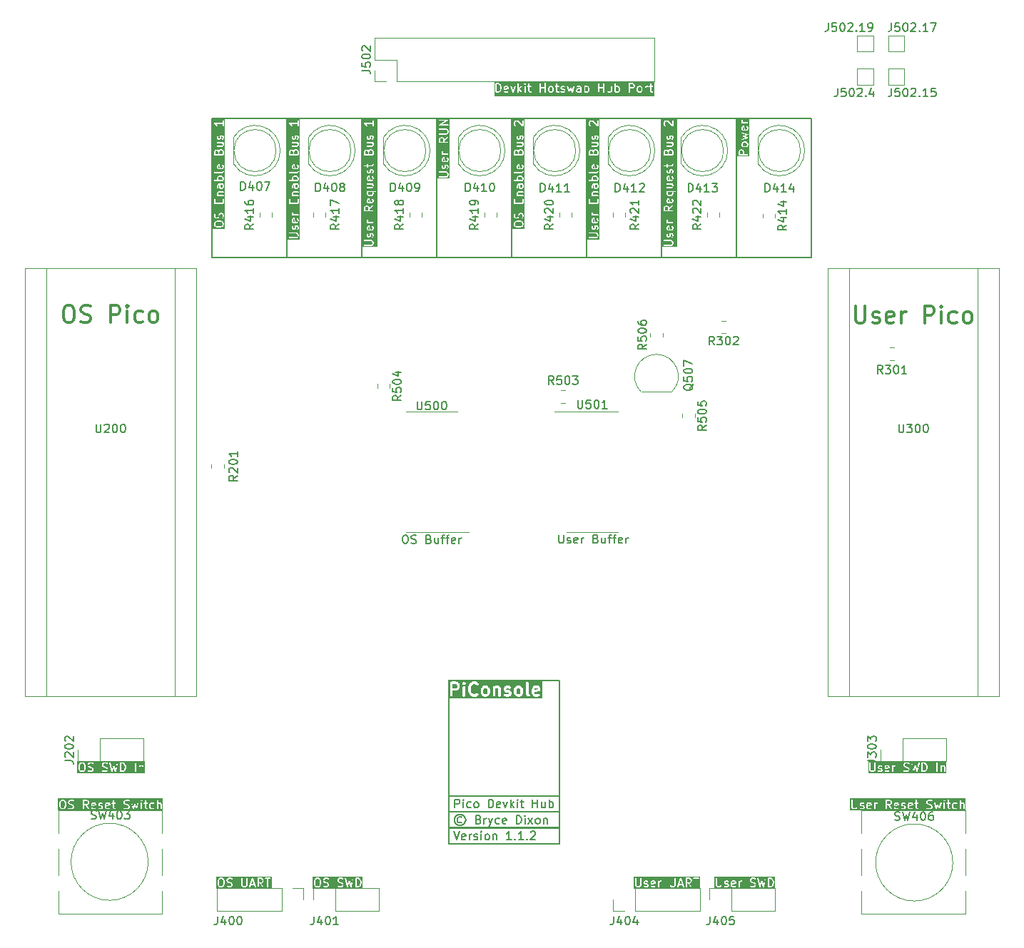
<source format=gbr>
%TF.GenerationSoftware,KiCad,Pcbnew,7.0.8*%
%TF.CreationDate,2023-11-22T21:34:50-08:00*%
%TF.ProjectId,DevkitHotswapPicoHub,4465766b-6974-4486-9f74-737761705069,rev?*%
%TF.SameCoordinates,Original*%
%TF.FileFunction,Legend,Top*%
%TF.FilePolarity,Positive*%
%FSLAX46Y46*%
G04 Gerber Fmt 4.6, Leading zero omitted, Abs format (unit mm)*
G04 Created by KiCad (PCBNEW 7.0.8) date 2023-11-22 21:34:50*
%MOMM*%
%LPD*%
G01*
G04 APERTURE LIST*
%ADD10C,0.200000*%
%ADD11C,0.150000*%
%ADD12C,0.300000*%
%ADD13C,0.120000*%
G04 APERTURE END LIST*
D10*
X69342000Y-105156000D02*
X82437750Y-105156000D01*
X82437750Y-107075750D01*
X69342000Y-107075750D01*
X69342000Y-105156000D01*
X69342000Y-108951250D02*
X82437750Y-108951250D01*
X82437750Y-110871000D01*
X69342000Y-110871000D01*
X69342000Y-108951250D01*
X69342000Y-107075750D02*
X82437750Y-107075750D01*
X82437750Y-108995500D01*
X69342000Y-108995500D01*
X69342000Y-107075750D01*
X94615000Y-24765000D02*
X103505000Y-24765000D01*
X103505000Y-41275000D01*
X94615000Y-41275000D01*
X94615000Y-24765000D01*
X69342000Y-91454750D02*
X82437750Y-91454750D01*
X82437750Y-105156000D01*
X69342000Y-105156000D01*
X69342000Y-91454750D01*
X85725000Y-24765000D02*
X94615000Y-24765000D01*
X94615000Y-41275000D01*
X85725000Y-41275000D01*
X85725000Y-24765000D01*
X103505000Y-24765000D02*
X112395000Y-24765000D01*
X112395000Y-41275000D01*
X103505000Y-41275000D01*
X103505000Y-24765000D01*
X50165000Y-24765000D02*
X59055000Y-24765000D01*
X59055000Y-41275000D01*
X50165000Y-41275000D01*
X50165000Y-24765000D01*
X76835000Y-24765000D02*
X85725000Y-24765000D01*
X85725000Y-41275000D01*
X76835000Y-41275000D01*
X76835000Y-24765000D01*
X41275000Y-24765000D02*
X50165000Y-24765000D01*
X50165000Y-41275000D01*
X41275000Y-41275000D01*
X41275000Y-24765000D01*
X67945000Y-24765000D02*
X76835000Y-24765000D01*
X76835000Y-41275000D01*
X67945000Y-41275000D01*
X67945000Y-24765000D01*
X59055000Y-24765000D02*
X67945000Y-24765000D01*
X67945000Y-41275000D01*
X59055000Y-41275000D01*
X59055000Y-24765000D01*
D11*
X69916922Y-109372069D02*
X70250255Y-110372069D01*
X70250255Y-110372069D02*
X70583588Y-109372069D01*
X71297874Y-110324450D02*
X71202636Y-110372069D01*
X71202636Y-110372069D02*
X71012160Y-110372069D01*
X71012160Y-110372069D02*
X70916922Y-110324450D01*
X70916922Y-110324450D02*
X70869303Y-110229211D01*
X70869303Y-110229211D02*
X70869303Y-109848259D01*
X70869303Y-109848259D02*
X70916922Y-109753021D01*
X70916922Y-109753021D02*
X71012160Y-109705402D01*
X71012160Y-109705402D02*
X71202636Y-109705402D01*
X71202636Y-109705402D02*
X71297874Y-109753021D01*
X71297874Y-109753021D02*
X71345493Y-109848259D01*
X71345493Y-109848259D02*
X71345493Y-109943497D01*
X71345493Y-109943497D02*
X70869303Y-110038735D01*
X71774065Y-110372069D02*
X71774065Y-109705402D01*
X71774065Y-109895878D02*
X71821684Y-109800640D01*
X71821684Y-109800640D02*
X71869303Y-109753021D01*
X71869303Y-109753021D02*
X71964541Y-109705402D01*
X71964541Y-109705402D02*
X72059779Y-109705402D01*
X72345494Y-110324450D02*
X72440732Y-110372069D01*
X72440732Y-110372069D02*
X72631208Y-110372069D01*
X72631208Y-110372069D02*
X72726446Y-110324450D01*
X72726446Y-110324450D02*
X72774065Y-110229211D01*
X72774065Y-110229211D02*
X72774065Y-110181592D01*
X72774065Y-110181592D02*
X72726446Y-110086354D01*
X72726446Y-110086354D02*
X72631208Y-110038735D01*
X72631208Y-110038735D02*
X72488351Y-110038735D01*
X72488351Y-110038735D02*
X72393113Y-109991116D01*
X72393113Y-109991116D02*
X72345494Y-109895878D01*
X72345494Y-109895878D02*
X72345494Y-109848259D01*
X72345494Y-109848259D02*
X72393113Y-109753021D01*
X72393113Y-109753021D02*
X72488351Y-109705402D01*
X72488351Y-109705402D02*
X72631208Y-109705402D01*
X72631208Y-109705402D02*
X72726446Y-109753021D01*
X73202637Y-110372069D02*
X73202637Y-109705402D01*
X73202637Y-109372069D02*
X73155018Y-109419688D01*
X73155018Y-109419688D02*
X73202637Y-109467307D01*
X73202637Y-109467307D02*
X73250256Y-109419688D01*
X73250256Y-109419688D02*
X73202637Y-109372069D01*
X73202637Y-109372069D02*
X73202637Y-109467307D01*
X73821684Y-110372069D02*
X73726446Y-110324450D01*
X73726446Y-110324450D02*
X73678827Y-110276830D01*
X73678827Y-110276830D02*
X73631208Y-110181592D01*
X73631208Y-110181592D02*
X73631208Y-109895878D01*
X73631208Y-109895878D02*
X73678827Y-109800640D01*
X73678827Y-109800640D02*
X73726446Y-109753021D01*
X73726446Y-109753021D02*
X73821684Y-109705402D01*
X73821684Y-109705402D02*
X73964541Y-109705402D01*
X73964541Y-109705402D02*
X74059779Y-109753021D01*
X74059779Y-109753021D02*
X74107398Y-109800640D01*
X74107398Y-109800640D02*
X74155017Y-109895878D01*
X74155017Y-109895878D02*
X74155017Y-110181592D01*
X74155017Y-110181592D02*
X74107398Y-110276830D01*
X74107398Y-110276830D02*
X74059779Y-110324450D01*
X74059779Y-110324450D02*
X73964541Y-110372069D01*
X73964541Y-110372069D02*
X73821684Y-110372069D01*
X74583589Y-109705402D02*
X74583589Y-110372069D01*
X74583589Y-109800640D02*
X74631208Y-109753021D01*
X74631208Y-109753021D02*
X74726446Y-109705402D01*
X74726446Y-109705402D02*
X74869303Y-109705402D01*
X74869303Y-109705402D02*
X74964541Y-109753021D01*
X74964541Y-109753021D02*
X75012160Y-109848259D01*
X75012160Y-109848259D02*
X75012160Y-110372069D01*
X76774065Y-110372069D02*
X76202637Y-110372069D01*
X76488351Y-110372069D02*
X76488351Y-109372069D01*
X76488351Y-109372069D02*
X76393113Y-109514926D01*
X76393113Y-109514926D02*
X76297875Y-109610164D01*
X76297875Y-109610164D02*
X76202637Y-109657783D01*
X77202637Y-110276830D02*
X77250256Y-110324450D01*
X77250256Y-110324450D02*
X77202637Y-110372069D01*
X77202637Y-110372069D02*
X77155018Y-110324450D01*
X77155018Y-110324450D02*
X77202637Y-110276830D01*
X77202637Y-110276830D02*
X77202637Y-110372069D01*
X78202636Y-110372069D02*
X77631208Y-110372069D01*
X77916922Y-110372069D02*
X77916922Y-109372069D01*
X77916922Y-109372069D02*
X77821684Y-109514926D01*
X77821684Y-109514926D02*
X77726446Y-109610164D01*
X77726446Y-109610164D02*
X77631208Y-109657783D01*
X78631208Y-110276830D02*
X78678827Y-110324450D01*
X78678827Y-110324450D02*
X78631208Y-110372069D01*
X78631208Y-110372069D02*
X78583589Y-110324450D01*
X78583589Y-110324450D02*
X78631208Y-110276830D01*
X78631208Y-110276830D02*
X78631208Y-110372069D01*
X79059779Y-109467307D02*
X79107398Y-109419688D01*
X79107398Y-109419688D02*
X79202636Y-109372069D01*
X79202636Y-109372069D02*
X79440731Y-109372069D01*
X79440731Y-109372069D02*
X79535969Y-109419688D01*
X79535969Y-109419688D02*
X79583588Y-109467307D01*
X79583588Y-109467307D02*
X79631207Y-109562545D01*
X79631207Y-109562545D02*
X79631207Y-109657783D01*
X79631207Y-109657783D02*
X79583588Y-109800640D01*
X79583588Y-109800640D02*
X79012160Y-110372069D01*
X79012160Y-110372069D02*
X79631207Y-110372069D01*
X70869303Y-107734664D02*
X70774064Y-107687045D01*
X70774064Y-107687045D02*
X70583588Y-107687045D01*
X70583588Y-107687045D02*
X70488350Y-107734664D01*
X70488350Y-107734664D02*
X70393112Y-107829902D01*
X70393112Y-107829902D02*
X70345493Y-107925140D01*
X70345493Y-107925140D02*
X70345493Y-108115616D01*
X70345493Y-108115616D02*
X70393112Y-108210854D01*
X70393112Y-108210854D02*
X70488350Y-108306092D01*
X70488350Y-108306092D02*
X70583588Y-108353711D01*
X70583588Y-108353711D02*
X70774064Y-108353711D01*
X70774064Y-108353711D02*
X70869303Y-108306092D01*
X70678826Y-107353711D02*
X70440731Y-107401330D01*
X70440731Y-107401330D02*
X70202636Y-107544188D01*
X70202636Y-107544188D02*
X70059779Y-107782283D01*
X70059779Y-107782283D02*
X70012160Y-108020378D01*
X70012160Y-108020378D02*
X70059779Y-108258473D01*
X70059779Y-108258473D02*
X70202636Y-108496569D01*
X70202636Y-108496569D02*
X70440731Y-108639426D01*
X70440731Y-108639426D02*
X70678826Y-108687045D01*
X70678826Y-108687045D02*
X70916922Y-108639426D01*
X70916922Y-108639426D02*
X71155017Y-108496569D01*
X71155017Y-108496569D02*
X71297874Y-108258473D01*
X71297874Y-108258473D02*
X71345493Y-108020378D01*
X71345493Y-108020378D02*
X71297874Y-107782283D01*
X71297874Y-107782283D02*
X71155017Y-107544188D01*
X71155017Y-107544188D02*
X70916922Y-107401330D01*
X70916922Y-107401330D02*
X70678826Y-107353711D01*
X72869303Y-107972759D02*
X73012160Y-108020378D01*
X73012160Y-108020378D02*
X73059779Y-108067997D01*
X73059779Y-108067997D02*
X73107398Y-108163235D01*
X73107398Y-108163235D02*
X73107398Y-108306092D01*
X73107398Y-108306092D02*
X73059779Y-108401330D01*
X73059779Y-108401330D02*
X73012160Y-108448950D01*
X73012160Y-108448950D02*
X72916922Y-108496569D01*
X72916922Y-108496569D02*
X72535970Y-108496569D01*
X72535970Y-108496569D02*
X72535970Y-107496569D01*
X72535970Y-107496569D02*
X72869303Y-107496569D01*
X72869303Y-107496569D02*
X72964541Y-107544188D01*
X72964541Y-107544188D02*
X73012160Y-107591807D01*
X73012160Y-107591807D02*
X73059779Y-107687045D01*
X73059779Y-107687045D02*
X73059779Y-107782283D01*
X73059779Y-107782283D02*
X73012160Y-107877521D01*
X73012160Y-107877521D02*
X72964541Y-107925140D01*
X72964541Y-107925140D02*
X72869303Y-107972759D01*
X72869303Y-107972759D02*
X72535970Y-107972759D01*
X73535970Y-108496569D02*
X73535970Y-107829902D01*
X73535970Y-108020378D02*
X73583589Y-107925140D01*
X73583589Y-107925140D02*
X73631208Y-107877521D01*
X73631208Y-107877521D02*
X73726446Y-107829902D01*
X73726446Y-107829902D02*
X73821684Y-107829902D01*
X74059780Y-107829902D02*
X74297875Y-108496569D01*
X74535970Y-107829902D02*
X74297875Y-108496569D01*
X74297875Y-108496569D02*
X74202637Y-108734664D01*
X74202637Y-108734664D02*
X74155018Y-108782283D01*
X74155018Y-108782283D02*
X74059780Y-108829902D01*
X75345494Y-108448950D02*
X75250256Y-108496569D01*
X75250256Y-108496569D02*
X75059780Y-108496569D01*
X75059780Y-108496569D02*
X74964542Y-108448950D01*
X74964542Y-108448950D02*
X74916923Y-108401330D01*
X74916923Y-108401330D02*
X74869304Y-108306092D01*
X74869304Y-108306092D02*
X74869304Y-108020378D01*
X74869304Y-108020378D02*
X74916923Y-107925140D01*
X74916923Y-107925140D02*
X74964542Y-107877521D01*
X74964542Y-107877521D02*
X75059780Y-107829902D01*
X75059780Y-107829902D02*
X75250256Y-107829902D01*
X75250256Y-107829902D02*
X75345494Y-107877521D01*
X76155018Y-108448950D02*
X76059780Y-108496569D01*
X76059780Y-108496569D02*
X75869304Y-108496569D01*
X75869304Y-108496569D02*
X75774066Y-108448950D01*
X75774066Y-108448950D02*
X75726447Y-108353711D01*
X75726447Y-108353711D02*
X75726447Y-107972759D01*
X75726447Y-107972759D02*
X75774066Y-107877521D01*
X75774066Y-107877521D02*
X75869304Y-107829902D01*
X75869304Y-107829902D02*
X76059780Y-107829902D01*
X76059780Y-107829902D02*
X76155018Y-107877521D01*
X76155018Y-107877521D02*
X76202637Y-107972759D01*
X76202637Y-107972759D02*
X76202637Y-108067997D01*
X76202637Y-108067997D02*
X75726447Y-108163235D01*
X77393114Y-108496569D02*
X77393114Y-107496569D01*
X77393114Y-107496569D02*
X77631209Y-107496569D01*
X77631209Y-107496569D02*
X77774066Y-107544188D01*
X77774066Y-107544188D02*
X77869304Y-107639426D01*
X77869304Y-107639426D02*
X77916923Y-107734664D01*
X77916923Y-107734664D02*
X77964542Y-107925140D01*
X77964542Y-107925140D02*
X77964542Y-108067997D01*
X77964542Y-108067997D02*
X77916923Y-108258473D01*
X77916923Y-108258473D02*
X77869304Y-108353711D01*
X77869304Y-108353711D02*
X77774066Y-108448950D01*
X77774066Y-108448950D02*
X77631209Y-108496569D01*
X77631209Y-108496569D02*
X77393114Y-108496569D01*
X78393114Y-108496569D02*
X78393114Y-107829902D01*
X78393114Y-107496569D02*
X78345495Y-107544188D01*
X78345495Y-107544188D02*
X78393114Y-107591807D01*
X78393114Y-107591807D02*
X78440733Y-107544188D01*
X78440733Y-107544188D02*
X78393114Y-107496569D01*
X78393114Y-107496569D02*
X78393114Y-107591807D01*
X78774066Y-108496569D02*
X79297875Y-107829902D01*
X78774066Y-107829902D02*
X79297875Y-108496569D01*
X79821685Y-108496569D02*
X79726447Y-108448950D01*
X79726447Y-108448950D02*
X79678828Y-108401330D01*
X79678828Y-108401330D02*
X79631209Y-108306092D01*
X79631209Y-108306092D02*
X79631209Y-108020378D01*
X79631209Y-108020378D02*
X79678828Y-107925140D01*
X79678828Y-107925140D02*
X79726447Y-107877521D01*
X79726447Y-107877521D02*
X79821685Y-107829902D01*
X79821685Y-107829902D02*
X79964542Y-107829902D01*
X79964542Y-107829902D02*
X80059780Y-107877521D01*
X80059780Y-107877521D02*
X80107399Y-107925140D01*
X80107399Y-107925140D02*
X80155018Y-108020378D01*
X80155018Y-108020378D02*
X80155018Y-108306092D01*
X80155018Y-108306092D02*
X80107399Y-108401330D01*
X80107399Y-108401330D02*
X80059780Y-108448950D01*
X80059780Y-108448950D02*
X79964542Y-108496569D01*
X79964542Y-108496569D02*
X79821685Y-108496569D01*
X80583590Y-107829902D02*
X80583590Y-108496569D01*
X80583590Y-107925140D02*
X80631209Y-107877521D01*
X80631209Y-107877521D02*
X80726447Y-107829902D01*
X80726447Y-107829902D02*
X80869304Y-107829902D01*
X80869304Y-107829902D02*
X80964542Y-107877521D01*
X80964542Y-107877521D02*
X81012161Y-107972759D01*
X81012161Y-107972759D02*
X81012161Y-108496569D01*
D12*
G36*
X70276693Y-91938285D02*
G01*
X70313697Y-91975289D01*
X70358403Y-92064701D01*
X70358403Y-92208168D01*
X70313696Y-92297581D01*
X70276691Y-92334586D01*
X70187279Y-92379292D01*
X69801260Y-92379292D01*
X69801260Y-91893578D01*
X70187279Y-91893578D01*
X70276693Y-91938285D01*
G37*
G36*
X73848122Y-92438285D02*
G01*
X73885126Y-92475289D01*
X73929832Y-92564701D01*
X73929832Y-92922454D01*
X73885125Y-93011867D01*
X73848120Y-93048872D01*
X73758708Y-93093578D01*
X73615242Y-93093578D01*
X73525828Y-93048871D01*
X73488823Y-93011866D01*
X73444118Y-92922454D01*
X73444118Y-92564701D01*
X73488823Y-92475290D01*
X73525828Y-92438285D01*
X73615242Y-92393578D01*
X73758708Y-92393578D01*
X73848122Y-92438285D01*
G37*
G36*
X77776694Y-92438285D02*
G01*
X77813698Y-92475289D01*
X77858404Y-92564701D01*
X77858404Y-92922454D01*
X77813697Y-93011867D01*
X77776692Y-93048872D01*
X77687280Y-93093578D01*
X77543814Y-93093578D01*
X77454400Y-93048871D01*
X77417395Y-93011866D01*
X77372690Y-92922454D01*
X77372690Y-92564701D01*
X77417395Y-92475290D01*
X77454400Y-92438285D01*
X77543814Y-92393578D01*
X77687280Y-92393578D01*
X77776694Y-92438285D01*
G37*
G36*
X79896601Y-92426810D02*
G01*
X79922776Y-92479161D01*
X79515547Y-92560607D01*
X79515547Y-92493273D01*
X79548778Y-92426810D01*
X79615243Y-92393578D01*
X79830137Y-92393578D01*
X79896601Y-92426810D01*
G37*
G36*
X80444119Y-93607864D02*
G01*
X69286974Y-93607864D01*
X69286974Y-93243578D01*
X69501260Y-93243578D01*
X69521356Y-93318578D01*
X69576260Y-93373482D01*
X69651260Y-93393578D01*
X69726260Y-93373482D01*
X69781164Y-93318578D01*
X69801260Y-93243578D01*
X71001260Y-93243578D01*
X71021356Y-93318578D01*
X71076260Y-93373482D01*
X71151260Y-93393578D01*
X71226260Y-93373482D01*
X71281164Y-93318578D01*
X71301260Y-93243578D01*
X71301260Y-92600721D01*
X71644118Y-92600721D01*
X71648908Y-92618598D01*
X71648597Y-92637101D01*
X71720025Y-92922815D01*
X71728061Y-92937292D01*
X71731382Y-92953517D01*
X71802811Y-93096374D01*
X71818833Y-93114443D01*
X71830909Y-93135358D01*
X71973766Y-93278216D01*
X72003625Y-93295455D01*
X72032398Y-93314453D01*
X72246684Y-93385881D01*
X72270792Y-93387328D01*
X72294118Y-93393578D01*
X72436975Y-93393578D01*
X72460300Y-93387328D01*
X72484409Y-93385881D01*
X72698695Y-93314453D01*
X72727470Y-93295453D01*
X72757328Y-93278215D01*
X72828756Y-93206786D01*
X72867578Y-93139543D01*
X72867578Y-93061897D01*
X72828754Y-92994654D01*
X72765031Y-92957864D01*
X73144118Y-92957864D01*
X73153041Y-92991167D01*
X73159954Y-93024946D01*
X73231382Y-93167803D01*
X73247405Y-93185872D01*
X73259480Y-93206787D01*
X73330909Y-93278216D01*
X73351823Y-93290290D01*
X73369893Y-93306314D01*
X73512751Y-93377742D01*
X73546526Y-93384653D01*
X73579832Y-93393578D01*
X73794118Y-93393578D01*
X73827421Y-93384654D01*
X73861200Y-93377742D01*
X74004057Y-93306314D01*
X74022126Y-93290290D01*
X74043041Y-93278216D01*
X74077679Y-93243578D01*
X74572689Y-93243578D01*
X74592785Y-93318578D01*
X74647689Y-93373482D01*
X74722689Y-93393578D01*
X74797689Y-93373482D01*
X74852593Y-93318578D01*
X74872689Y-93243578D01*
X74872689Y-92448567D01*
X74882971Y-92438285D01*
X74972385Y-92393578D01*
X75115851Y-92393578D01*
X75182315Y-92426810D01*
X75215547Y-92493274D01*
X75215547Y-93243578D01*
X75235643Y-93318578D01*
X75290547Y-93373482D01*
X75365547Y-93393578D01*
X75440547Y-93373482D01*
X75495451Y-93318578D01*
X75515547Y-93243578D01*
X75515547Y-92529292D01*
X75858404Y-92529292D01*
X75867328Y-92562597D01*
X75874240Y-92596373D01*
X75945668Y-92739232D01*
X75951755Y-92746096D01*
X75954656Y-92754799D01*
X75977191Y-92774782D01*
X75997183Y-92797327D01*
X76005888Y-92800228D01*
X76012751Y-92806314D01*
X76155609Y-92877743D01*
X76189393Y-92884656D01*
X76222690Y-92893578D01*
X76401565Y-92893578D01*
X76468029Y-92926810D01*
X76501261Y-92993274D01*
X76501261Y-92993882D01*
X76468028Y-93060346D01*
X76401565Y-93093578D01*
X76186671Y-93093578D01*
X76075486Y-93037986D01*
X75999416Y-93022419D01*
X75925755Y-93046973D01*
X75874240Y-93105068D01*
X75858673Y-93181138D01*
X75883227Y-93254799D01*
X75941322Y-93306314D01*
X76084180Y-93377742D01*
X76117955Y-93384653D01*
X76151261Y-93393578D01*
X76436975Y-93393578D01*
X76470278Y-93384654D01*
X76504057Y-93377742D01*
X76646914Y-93306314D01*
X76653776Y-93300228D01*
X76662481Y-93297327D01*
X76682468Y-93274786D01*
X76705009Y-93254799D01*
X76707910Y-93246094D01*
X76713996Y-93239232D01*
X76785425Y-93096374D01*
X76792337Y-93062593D01*
X76801261Y-93029292D01*
X76801261Y-92957864D01*
X77072690Y-92957864D01*
X77081613Y-92991167D01*
X77088526Y-93024946D01*
X77159954Y-93167803D01*
X77175977Y-93185872D01*
X77188052Y-93206787D01*
X77259481Y-93278216D01*
X77280395Y-93290290D01*
X77298465Y-93306314D01*
X77441323Y-93377742D01*
X77475098Y-93384653D01*
X77508404Y-93393578D01*
X77722690Y-93393578D01*
X77755993Y-93384654D01*
X77789772Y-93377742D01*
X77932629Y-93306314D01*
X77950698Y-93290290D01*
X77971613Y-93278216D01*
X78043042Y-93206787D01*
X78055116Y-93185872D01*
X78071140Y-93167803D01*
X78140395Y-93029292D01*
X78501261Y-93029292D01*
X78510184Y-93062593D01*
X78517097Y-93096374D01*
X78588526Y-93239232D01*
X78594611Y-93246094D01*
X78597513Y-93254799D01*
X78620053Y-93274786D01*
X78640041Y-93297327D01*
X78648745Y-93300228D01*
X78655608Y-93306314D01*
X78798466Y-93377742D01*
X78874535Y-93393309D01*
X78948196Y-93368755D01*
X78999711Y-93310660D01*
X79015278Y-93234590D01*
X78990724Y-93160929D01*
X78932629Y-93109414D01*
X78834493Y-93060346D01*
X78818966Y-93029292D01*
X79215547Y-93029292D01*
X79224471Y-93062597D01*
X79231383Y-93096373D01*
X79302811Y-93239232D01*
X79308898Y-93246096D01*
X79311799Y-93254799D01*
X79334334Y-93274782D01*
X79354326Y-93297327D01*
X79363031Y-93300228D01*
X79369894Y-93306314D01*
X79512752Y-93377743D01*
X79546536Y-93384656D01*
X79579833Y-93393578D01*
X79865547Y-93393578D01*
X79898850Y-93384654D01*
X79932629Y-93377742D01*
X80075486Y-93306314D01*
X80133581Y-93254799D01*
X80158135Y-93181138D01*
X80142568Y-93105068D01*
X80091053Y-93046973D01*
X80017392Y-93022419D01*
X79941323Y-93037986D01*
X79830137Y-93093578D01*
X79615242Y-93093578D01*
X79548779Y-93060347D01*
X79515547Y-92993883D01*
X79515547Y-92866548D01*
X80109251Y-92747808D01*
X80131191Y-92736959D01*
X80154833Y-92730625D01*
X80165424Y-92720033D01*
X80178853Y-92713394D01*
X80192430Y-92693027D01*
X80209737Y-92675721D01*
X80213614Y-92661251D01*
X80221923Y-92648788D01*
X80223498Y-92624363D01*
X80229833Y-92600721D01*
X80229833Y-92457864D01*
X80220910Y-92424563D01*
X80213997Y-92390781D01*
X80142568Y-92247925D01*
X80136481Y-92241061D01*
X80133581Y-92232359D01*
X80111040Y-92212370D01*
X80091052Y-92189830D01*
X80082349Y-92186929D01*
X80075486Y-92180843D01*
X79932629Y-92109414D01*
X79898848Y-92102501D01*
X79865547Y-92093578D01*
X79579833Y-92093578D01*
X79546531Y-92102501D01*
X79512751Y-92109414D01*
X79369893Y-92180843D01*
X79363030Y-92186928D01*
X79354326Y-92189830D01*
X79334338Y-92212370D01*
X79311798Y-92232358D01*
X79308896Y-92241062D01*
X79302811Y-92247925D01*
X79231383Y-92390782D01*
X79224470Y-92424560D01*
X79215547Y-92457864D01*
X79215547Y-93029292D01*
X78818966Y-93029292D01*
X78801261Y-92993882D01*
X78801261Y-91743578D01*
X78781165Y-91668578D01*
X78726261Y-91613674D01*
X78651261Y-91593578D01*
X78576261Y-91613674D01*
X78521357Y-91668578D01*
X78501261Y-91743578D01*
X78501261Y-93029292D01*
X78140395Y-93029292D01*
X78142568Y-93024945D01*
X78149479Y-92991169D01*
X78158404Y-92957864D01*
X78158404Y-92529292D01*
X78149479Y-92495986D01*
X78142568Y-92462211D01*
X78071140Y-92319353D01*
X78055116Y-92301283D01*
X78043041Y-92280368D01*
X77971612Y-92208940D01*
X77950697Y-92196865D01*
X77932629Y-92180843D01*
X77789772Y-92109414D01*
X77755991Y-92102501D01*
X77722690Y-92093578D01*
X77508404Y-92093578D01*
X77475103Y-92102500D01*
X77441321Y-92109414D01*
X77298465Y-92180843D01*
X77280396Y-92196865D01*
X77259482Y-92208940D01*
X77188053Y-92280368D01*
X77175977Y-92301283D01*
X77159954Y-92319353D01*
X77088526Y-92462210D01*
X77081613Y-92495988D01*
X77072690Y-92529292D01*
X77072690Y-92957864D01*
X76801261Y-92957864D01*
X76792338Y-92924563D01*
X76785425Y-92890781D01*
X76713996Y-92747925D01*
X76707909Y-92741061D01*
X76705009Y-92732359D01*
X76682468Y-92712370D01*
X76662480Y-92689830D01*
X76653777Y-92686929D01*
X76646914Y-92680843D01*
X76504057Y-92609414D01*
X76470276Y-92602501D01*
X76436975Y-92593578D01*
X76258099Y-92593578D01*
X76191636Y-92560347D01*
X76158404Y-92493883D01*
X76158404Y-92493273D01*
X76191635Y-92426810D01*
X76258100Y-92393578D01*
X76401565Y-92393578D01*
X76512749Y-92449171D01*
X76588819Y-92464738D01*
X76662480Y-92440184D01*
X76713996Y-92382089D01*
X76729563Y-92306020D01*
X76705009Y-92232359D01*
X76646914Y-92180843D01*
X76504057Y-92109414D01*
X76470276Y-92102501D01*
X76436975Y-92093578D01*
X76222690Y-92093578D01*
X76189388Y-92102501D01*
X76155608Y-92109414D01*
X76012750Y-92180843D01*
X76005887Y-92186928D01*
X75997183Y-92189830D01*
X75977195Y-92212370D01*
X75954655Y-92232358D01*
X75951753Y-92241062D01*
X75945668Y-92247925D01*
X75874240Y-92390782D01*
X75867327Y-92424560D01*
X75858404Y-92457864D01*
X75858404Y-92529292D01*
X75515547Y-92529292D01*
X75515547Y-92457864D01*
X75506624Y-92424563D01*
X75499711Y-92390781D01*
X75428282Y-92247925D01*
X75422195Y-92241061D01*
X75419295Y-92232359D01*
X75396754Y-92212370D01*
X75376766Y-92189830D01*
X75368063Y-92186929D01*
X75361200Y-92180843D01*
X75218343Y-92109414D01*
X75184562Y-92102501D01*
X75151261Y-92093578D01*
X74936975Y-92093578D01*
X74903674Y-92102500D01*
X74869892Y-92109414D01*
X74818916Y-92134901D01*
X74797689Y-92113674D01*
X74722689Y-92093578D01*
X74647689Y-92113674D01*
X74592785Y-92168578D01*
X74572689Y-92243578D01*
X74572689Y-93243578D01*
X74077679Y-93243578D01*
X74114470Y-93206787D01*
X74126544Y-93185872D01*
X74142568Y-93167803D01*
X74213996Y-93024945D01*
X74220907Y-92991169D01*
X74229832Y-92957864D01*
X74229832Y-92529292D01*
X74220907Y-92495986D01*
X74213996Y-92462211D01*
X74142568Y-92319353D01*
X74126544Y-92301283D01*
X74114469Y-92280368D01*
X74043040Y-92208940D01*
X74022125Y-92196865D01*
X74004057Y-92180843D01*
X73861200Y-92109414D01*
X73827419Y-92102501D01*
X73794118Y-92093578D01*
X73579832Y-92093578D01*
X73546531Y-92102500D01*
X73512749Y-92109414D01*
X73369893Y-92180843D01*
X73351824Y-92196865D01*
X73330910Y-92208940D01*
X73259481Y-92280368D01*
X73247405Y-92301283D01*
X73231382Y-92319353D01*
X73159954Y-92462210D01*
X73153041Y-92495988D01*
X73144118Y-92529292D01*
X73144118Y-92957864D01*
X72765031Y-92957864D01*
X72761511Y-92955832D01*
X72683865Y-92955832D01*
X72616622Y-92994656D01*
X72570234Y-93041044D01*
X72412632Y-93093578D01*
X72318461Y-93093578D01*
X72160858Y-93041044D01*
X72060253Y-92940438D01*
X72007072Y-92834078D01*
X71944118Y-92582257D01*
X71944118Y-92404898D01*
X72007072Y-92153077D01*
X72060253Y-92046717D01*
X72160859Y-91946111D01*
X72318461Y-91893578D01*
X72412635Y-91893578D01*
X72570233Y-91946111D01*
X72616623Y-91992501D01*
X72683866Y-92031324D01*
X72761512Y-92031324D01*
X72828755Y-91992501D01*
X72867578Y-91925258D01*
X72867578Y-91847612D01*
X72828755Y-91780369D01*
X72757327Y-91708941D01*
X72727470Y-91691703D01*
X72698695Y-91672704D01*
X72484409Y-91601276D01*
X72460303Y-91599828D01*
X72436975Y-91593578D01*
X72294118Y-91593578D01*
X72270789Y-91599828D01*
X72246683Y-91601276D01*
X72032398Y-91672705D01*
X72003625Y-91691701D01*
X71973766Y-91708941D01*
X71830909Y-91851798D01*
X71818833Y-91872713D01*
X71802811Y-91890782D01*
X71731382Y-92033639D01*
X71728061Y-92049863D01*
X71720025Y-92064341D01*
X71648597Y-92350055D01*
X71648908Y-92368557D01*
X71644118Y-92386435D01*
X71644118Y-92600721D01*
X71301260Y-92600721D01*
X71301260Y-92243578D01*
X71281164Y-92168578D01*
X71226260Y-92113674D01*
X71151260Y-92093578D01*
X71076260Y-92113674D01*
X71021356Y-92168578D01*
X71001260Y-92243578D01*
X71001260Y-93243578D01*
X69801260Y-93243578D01*
X69801260Y-92679292D01*
X70222689Y-92679292D01*
X70255992Y-92670368D01*
X70289771Y-92663456D01*
X70432628Y-92592028D01*
X70450697Y-92576004D01*
X70471612Y-92563930D01*
X70543041Y-92492501D01*
X70555115Y-92471586D01*
X70571139Y-92453517D01*
X70642567Y-92310659D01*
X70649478Y-92276883D01*
X70658403Y-92243578D01*
X70658403Y-92029292D01*
X70649478Y-91995986D01*
X70642567Y-91962211D01*
X70588378Y-91853831D01*
X70934943Y-91853831D01*
X70951258Y-91882089D01*
X70973766Y-91921073D01*
X71045194Y-91992501D01*
X71062295Y-92002374D01*
X71076260Y-92016339D01*
X71095333Y-92021449D01*
X71112436Y-92031324D01*
X71112437Y-92031324D01*
X71132185Y-92031324D01*
X71151260Y-92036435D01*
X71170335Y-92031324D01*
X71190083Y-92031324D01*
X71207185Y-92021450D01*
X71226260Y-92016339D01*
X71240224Y-92002374D01*
X71250076Y-91996687D01*
X71257325Y-91992502D01*
X71328754Y-91921074D01*
X71328756Y-91921072D01*
X71351263Y-91882089D01*
X71367578Y-91853831D01*
X71367578Y-91776185D01*
X71367578Y-91776184D01*
X71344784Y-91736704D01*
X71328756Y-91708942D01*
X71328755Y-91708941D01*
X71257326Y-91637512D01*
X71257325Y-91637511D01*
X71240223Y-91627637D01*
X71226260Y-91613674D01*
X71207185Y-91608562D01*
X71190083Y-91598689D01*
X71190082Y-91598689D01*
X71170335Y-91598689D01*
X71151260Y-91593578D01*
X71132185Y-91598689D01*
X71112436Y-91598689D01*
X71095333Y-91608563D01*
X71076260Y-91613674D01*
X71062295Y-91627638D01*
X71045194Y-91637512D01*
X71045193Y-91637512D01*
X71045193Y-91637513D01*
X70973765Y-91708942D01*
X70957737Y-91736704D01*
X70934943Y-91776184D01*
X70934943Y-91776185D01*
X70934943Y-91853831D01*
X70588378Y-91853831D01*
X70571139Y-91819353D01*
X70555115Y-91801283D01*
X70543040Y-91780368D01*
X70471611Y-91708940D01*
X70450696Y-91696865D01*
X70432628Y-91680843D01*
X70289771Y-91609414D01*
X70255990Y-91602501D01*
X70222689Y-91593578D01*
X69651260Y-91593578D01*
X69576260Y-91613674D01*
X69521356Y-91668578D01*
X69501260Y-91743578D01*
X69501260Y-93243578D01*
X69286974Y-93243578D01*
X69286974Y-91379292D01*
X80444119Y-91379292D01*
X80444119Y-93607864D01*
G37*
D11*
X70059779Y-106576819D02*
X70059779Y-105576819D01*
X70059779Y-105576819D02*
X70440731Y-105576819D01*
X70440731Y-105576819D02*
X70535969Y-105624438D01*
X70535969Y-105624438D02*
X70583588Y-105672057D01*
X70583588Y-105672057D02*
X70631207Y-105767295D01*
X70631207Y-105767295D02*
X70631207Y-105910152D01*
X70631207Y-105910152D02*
X70583588Y-106005390D01*
X70583588Y-106005390D02*
X70535969Y-106053009D01*
X70535969Y-106053009D02*
X70440731Y-106100628D01*
X70440731Y-106100628D02*
X70059779Y-106100628D01*
X71059779Y-106576819D02*
X71059779Y-105910152D01*
X71059779Y-105576819D02*
X71012160Y-105624438D01*
X71012160Y-105624438D02*
X71059779Y-105672057D01*
X71059779Y-105672057D02*
X71107398Y-105624438D01*
X71107398Y-105624438D02*
X71059779Y-105576819D01*
X71059779Y-105576819D02*
X71059779Y-105672057D01*
X71964540Y-106529200D02*
X71869302Y-106576819D01*
X71869302Y-106576819D02*
X71678826Y-106576819D01*
X71678826Y-106576819D02*
X71583588Y-106529200D01*
X71583588Y-106529200D02*
X71535969Y-106481580D01*
X71535969Y-106481580D02*
X71488350Y-106386342D01*
X71488350Y-106386342D02*
X71488350Y-106100628D01*
X71488350Y-106100628D02*
X71535969Y-106005390D01*
X71535969Y-106005390D02*
X71583588Y-105957771D01*
X71583588Y-105957771D02*
X71678826Y-105910152D01*
X71678826Y-105910152D02*
X71869302Y-105910152D01*
X71869302Y-105910152D02*
X71964540Y-105957771D01*
X72535969Y-106576819D02*
X72440731Y-106529200D01*
X72440731Y-106529200D02*
X72393112Y-106481580D01*
X72393112Y-106481580D02*
X72345493Y-106386342D01*
X72345493Y-106386342D02*
X72345493Y-106100628D01*
X72345493Y-106100628D02*
X72393112Y-106005390D01*
X72393112Y-106005390D02*
X72440731Y-105957771D01*
X72440731Y-105957771D02*
X72535969Y-105910152D01*
X72535969Y-105910152D02*
X72678826Y-105910152D01*
X72678826Y-105910152D02*
X72774064Y-105957771D01*
X72774064Y-105957771D02*
X72821683Y-106005390D01*
X72821683Y-106005390D02*
X72869302Y-106100628D01*
X72869302Y-106100628D02*
X72869302Y-106386342D01*
X72869302Y-106386342D02*
X72821683Y-106481580D01*
X72821683Y-106481580D02*
X72774064Y-106529200D01*
X72774064Y-106529200D02*
X72678826Y-106576819D01*
X72678826Y-106576819D02*
X72535969Y-106576819D01*
X74059779Y-106576819D02*
X74059779Y-105576819D01*
X74059779Y-105576819D02*
X74297874Y-105576819D01*
X74297874Y-105576819D02*
X74440731Y-105624438D01*
X74440731Y-105624438D02*
X74535969Y-105719676D01*
X74535969Y-105719676D02*
X74583588Y-105814914D01*
X74583588Y-105814914D02*
X74631207Y-106005390D01*
X74631207Y-106005390D02*
X74631207Y-106148247D01*
X74631207Y-106148247D02*
X74583588Y-106338723D01*
X74583588Y-106338723D02*
X74535969Y-106433961D01*
X74535969Y-106433961D02*
X74440731Y-106529200D01*
X74440731Y-106529200D02*
X74297874Y-106576819D01*
X74297874Y-106576819D02*
X74059779Y-106576819D01*
X75440731Y-106529200D02*
X75345493Y-106576819D01*
X75345493Y-106576819D02*
X75155017Y-106576819D01*
X75155017Y-106576819D02*
X75059779Y-106529200D01*
X75059779Y-106529200D02*
X75012160Y-106433961D01*
X75012160Y-106433961D02*
X75012160Y-106053009D01*
X75012160Y-106053009D02*
X75059779Y-105957771D01*
X75059779Y-105957771D02*
X75155017Y-105910152D01*
X75155017Y-105910152D02*
X75345493Y-105910152D01*
X75345493Y-105910152D02*
X75440731Y-105957771D01*
X75440731Y-105957771D02*
X75488350Y-106053009D01*
X75488350Y-106053009D02*
X75488350Y-106148247D01*
X75488350Y-106148247D02*
X75012160Y-106243485D01*
X75821684Y-105910152D02*
X76059779Y-106576819D01*
X76059779Y-106576819D02*
X76297874Y-105910152D01*
X76678827Y-106576819D02*
X76678827Y-105576819D01*
X76774065Y-106195866D02*
X77059779Y-106576819D01*
X77059779Y-105910152D02*
X76678827Y-106291104D01*
X77488351Y-106576819D02*
X77488351Y-105910152D01*
X77488351Y-105576819D02*
X77440732Y-105624438D01*
X77440732Y-105624438D02*
X77488351Y-105672057D01*
X77488351Y-105672057D02*
X77535970Y-105624438D01*
X77535970Y-105624438D02*
X77488351Y-105576819D01*
X77488351Y-105576819D02*
X77488351Y-105672057D01*
X77821684Y-105910152D02*
X78202636Y-105910152D01*
X77964541Y-105576819D02*
X77964541Y-106433961D01*
X77964541Y-106433961D02*
X78012160Y-106529200D01*
X78012160Y-106529200D02*
X78107398Y-106576819D01*
X78107398Y-106576819D02*
X78202636Y-106576819D01*
X79297875Y-106576819D02*
X79297875Y-105576819D01*
X79297875Y-106053009D02*
X79869303Y-106053009D01*
X79869303Y-106576819D02*
X79869303Y-105576819D01*
X80774065Y-105910152D02*
X80774065Y-106576819D01*
X80345494Y-105910152D02*
X80345494Y-106433961D01*
X80345494Y-106433961D02*
X80393113Y-106529200D01*
X80393113Y-106529200D02*
X80488351Y-106576819D01*
X80488351Y-106576819D02*
X80631208Y-106576819D01*
X80631208Y-106576819D02*
X80726446Y-106529200D01*
X80726446Y-106529200D02*
X80774065Y-106481580D01*
X81250256Y-106576819D02*
X81250256Y-105576819D01*
X81250256Y-105957771D02*
X81345494Y-105910152D01*
X81345494Y-105910152D02*
X81535970Y-105910152D01*
X81535970Y-105910152D02*
X81631208Y-105957771D01*
X81631208Y-105957771D02*
X81678827Y-106005390D01*
X81678827Y-106005390D02*
X81726446Y-106100628D01*
X81726446Y-106100628D02*
X81726446Y-106386342D01*
X81726446Y-106386342D02*
X81678827Y-106481580D01*
X81678827Y-106481580D02*
X81631208Y-106529200D01*
X81631208Y-106529200D02*
X81535970Y-106576819D01*
X81535970Y-106576819D02*
X81345494Y-106576819D01*
X81345494Y-106576819D02*
X81250256Y-106529200D01*
X114363809Y-13424819D02*
X114363809Y-14139104D01*
X114363809Y-14139104D02*
X114316190Y-14281961D01*
X114316190Y-14281961D02*
X114220952Y-14377200D01*
X114220952Y-14377200D02*
X114078095Y-14424819D01*
X114078095Y-14424819D02*
X113982857Y-14424819D01*
X115316190Y-13424819D02*
X114840000Y-13424819D01*
X114840000Y-13424819D02*
X114792381Y-13901009D01*
X114792381Y-13901009D02*
X114840000Y-13853390D01*
X114840000Y-13853390D02*
X114935238Y-13805771D01*
X114935238Y-13805771D02*
X115173333Y-13805771D01*
X115173333Y-13805771D02*
X115268571Y-13853390D01*
X115268571Y-13853390D02*
X115316190Y-13901009D01*
X115316190Y-13901009D02*
X115363809Y-13996247D01*
X115363809Y-13996247D02*
X115363809Y-14234342D01*
X115363809Y-14234342D02*
X115316190Y-14329580D01*
X115316190Y-14329580D02*
X115268571Y-14377200D01*
X115268571Y-14377200D02*
X115173333Y-14424819D01*
X115173333Y-14424819D02*
X114935238Y-14424819D01*
X114935238Y-14424819D02*
X114840000Y-14377200D01*
X114840000Y-14377200D02*
X114792381Y-14329580D01*
X115982857Y-13424819D02*
X116078095Y-13424819D01*
X116078095Y-13424819D02*
X116173333Y-13472438D01*
X116173333Y-13472438D02*
X116220952Y-13520057D01*
X116220952Y-13520057D02*
X116268571Y-13615295D01*
X116268571Y-13615295D02*
X116316190Y-13805771D01*
X116316190Y-13805771D02*
X116316190Y-14043866D01*
X116316190Y-14043866D02*
X116268571Y-14234342D01*
X116268571Y-14234342D02*
X116220952Y-14329580D01*
X116220952Y-14329580D02*
X116173333Y-14377200D01*
X116173333Y-14377200D02*
X116078095Y-14424819D01*
X116078095Y-14424819D02*
X115982857Y-14424819D01*
X115982857Y-14424819D02*
X115887619Y-14377200D01*
X115887619Y-14377200D02*
X115840000Y-14329580D01*
X115840000Y-14329580D02*
X115792381Y-14234342D01*
X115792381Y-14234342D02*
X115744762Y-14043866D01*
X115744762Y-14043866D02*
X115744762Y-13805771D01*
X115744762Y-13805771D02*
X115792381Y-13615295D01*
X115792381Y-13615295D02*
X115840000Y-13520057D01*
X115840000Y-13520057D02*
X115887619Y-13472438D01*
X115887619Y-13472438D02*
X115982857Y-13424819D01*
X116697143Y-13520057D02*
X116744762Y-13472438D01*
X116744762Y-13472438D02*
X116840000Y-13424819D01*
X116840000Y-13424819D02*
X117078095Y-13424819D01*
X117078095Y-13424819D02*
X117173333Y-13472438D01*
X117173333Y-13472438D02*
X117220952Y-13520057D01*
X117220952Y-13520057D02*
X117268571Y-13615295D01*
X117268571Y-13615295D02*
X117268571Y-13710533D01*
X117268571Y-13710533D02*
X117220952Y-13853390D01*
X117220952Y-13853390D02*
X116649524Y-14424819D01*
X116649524Y-14424819D02*
X117268571Y-14424819D01*
X117697143Y-14329580D02*
X117744762Y-14377200D01*
X117744762Y-14377200D02*
X117697143Y-14424819D01*
X117697143Y-14424819D02*
X117649524Y-14377200D01*
X117649524Y-14377200D02*
X117697143Y-14329580D01*
X117697143Y-14329580D02*
X117697143Y-14424819D01*
X118697142Y-14424819D02*
X118125714Y-14424819D01*
X118411428Y-14424819D02*
X118411428Y-13424819D01*
X118411428Y-13424819D02*
X118316190Y-13567676D01*
X118316190Y-13567676D02*
X118220952Y-13662914D01*
X118220952Y-13662914D02*
X118125714Y-13710533D01*
X119173333Y-14424819D02*
X119363809Y-14424819D01*
X119363809Y-14424819D02*
X119459047Y-14377200D01*
X119459047Y-14377200D02*
X119506666Y-14329580D01*
X119506666Y-14329580D02*
X119601904Y-14186723D01*
X119601904Y-14186723D02*
X119649523Y-13996247D01*
X119649523Y-13996247D02*
X119649523Y-13615295D01*
X119649523Y-13615295D02*
X119601904Y-13520057D01*
X119601904Y-13520057D02*
X119554285Y-13472438D01*
X119554285Y-13472438D02*
X119459047Y-13424819D01*
X119459047Y-13424819D02*
X119268571Y-13424819D01*
X119268571Y-13424819D02*
X119173333Y-13472438D01*
X119173333Y-13472438D02*
X119125714Y-13520057D01*
X119125714Y-13520057D02*
X119078095Y-13615295D01*
X119078095Y-13615295D02*
X119078095Y-13853390D01*
X119078095Y-13853390D02*
X119125714Y-13948628D01*
X119125714Y-13948628D02*
X119173333Y-13996247D01*
X119173333Y-13996247D02*
X119268571Y-14043866D01*
X119268571Y-14043866D02*
X119459047Y-14043866D01*
X119459047Y-14043866D02*
X119554285Y-13996247D01*
X119554285Y-13996247D02*
X119601904Y-13948628D01*
X119601904Y-13948628D02*
X119649523Y-13853390D01*
X121856809Y-13424819D02*
X121856809Y-14139104D01*
X121856809Y-14139104D02*
X121809190Y-14281961D01*
X121809190Y-14281961D02*
X121713952Y-14377200D01*
X121713952Y-14377200D02*
X121571095Y-14424819D01*
X121571095Y-14424819D02*
X121475857Y-14424819D01*
X122809190Y-13424819D02*
X122333000Y-13424819D01*
X122333000Y-13424819D02*
X122285381Y-13901009D01*
X122285381Y-13901009D02*
X122333000Y-13853390D01*
X122333000Y-13853390D02*
X122428238Y-13805771D01*
X122428238Y-13805771D02*
X122666333Y-13805771D01*
X122666333Y-13805771D02*
X122761571Y-13853390D01*
X122761571Y-13853390D02*
X122809190Y-13901009D01*
X122809190Y-13901009D02*
X122856809Y-13996247D01*
X122856809Y-13996247D02*
X122856809Y-14234342D01*
X122856809Y-14234342D02*
X122809190Y-14329580D01*
X122809190Y-14329580D02*
X122761571Y-14377200D01*
X122761571Y-14377200D02*
X122666333Y-14424819D01*
X122666333Y-14424819D02*
X122428238Y-14424819D01*
X122428238Y-14424819D02*
X122333000Y-14377200D01*
X122333000Y-14377200D02*
X122285381Y-14329580D01*
X123475857Y-13424819D02*
X123571095Y-13424819D01*
X123571095Y-13424819D02*
X123666333Y-13472438D01*
X123666333Y-13472438D02*
X123713952Y-13520057D01*
X123713952Y-13520057D02*
X123761571Y-13615295D01*
X123761571Y-13615295D02*
X123809190Y-13805771D01*
X123809190Y-13805771D02*
X123809190Y-14043866D01*
X123809190Y-14043866D02*
X123761571Y-14234342D01*
X123761571Y-14234342D02*
X123713952Y-14329580D01*
X123713952Y-14329580D02*
X123666333Y-14377200D01*
X123666333Y-14377200D02*
X123571095Y-14424819D01*
X123571095Y-14424819D02*
X123475857Y-14424819D01*
X123475857Y-14424819D02*
X123380619Y-14377200D01*
X123380619Y-14377200D02*
X123333000Y-14329580D01*
X123333000Y-14329580D02*
X123285381Y-14234342D01*
X123285381Y-14234342D02*
X123237762Y-14043866D01*
X123237762Y-14043866D02*
X123237762Y-13805771D01*
X123237762Y-13805771D02*
X123285381Y-13615295D01*
X123285381Y-13615295D02*
X123333000Y-13520057D01*
X123333000Y-13520057D02*
X123380619Y-13472438D01*
X123380619Y-13472438D02*
X123475857Y-13424819D01*
X124190143Y-13520057D02*
X124237762Y-13472438D01*
X124237762Y-13472438D02*
X124333000Y-13424819D01*
X124333000Y-13424819D02*
X124571095Y-13424819D01*
X124571095Y-13424819D02*
X124666333Y-13472438D01*
X124666333Y-13472438D02*
X124713952Y-13520057D01*
X124713952Y-13520057D02*
X124761571Y-13615295D01*
X124761571Y-13615295D02*
X124761571Y-13710533D01*
X124761571Y-13710533D02*
X124713952Y-13853390D01*
X124713952Y-13853390D02*
X124142524Y-14424819D01*
X124142524Y-14424819D02*
X124761571Y-14424819D01*
X125190143Y-14329580D02*
X125237762Y-14377200D01*
X125237762Y-14377200D02*
X125190143Y-14424819D01*
X125190143Y-14424819D02*
X125142524Y-14377200D01*
X125142524Y-14377200D02*
X125190143Y-14329580D01*
X125190143Y-14329580D02*
X125190143Y-14424819D01*
X126190142Y-14424819D02*
X125618714Y-14424819D01*
X125904428Y-14424819D02*
X125904428Y-13424819D01*
X125904428Y-13424819D02*
X125809190Y-13567676D01*
X125809190Y-13567676D02*
X125713952Y-13662914D01*
X125713952Y-13662914D02*
X125618714Y-13710533D01*
X126523476Y-13424819D02*
X127190142Y-13424819D01*
X127190142Y-13424819D02*
X126761571Y-14424819D01*
X121856809Y-21171819D02*
X121856809Y-21886104D01*
X121856809Y-21886104D02*
X121809190Y-22028961D01*
X121809190Y-22028961D02*
X121713952Y-22124200D01*
X121713952Y-22124200D02*
X121571095Y-22171819D01*
X121571095Y-22171819D02*
X121475857Y-22171819D01*
X122809190Y-21171819D02*
X122333000Y-21171819D01*
X122333000Y-21171819D02*
X122285381Y-21648009D01*
X122285381Y-21648009D02*
X122333000Y-21600390D01*
X122333000Y-21600390D02*
X122428238Y-21552771D01*
X122428238Y-21552771D02*
X122666333Y-21552771D01*
X122666333Y-21552771D02*
X122761571Y-21600390D01*
X122761571Y-21600390D02*
X122809190Y-21648009D01*
X122809190Y-21648009D02*
X122856809Y-21743247D01*
X122856809Y-21743247D02*
X122856809Y-21981342D01*
X122856809Y-21981342D02*
X122809190Y-22076580D01*
X122809190Y-22076580D02*
X122761571Y-22124200D01*
X122761571Y-22124200D02*
X122666333Y-22171819D01*
X122666333Y-22171819D02*
X122428238Y-22171819D01*
X122428238Y-22171819D02*
X122333000Y-22124200D01*
X122333000Y-22124200D02*
X122285381Y-22076580D01*
X123475857Y-21171819D02*
X123571095Y-21171819D01*
X123571095Y-21171819D02*
X123666333Y-21219438D01*
X123666333Y-21219438D02*
X123713952Y-21267057D01*
X123713952Y-21267057D02*
X123761571Y-21362295D01*
X123761571Y-21362295D02*
X123809190Y-21552771D01*
X123809190Y-21552771D02*
X123809190Y-21790866D01*
X123809190Y-21790866D02*
X123761571Y-21981342D01*
X123761571Y-21981342D02*
X123713952Y-22076580D01*
X123713952Y-22076580D02*
X123666333Y-22124200D01*
X123666333Y-22124200D02*
X123571095Y-22171819D01*
X123571095Y-22171819D02*
X123475857Y-22171819D01*
X123475857Y-22171819D02*
X123380619Y-22124200D01*
X123380619Y-22124200D02*
X123333000Y-22076580D01*
X123333000Y-22076580D02*
X123285381Y-21981342D01*
X123285381Y-21981342D02*
X123237762Y-21790866D01*
X123237762Y-21790866D02*
X123237762Y-21552771D01*
X123237762Y-21552771D02*
X123285381Y-21362295D01*
X123285381Y-21362295D02*
X123333000Y-21267057D01*
X123333000Y-21267057D02*
X123380619Y-21219438D01*
X123380619Y-21219438D02*
X123475857Y-21171819D01*
X124190143Y-21267057D02*
X124237762Y-21219438D01*
X124237762Y-21219438D02*
X124333000Y-21171819D01*
X124333000Y-21171819D02*
X124571095Y-21171819D01*
X124571095Y-21171819D02*
X124666333Y-21219438D01*
X124666333Y-21219438D02*
X124713952Y-21267057D01*
X124713952Y-21267057D02*
X124761571Y-21362295D01*
X124761571Y-21362295D02*
X124761571Y-21457533D01*
X124761571Y-21457533D02*
X124713952Y-21600390D01*
X124713952Y-21600390D02*
X124142524Y-22171819D01*
X124142524Y-22171819D02*
X124761571Y-22171819D01*
X125190143Y-22076580D02*
X125237762Y-22124200D01*
X125237762Y-22124200D02*
X125190143Y-22171819D01*
X125190143Y-22171819D02*
X125142524Y-22124200D01*
X125142524Y-22124200D02*
X125190143Y-22076580D01*
X125190143Y-22076580D02*
X125190143Y-22171819D01*
X126190142Y-22171819D02*
X125618714Y-22171819D01*
X125904428Y-22171819D02*
X125904428Y-21171819D01*
X125904428Y-21171819D02*
X125809190Y-21314676D01*
X125809190Y-21314676D02*
X125713952Y-21409914D01*
X125713952Y-21409914D02*
X125618714Y-21457533D01*
X127094904Y-21171819D02*
X126618714Y-21171819D01*
X126618714Y-21171819D02*
X126571095Y-21648009D01*
X126571095Y-21648009D02*
X126618714Y-21600390D01*
X126618714Y-21600390D02*
X126713952Y-21552771D01*
X126713952Y-21552771D02*
X126952047Y-21552771D01*
X126952047Y-21552771D02*
X127047285Y-21600390D01*
X127047285Y-21600390D02*
X127094904Y-21648009D01*
X127094904Y-21648009D02*
X127142523Y-21743247D01*
X127142523Y-21743247D02*
X127142523Y-21981342D01*
X127142523Y-21981342D02*
X127094904Y-22076580D01*
X127094904Y-22076580D02*
X127047285Y-22124200D01*
X127047285Y-22124200D02*
X126952047Y-22171819D01*
X126952047Y-22171819D02*
X126713952Y-22171819D01*
X126713952Y-22171819D02*
X126618714Y-22124200D01*
X126618714Y-22124200D02*
X126571095Y-22076580D01*
X115475000Y-21173819D02*
X115475000Y-21888104D01*
X115475000Y-21888104D02*
X115427381Y-22030961D01*
X115427381Y-22030961D02*
X115332143Y-22126200D01*
X115332143Y-22126200D02*
X115189286Y-22173819D01*
X115189286Y-22173819D02*
X115094048Y-22173819D01*
X116427381Y-21173819D02*
X115951191Y-21173819D01*
X115951191Y-21173819D02*
X115903572Y-21650009D01*
X115903572Y-21650009D02*
X115951191Y-21602390D01*
X115951191Y-21602390D02*
X116046429Y-21554771D01*
X116046429Y-21554771D02*
X116284524Y-21554771D01*
X116284524Y-21554771D02*
X116379762Y-21602390D01*
X116379762Y-21602390D02*
X116427381Y-21650009D01*
X116427381Y-21650009D02*
X116475000Y-21745247D01*
X116475000Y-21745247D02*
X116475000Y-21983342D01*
X116475000Y-21983342D02*
X116427381Y-22078580D01*
X116427381Y-22078580D02*
X116379762Y-22126200D01*
X116379762Y-22126200D02*
X116284524Y-22173819D01*
X116284524Y-22173819D02*
X116046429Y-22173819D01*
X116046429Y-22173819D02*
X115951191Y-22126200D01*
X115951191Y-22126200D02*
X115903572Y-22078580D01*
X117094048Y-21173819D02*
X117189286Y-21173819D01*
X117189286Y-21173819D02*
X117284524Y-21221438D01*
X117284524Y-21221438D02*
X117332143Y-21269057D01*
X117332143Y-21269057D02*
X117379762Y-21364295D01*
X117379762Y-21364295D02*
X117427381Y-21554771D01*
X117427381Y-21554771D02*
X117427381Y-21792866D01*
X117427381Y-21792866D02*
X117379762Y-21983342D01*
X117379762Y-21983342D02*
X117332143Y-22078580D01*
X117332143Y-22078580D02*
X117284524Y-22126200D01*
X117284524Y-22126200D02*
X117189286Y-22173819D01*
X117189286Y-22173819D02*
X117094048Y-22173819D01*
X117094048Y-22173819D02*
X116998810Y-22126200D01*
X116998810Y-22126200D02*
X116951191Y-22078580D01*
X116951191Y-22078580D02*
X116903572Y-21983342D01*
X116903572Y-21983342D02*
X116855953Y-21792866D01*
X116855953Y-21792866D02*
X116855953Y-21554771D01*
X116855953Y-21554771D02*
X116903572Y-21364295D01*
X116903572Y-21364295D02*
X116951191Y-21269057D01*
X116951191Y-21269057D02*
X116998810Y-21221438D01*
X116998810Y-21221438D02*
X117094048Y-21173819D01*
X117808334Y-21269057D02*
X117855953Y-21221438D01*
X117855953Y-21221438D02*
X117951191Y-21173819D01*
X117951191Y-21173819D02*
X118189286Y-21173819D01*
X118189286Y-21173819D02*
X118284524Y-21221438D01*
X118284524Y-21221438D02*
X118332143Y-21269057D01*
X118332143Y-21269057D02*
X118379762Y-21364295D01*
X118379762Y-21364295D02*
X118379762Y-21459533D01*
X118379762Y-21459533D02*
X118332143Y-21602390D01*
X118332143Y-21602390D02*
X117760715Y-22173819D01*
X117760715Y-22173819D02*
X118379762Y-22173819D01*
X118808334Y-22078580D02*
X118855953Y-22126200D01*
X118855953Y-22126200D02*
X118808334Y-22173819D01*
X118808334Y-22173819D02*
X118760715Y-22126200D01*
X118760715Y-22126200D02*
X118808334Y-22078580D01*
X118808334Y-22078580D02*
X118808334Y-22173819D01*
X119713095Y-21507152D02*
X119713095Y-22173819D01*
X119475000Y-21126200D02*
X119236905Y-21840485D01*
X119236905Y-21840485D02*
X119855952Y-21840485D01*
X91894819Y-37314047D02*
X91418628Y-37647380D01*
X91894819Y-37885475D02*
X90894819Y-37885475D01*
X90894819Y-37885475D02*
X90894819Y-37504523D01*
X90894819Y-37504523D02*
X90942438Y-37409285D01*
X90942438Y-37409285D02*
X90990057Y-37361666D01*
X90990057Y-37361666D02*
X91085295Y-37314047D01*
X91085295Y-37314047D02*
X91228152Y-37314047D01*
X91228152Y-37314047D02*
X91323390Y-37361666D01*
X91323390Y-37361666D02*
X91371009Y-37409285D01*
X91371009Y-37409285D02*
X91418628Y-37504523D01*
X91418628Y-37504523D02*
X91418628Y-37885475D01*
X91228152Y-36456904D02*
X91894819Y-36456904D01*
X90847200Y-36694999D02*
X91561485Y-36933094D01*
X91561485Y-36933094D02*
X91561485Y-36314047D01*
X90990057Y-35980713D02*
X90942438Y-35933094D01*
X90942438Y-35933094D02*
X90894819Y-35837856D01*
X90894819Y-35837856D02*
X90894819Y-35599761D01*
X90894819Y-35599761D02*
X90942438Y-35504523D01*
X90942438Y-35504523D02*
X90990057Y-35456904D01*
X90990057Y-35456904D02*
X91085295Y-35409285D01*
X91085295Y-35409285D02*
X91180533Y-35409285D01*
X91180533Y-35409285D02*
X91323390Y-35456904D01*
X91323390Y-35456904D02*
X91894819Y-36028332D01*
X91894819Y-36028332D02*
X91894819Y-35409285D01*
X91894819Y-34456904D02*
X91894819Y-35028332D01*
X91894819Y-34742618D02*
X90894819Y-34742618D01*
X90894819Y-34742618D02*
X91037676Y-34837856D01*
X91037676Y-34837856D02*
X91132914Y-34933094D01*
X91132914Y-34933094D02*
X91180533Y-35028332D01*
X100314285Y-119469819D02*
X100314285Y-120184104D01*
X100314285Y-120184104D02*
X100266666Y-120326961D01*
X100266666Y-120326961D02*
X100171428Y-120422200D01*
X100171428Y-120422200D02*
X100028571Y-120469819D01*
X100028571Y-120469819D02*
X99933333Y-120469819D01*
X101219047Y-119803152D02*
X101219047Y-120469819D01*
X100980952Y-119422200D02*
X100742857Y-120136485D01*
X100742857Y-120136485D02*
X101361904Y-120136485D01*
X101933333Y-119469819D02*
X102028571Y-119469819D01*
X102028571Y-119469819D02*
X102123809Y-119517438D01*
X102123809Y-119517438D02*
X102171428Y-119565057D01*
X102171428Y-119565057D02*
X102219047Y-119660295D01*
X102219047Y-119660295D02*
X102266666Y-119850771D01*
X102266666Y-119850771D02*
X102266666Y-120088866D01*
X102266666Y-120088866D02*
X102219047Y-120279342D01*
X102219047Y-120279342D02*
X102171428Y-120374580D01*
X102171428Y-120374580D02*
X102123809Y-120422200D01*
X102123809Y-120422200D02*
X102028571Y-120469819D01*
X102028571Y-120469819D02*
X101933333Y-120469819D01*
X101933333Y-120469819D02*
X101838095Y-120422200D01*
X101838095Y-120422200D02*
X101790476Y-120374580D01*
X101790476Y-120374580D02*
X101742857Y-120279342D01*
X101742857Y-120279342D02*
X101695238Y-120088866D01*
X101695238Y-120088866D02*
X101695238Y-119850771D01*
X101695238Y-119850771D02*
X101742857Y-119660295D01*
X101742857Y-119660295D02*
X101790476Y-119565057D01*
X101790476Y-119565057D02*
X101838095Y-119517438D01*
X101838095Y-119517438D02*
X101933333Y-119469819D01*
X103171428Y-119469819D02*
X102695238Y-119469819D01*
X102695238Y-119469819D02*
X102647619Y-119946009D01*
X102647619Y-119946009D02*
X102695238Y-119898390D01*
X102695238Y-119898390D02*
X102790476Y-119850771D01*
X102790476Y-119850771D02*
X103028571Y-119850771D01*
X103028571Y-119850771D02*
X103123809Y-119898390D01*
X103123809Y-119898390D02*
X103171428Y-119946009D01*
X103171428Y-119946009D02*
X103219047Y-120041247D01*
X103219047Y-120041247D02*
X103219047Y-120279342D01*
X103219047Y-120279342D02*
X103171428Y-120374580D01*
X103171428Y-120374580D02*
X103123809Y-120422200D01*
X103123809Y-120422200D02*
X103028571Y-120469819D01*
X103028571Y-120469819D02*
X102790476Y-120469819D01*
X102790476Y-120469819D02*
X102695238Y-120422200D01*
X102695238Y-120422200D02*
X102647619Y-120374580D01*
G36*
X103271127Y-115384672D02*
G01*
X103299648Y-115441714D01*
X103299648Y-115457762D01*
X102973458Y-115522999D01*
X102973458Y-115441714D01*
X103001978Y-115384672D01*
X103059020Y-115356152D01*
X103214086Y-115356152D01*
X103271127Y-115384672D01*
G37*
G36*
X107619849Y-115060990D02*
G01*
X107693962Y-115135103D01*
X107732455Y-115212090D01*
X107775839Y-115385624D01*
X107775839Y-115510013D01*
X107732455Y-115683547D01*
X107693961Y-115760534D01*
X107619849Y-115834647D01*
X107505336Y-115872819D01*
X107354411Y-115872819D01*
X107354411Y-115022819D01*
X107505336Y-115022819D01*
X107619849Y-115060990D01*
G37*
G36*
X108068696Y-116165676D02*
G01*
X100871077Y-116165676D01*
X100871077Y-115757342D01*
X101013934Y-115757342D01*
X101015467Y-115761555D01*
X101014426Y-115765916D01*
X101021852Y-115790883D01*
X101069471Y-115886121D01*
X101070659Y-115887246D01*
X101083519Y-115905612D01*
X101131138Y-115953232D01*
X101132619Y-115953922D01*
X101150631Y-115967282D01*
X101245869Y-116014901D01*
X101250322Y-116015413D01*
X101253758Y-116018296D01*
X101279410Y-116022819D01*
X101469886Y-116022819D01*
X101474099Y-116021285D01*
X101478460Y-116022327D01*
X101503427Y-116014901D01*
X101598665Y-115967282D01*
X101599789Y-115966094D01*
X101618158Y-115953232D01*
X101665776Y-115905613D01*
X101666466Y-115904131D01*
X101679825Y-115886121D01*
X101727444Y-115790883D01*
X101727956Y-115786429D01*
X101730839Y-115782994D01*
X101735362Y-115757342D01*
X101735362Y-115471628D01*
X102013934Y-115471628D01*
X102015467Y-115475841D01*
X102014426Y-115480202D01*
X102021852Y-115505169D01*
X102069471Y-115600407D01*
X102077624Y-115608126D01*
X102082091Y-115618431D01*
X102103012Y-115633948D01*
X102198250Y-115681567D01*
X102202703Y-115682079D01*
X102206139Y-115684962D01*
X102231791Y-115689485D01*
X102356943Y-115689485D01*
X102413984Y-115718005D01*
X102442505Y-115775047D01*
X102442505Y-115787256D01*
X102413984Y-115844298D01*
X102356943Y-115872819D01*
X102201877Y-115872819D01*
X102122475Y-115833118D01*
X102071508Y-115827253D01*
X102028695Y-115855519D01*
X102014069Y-115904694D01*
X102034472Y-115951765D01*
X102055393Y-115967282D01*
X102150631Y-116014901D01*
X102155084Y-116015413D01*
X102158520Y-116018296D01*
X102184172Y-116022819D01*
X102374648Y-116022819D01*
X102378861Y-116021285D01*
X102383222Y-116022327D01*
X102408189Y-116014901D01*
X102503427Y-115967282D01*
X102511146Y-115959128D01*
X102521451Y-115954662D01*
X102536968Y-115933741D01*
X102584587Y-115838502D01*
X102585099Y-115834048D01*
X102587982Y-115830613D01*
X102592505Y-115804961D01*
X102823458Y-115804961D01*
X102824991Y-115809173D01*
X102823949Y-115813535D01*
X102831376Y-115838502D01*
X102878995Y-115933741D01*
X102887148Y-115941460D01*
X102891615Y-115951765D01*
X102912536Y-115967282D01*
X103007774Y-116014901D01*
X103012227Y-116015413D01*
X103015663Y-116018296D01*
X103041315Y-116022819D01*
X103231791Y-116022819D01*
X103236004Y-116021285D01*
X103240365Y-116022327D01*
X103265332Y-116014901D01*
X103360570Y-115967282D01*
X103378998Y-115947819D01*
X103728220Y-115947819D01*
X103745767Y-115996028D01*
X103790196Y-116021680D01*
X103840720Y-116012771D01*
X103873697Y-115973471D01*
X103878220Y-115947819D01*
X103878220Y-115489333D01*
X103912478Y-115420817D01*
X103942885Y-115390410D01*
X104011401Y-115356152D01*
X104088934Y-115356152D01*
X104137143Y-115338605D01*
X104162795Y-115294176D01*
X104153886Y-115243652D01*
X104141827Y-115233533D01*
X105061554Y-115233533D01*
X105063087Y-115237746D01*
X105062046Y-115242107D01*
X105069472Y-115267074D01*
X105117091Y-115362312D01*
X105118280Y-115363437D01*
X105131140Y-115381804D01*
X105178759Y-115429423D01*
X105180240Y-115430114D01*
X105198251Y-115443472D01*
X105293489Y-115491091D01*
X105297017Y-115491497D01*
X105308840Y-115496770D01*
X105491330Y-115542392D01*
X105568317Y-115580886D01*
X105598724Y-115611293D01*
X105632982Y-115679809D01*
X105632982Y-115739637D01*
X105598723Y-115808153D01*
X105568316Y-115838561D01*
X105499801Y-115872819D01*
X105291581Y-115872819D01*
X105160271Y-115829049D01*
X105108987Y-115830450D01*
X105070602Y-115864487D01*
X105063077Y-115915236D01*
X105089932Y-115958948D01*
X105112837Y-115971351D01*
X105255693Y-116018970D01*
X105257328Y-116018925D01*
X105279411Y-116022819D01*
X105517506Y-116022819D01*
X105521719Y-116021285D01*
X105526080Y-116022327D01*
X105551047Y-116014901D01*
X105646285Y-115967282D01*
X105647409Y-115966094D01*
X105665778Y-115953232D01*
X105713396Y-115905613D01*
X105714086Y-115904131D01*
X105727445Y-115886121D01*
X105775064Y-115790883D01*
X105775576Y-115786429D01*
X105778459Y-115782994D01*
X105782982Y-115757342D01*
X105782982Y-115662104D01*
X105781448Y-115657890D01*
X105782490Y-115653529D01*
X105775064Y-115628563D01*
X105727445Y-115533325D01*
X105726255Y-115532199D01*
X105713396Y-115513833D01*
X105665777Y-115466214D01*
X105664295Y-115465523D01*
X105646285Y-115452165D01*
X105551047Y-115404546D01*
X105547518Y-115404139D01*
X105535696Y-115398867D01*
X105353206Y-115353244D01*
X105276219Y-115314751D01*
X105245812Y-115284344D01*
X105211554Y-115215828D01*
X105211554Y-115156000D01*
X105245812Y-115087484D01*
X105276219Y-115057077D01*
X105344735Y-115022819D01*
X105552955Y-115022819D01*
X105684264Y-115066589D01*
X105735548Y-115065188D01*
X105773934Y-115031150D01*
X105781459Y-114980402D01*
X105756139Y-114939188D01*
X105966814Y-114939188D01*
X105968356Y-114965191D01*
X106206451Y-115965191D01*
X106210780Y-115971759D01*
X106211476Y-115979597D01*
X106224536Y-115992626D01*
X106234687Y-116008024D01*
X106242225Y-116010272D01*
X106247796Y-116015830D01*
X106266172Y-116017415D01*
X106283849Y-116022688D01*
X106291071Y-116019563D01*
X106298909Y-116020240D01*
X106314005Y-116009642D01*
X106330935Y-116002319D01*
X106334458Y-115995284D01*
X106340899Y-115990764D01*
X106351879Y-115967144D01*
X106469886Y-115524613D01*
X106587895Y-115967144D01*
X106592400Y-115973595D01*
X106593306Y-115981410D01*
X106606711Y-115994083D01*
X106617272Y-116009204D01*
X106624866Y-116011248D01*
X106630585Y-116016655D01*
X106648998Y-116017746D01*
X106666810Y-116022542D01*
X106673946Y-116019224D01*
X106681799Y-116019690D01*
X106696602Y-116008693D01*
X106713333Y-116000916D01*
X106716667Y-115993787D01*
X106722982Y-115989097D01*
X106733323Y-115965191D01*
X106737459Y-115947819D01*
X107204411Y-115947819D01*
X107211074Y-115966127D01*
X107214459Y-115985319D01*
X107219643Y-115989669D01*
X107221958Y-115996028D01*
X107238831Y-116005770D01*
X107253759Y-116018296D01*
X107263501Y-116020013D01*
X107266387Y-116021680D01*
X107269669Y-116021101D01*
X107279411Y-116022819D01*
X107517506Y-116022819D01*
X107519044Y-116022258D01*
X107541223Y-116018970D01*
X107684080Y-115971351D01*
X107687592Y-115968563D01*
X107692059Y-115968173D01*
X107713396Y-115953233D01*
X107808635Y-115857993D01*
X107809326Y-115856510D01*
X107822683Y-115838502D01*
X107870302Y-115743264D01*
X107870708Y-115739735D01*
X107875981Y-115727913D01*
X107923600Y-115537437D01*
X107923239Y-115533988D01*
X107925839Y-115519247D01*
X107925839Y-115376390D01*
X107924653Y-115373132D01*
X107923600Y-115358200D01*
X107875981Y-115167724D01*
X107873992Y-115164779D01*
X107870302Y-115152373D01*
X107822683Y-115057135D01*
X107821496Y-115056011D01*
X107808634Y-115037643D01*
X107713396Y-114942405D01*
X107709332Y-114940510D01*
X107706985Y-114936689D01*
X107684080Y-114924287D01*
X107541223Y-114876668D01*
X107539588Y-114876712D01*
X107517506Y-114872819D01*
X107279411Y-114872819D01*
X107261102Y-114879482D01*
X107241911Y-114882867D01*
X107237560Y-114888051D01*
X107231202Y-114890366D01*
X107221459Y-114907239D01*
X107208934Y-114922167D01*
X107207216Y-114931909D01*
X107205550Y-114934795D01*
X107206128Y-114938077D01*
X107204411Y-114947819D01*
X107204411Y-115947819D01*
X106737459Y-115947819D01*
X106971419Y-114965191D01*
X106965516Y-114914228D01*
X106928237Y-114878983D01*
X106877023Y-114875948D01*
X106835840Y-114906541D01*
X106825499Y-114930448D01*
X106656246Y-115641303D01*
X106542355Y-115214208D01*
X106538427Y-115208585D01*
X106537822Y-115201755D01*
X106524084Y-115188049D01*
X106512978Y-115172148D01*
X106506359Y-115170365D01*
X106501503Y-115165521D01*
X106482169Y-115163852D01*
X106463440Y-115158810D01*
X106457221Y-115161700D01*
X106450389Y-115161111D01*
X106434509Y-115172258D01*
X106416918Y-115180436D01*
X106414012Y-115186647D01*
X106408399Y-115190588D01*
X106397419Y-115214208D01*
X106283527Y-115641303D01*
X106114276Y-114930447D01*
X106086040Y-114887614D01*
X106036878Y-114872950D01*
X105989792Y-114893319D01*
X105966814Y-114939188D01*
X105756139Y-114939188D01*
X105754604Y-114936689D01*
X105731699Y-114924287D01*
X105588842Y-114876668D01*
X105587207Y-114876712D01*
X105565125Y-114872819D01*
X105327030Y-114872819D01*
X105322816Y-114874352D01*
X105318455Y-114873311D01*
X105293489Y-114880737D01*
X105198251Y-114928356D01*
X105197125Y-114929545D01*
X105178759Y-114942405D01*
X105131140Y-114990024D01*
X105130449Y-114991505D01*
X105117091Y-115009516D01*
X105069472Y-115104754D01*
X105068959Y-115109207D01*
X105066077Y-115112643D01*
X105061554Y-115138295D01*
X105061554Y-115233533D01*
X104141827Y-115233533D01*
X104114586Y-115210675D01*
X104088934Y-115206152D01*
X103993696Y-115206152D01*
X103989482Y-115207685D01*
X103985121Y-115206644D01*
X103960155Y-115214070D01*
X103870178Y-115259058D01*
X103860673Y-115232943D01*
X103816244Y-115207291D01*
X103765720Y-115216200D01*
X103732743Y-115255500D01*
X103728220Y-115281152D01*
X103728220Y-115947819D01*
X103378998Y-115947819D01*
X103395842Y-115930028D01*
X103398917Y-115878818D01*
X103368353Y-115837612D01*
X103318454Y-115825692D01*
X103293488Y-115833118D01*
X103214086Y-115872819D01*
X103059020Y-115872819D01*
X103001978Y-115844298D01*
X102973458Y-115787256D01*
X102973458Y-115675970D01*
X103389356Y-115592791D01*
X103399943Y-115586351D01*
X103412148Y-115584199D01*
X103421182Y-115573432D01*
X103433188Y-115566130D01*
X103437158Y-115554392D01*
X103445125Y-115544899D01*
X103449648Y-115519247D01*
X103449648Y-115424009D01*
X103448114Y-115419795D01*
X103449156Y-115415434D01*
X103441730Y-115390468D01*
X103394111Y-115295230D01*
X103385957Y-115287510D01*
X103381491Y-115277206D01*
X103360570Y-115261689D01*
X103265332Y-115214070D01*
X103260878Y-115213557D01*
X103257443Y-115210675D01*
X103231791Y-115206152D01*
X103041315Y-115206152D01*
X103037101Y-115207685D01*
X103032740Y-115206644D01*
X103007774Y-115214070D01*
X102912536Y-115261689D01*
X102904816Y-115269842D01*
X102894512Y-115274309D01*
X102878995Y-115295230D01*
X102831376Y-115390468D01*
X102830863Y-115394921D01*
X102827981Y-115398357D01*
X102823458Y-115424009D01*
X102823458Y-115804961D01*
X102592505Y-115804961D01*
X102592505Y-115757342D01*
X102590971Y-115753128D01*
X102592013Y-115748767D01*
X102584587Y-115723801D01*
X102536968Y-115628563D01*
X102528814Y-115620843D01*
X102524348Y-115610539D01*
X102503427Y-115595022D01*
X102408189Y-115547403D01*
X102403735Y-115546890D01*
X102400300Y-115544008D01*
X102374648Y-115539485D01*
X102249496Y-115539485D01*
X102192454Y-115510964D01*
X102163934Y-115453923D01*
X102163934Y-115441714D01*
X102192454Y-115384672D01*
X102249496Y-115356152D01*
X102356943Y-115356152D01*
X102436345Y-115395853D01*
X102487311Y-115401718D01*
X102530124Y-115373452D01*
X102544751Y-115324277D01*
X102524348Y-115277206D01*
X102503427Y-115261689D01*
X102408189Y-115214070D01*
X102403735Y-115213557D01*
X102400300Y-115210675D01*
X102374648Y-115206152D01*
X102231791Y-115206152D01*
X102227577Y-115207685D01*
X102223216Y-115206644D01*
X102198250Y-115214070D01*
X102103012Y-115261689D01*
X102095292Y-115269842D01*
X102084988Y-115274309D01*
X102069471Y-115295230D01*
X102021852Y-115390468D01*
X102021339Y-115394921D01*
X102018457Y-115398357D01*
X102013934Y-115424009D01*
X102013934Y-115471628D01*
X101735362Y-115471628D01*
X101735362Y-114947819D01*
X101717815Y-114899610D01*
X101673386Y-114873958D01*
X101622862Y-114882867D01*
X101589885Y-114922167D01*
X101585362Y-114947819D01*
X101585362Y-115739637D01*
X101551103Y-115808153D01*
X101520696Y-115838561D01*
X101452181Y-115872819D01*
X101297115Y-115872819D01*
X101228599Y-115838561D01*
X101198192Y-115808153D01*
X101163934Y-115739637D01*
X101163934Y-114947819D01*
X101146387Y-114899610D01*
X101101958Y-114873958D01*
X101051434Y-114882867D01*
X101018457Y-114922167D01*
X101013934Y-114947819D01*
X101013934Y-115757342D01*
X100871077Y-115757342D01*
X100871077Y-114729962D01*
X108068696Y-114729962D01*
X108068696Y-116165676D01*
G37*
X80224524Y-33474819D02*
X80224524Y-32474819D01*
X80224524Y-32474819D02*
X80462619Y-32474819D01*
X80462619Y-32474819D02*
X80605476Y-32522438D01*
X80605476Y-32522438D02*
X80700714Y-32617676D01*
X80700714Y-32617676D02*
X80748333Y-32712914D01*
X80748333Y-32712914D02*
X80795952Y-32903390D01*
X80795952Y-32903390D02*
X80795952Y-33046247D01*
X80795952Y-33046247D02*
X80748333Y-33236723D01*
X80748333Y-33236723D02*
X80700714Y-33331961D01*
X80700714Y-33331961D02*
X80605476Y-33427200D01*
X80605476Y-33427200D02*
X80462619Y-33474819D01*
X80462619Y-33474819D02*
X80224524Y-33474819D01*
X81653095Y-32808152D02*
X81653095Y-33474819D01*
X81415000Y-32427200D02*
X81176905Y-33141485D01*
X81176905Y-33141485D02*
X81795952Y-33141485D01*
X82700714Y-33474819D02*
X82129286Y-33474819D01*
X82415000Y-33474819D02*
X82415000Y-32474819D01*
X82415000Y-32474819D02*
X82319762Y-32617676D01*
X82319762Y-32617676D02*
X82224524Y-32712914D01*
X82224524Y-32712914D02*
X82129286Y-32760533D01*
X83653095Y-33474819D02*
X83081667Y-33474819D01*
X83367381Y-33474819D02*
X83367381Y-32474819D01*
X83367381Y-32474819D02*
X83272143Y-32617676D01*
X83272143Y-32617676D02*
X83176905Y-32712914D01*
X83176905Y-32712914D02*
X83081667Y-32760533D01*
G36*
X77947617Y-37074265D02*
G01*
X78019561Y-37146208D01*
X78053819Y-37214724D01*
X78053819Y-37369790D01*
X78019561Y-37438305D01*
X77947617Y-37510248D01*
X77786251Y-37550590D01*
X77471386Y-37550590D01*
X77310019Y-37510248D01*
X77238077Y-37438306D01*
X77203819Y-37369790D01*
X77203819Y-37214724D01*
X77238077Y-37146208D01*
X77310019Y-37074265D01*
X77471386Y-37033924D01*
X77786251Y-37033924D01*
X77947617Y-37074265D01*
G37*
G36*
X78053819Y-32690914D02*
G01*
X78053819Y-32893599D01*
X78025298Y-32950640D01*
X77968256Y-32979161D01*
X77908428Y-32979161D01*
X77851386Y-32950640D01*
X77822866Y-32893599D01*
X77822866Y-32673209D01*
X77821332Y-32668995D01*
X77822374Y-32664634D01*
X77818905Y-32652971D01*
X78034847Y-32652971D01*
X78053819Y-32690914D01*
G37*
G36*
X77989153Y-31734848D02*
G01*
X78019561Y-31765255D01*
X78053819Y-31833771D01*
X78053819Y-31988837D01*
X78034848Y-32026780D01*
X77556123Y-32026780D01*
X77537152Y-31988837D01*
X77537152Y-31833771D01*
X77571410Y-31765255D01*
X77601817Y-31734848D01*
X77670333Y-31700590D01*
X77920637Y-31700590D01*
X77989153Y-31734848D01*
G37*
G36*
X77703999Y-30645827D02*
G01*
X77622714Y-30645827D01*
X77565672Y-30617306D01*
X77537152Y-30560265D01*
X77537152Y-30405199D01*
X77565672Y-30348157D01*
X77622714Y-30319637D01*
X77638761Y-30319637D01*
X77703999Y-30645827D01*
G37*
G36*
X77465344Y-28639609D02*
G01*
X77495751Y-28670016D01*
X77530009Y-28738532D01*
X77530009Y-28979160D01*
X77203819Y-28979160D01*
X77203819Y-28738532D01*
X77238077Y-28670016D01*
X77268484Y-28639609D01*
X77337000Y-28605351D01*
X77396828Y-28605351D01*
X77465344Y-28639609D01*
G37*
G36*
X77989153Y-28591990D02*
G01*
X78019561Y-28622397D01*
X78053819Y-28690913D01*
X78053819Y-28979160D01*
X77680009Y-28979160D01*
X77680009Y-28732997D01*
X77718180Y-28618483D01*
X77744674Y-28591990D01*
X77813190Y-28557732D01*
X77920637Y-28557732D01*
X77989153Y-28591990D01*
G37*
G36*
X78346676Y-37843447D02*
G01*
X76910962Y-37843447D01*
X76910962Y-37387495D01*
X77053819Y-37387495D01*
X77055352Y-37391708D01*
X77054311Y-37396069D01*
X77061737Y-37421036D01*
X77109356Y-37516274D01*
X77110545Y-37517399D01*
X77123405Y-37535766D01*
X77218643Y-37631004D01*
X77225350Y-37634131D01*
X77229697Y-37640122D01*
X77253486Y-37650732D01*
X77443962Y-37698351D01*
X77447410Y-37697990D01*
X77462152Y-37700590D01*
X77795485Y-37700590D01*
X77798742Y-37699404D01*
X77813675Y-37698351D01*
X78004151Y-37650732D01*
X78010283Y-37646589D01*
X78017657Y-37645945D01*
X78038994Y-37631004D01*
X78134233Y-37535766D01*
X78134924Y-37534283D01*
X78148282Y-37516274D01*
X78195901Y-37421036D01*
X78196413Y-37416582D01*
X78199296Y-37413147D01*
X78203819Y-37387495D01*
X78203819Y-37197019D01*
X78202285Y-37192805D01*
X78203327Y-37188444D01*
X78195901Y-37163478D01*
X78148282Y-37068240D01*
X78147095Y-37067116D01*
X78134233Y-37048748D01*
X78038994Y-36953510D01*
X78032286Y-36950382D01*
X78027940Y-36944392D01*
X78004151Y-36933782D01*
X77813675Y-36886163D01*
X77810226Y-36886523D01*
X77795485Y-36883924D01*
X77462152Y-36883924D01*
X77458894Y-36885109D01*
X77443962Y-36886163D01*
X77253486Y-36933782D01*
X77247353Y-36937923D01*
X77239980Y-36938569D01*
X77218643Y-36953510D01*
X77123405Y-37048748D01*
X77122714Y-37050229D01*
X77109356Y-37068240D01*
X77061737Y-37163478D01*
X77061224Y-37167931D01*
X77058342Y-37171367D01*
X77053819Y-37197019D01*
X77053819Y-37387495D01*
X76910962Y-37387495D01*
X76910962Y-36387495D01*
X77053819Y-36387495D01*
X77055352Y-36391708D01*
X77054311Y-36396069D01*
X77061737Y-36421036D01*
X77109356Y-36516274D01*
X77110545Y-36517399D01*
X77123405Y-36535766D01*
X77171024Y-36583385D01*
X77172505Y-36584076D01*
X77190516Y-36597434D01*
X77285754Y-36645053D01*
X77290207Y-36645565D01*
X77293643Y-36648448D01*
X77319295Y-36652971D01*
X77414533Y-36652971D01*
X77418746Y-36651437D01*
X77423107Y-36652479D01*
X77448074Y-36645053D01*
X77543312Y-36597434D01*
X77544437Y-36596244D01*
X77562804Y-36583385D01*
X77610423Y-36535766D01*
X77611114Y-36534284D01*
X77624472Y-36516274D01*
X77672091Y-36421036D01*
X77672497Y-36417507D01*
X77677770Y-36405685D01*
X77723392Y-36223195D01*
X77761886Y-36146208D01*
X77792293Y-36115801D01*
X77860809Y-36081543D01*
X77920637Y-36081543D01*
X77989153Y-36115801D01*
X78019561Y-36146208D01*
X78053819Y-36214724D01*
X78053819Y-36422944D01*
X78010049Y-36554254D01*
X78011450Y-36605538D01*
X78045487Y-36643923D01*
X78096236Y-36651448D01*
X78139948Y-36624593D01*
X78152351Y-36601688D01*
X78199970Y-36458832D01*
X78199925Y-36457196D01*
X78203819Y-36435114D01*
X78203819Y-36197019D01*
X78202285Y-36192805D01*
X78203327Y-36188444D01*
X78195901Y-36163478D01*
X78148282Y-36068240D01*
X78147094Y-36067115D01*
X78134232Y-36048747D01*
X78086612Y-36001128D01*
X78085129Y-36000436D01*
X78067121Y-35987080D01*
X77971883Y-35939461D01*
X77967429Y-35938948D01*
X77963994Y-35936066D01*
X77938342Y-35931543D01*
X77843104Y-35931543D01*
X77838890Y-35933076D01*
X77834529Y-35932035D01*
X77809563Y-35939461D01*
X77714325Y-35987080D01*
X77713199Y-35988269D01*
X77694833Y-36001129D01*
X77647214Y-36048748D01*
X77646523Y-36050229D01*
X77633165Y-36068240D01*
X77585546Y-36163478D01*
X77585139Y-36167006D01*
X77579867Y-36178829D01*
X77534244Y-36361319D01*
X77495751Y-36438306D01*
X77465344Y-36468713D01*
X77396828Y-36502971D01*
X77337000Y-36502971D01*
X77268484Y-36468713D01*
X77238077Y-36438306D01*
X77203819Y-36369790D01*
X77203819Y-36161570D01*
X77247589Y-36030261D01*
X77246188Y-35978977D01*
X77212150Y-35940591D01*
X77161402Y-35933066D01*
X77117689Y-35959921D01*
X77105287Y-35982826D01*
X77057668Y-36125683D01*
X77057712Y-36127317D01*
X77053819Y-36149400D01*
X77053819Y-36387495D01*
X76910962Y-36387495D01*
X76910962Y-34816066D01*
X77053819Y-34816066D01*
X77060482Y-34834374D01*
X77063867Y-34853566D01*
X77069051Y-34857916D01*
X77071366Y-34864275D01*
X77088239Y-34874017D01*
X77103167Y-34886543D01*
X77112909Y-34888260D01*
X77115795Y-34889927D01*
X77119077Y-34889348D01*
X77128819Y-34891066D01*
X78128819Y-34891066D01*
X78147127Y-34884402D01*
X78166319Y-34881018D01*
X78170669Y-34875833D01*
X78177028Y-34873519D01*
X78186770Y-34856645D01*
X78199296Y-34841718D01*
X78201013Y-34831975D01*
X78202680Y-34829090D01*
X78202101Y-34825807D01*
X78203819Y-34816066D01*
X78203819Y-34339876D01*
X78186272Y-34291667D01*
X78141843Y-34266015D01*
X78091319Y-34274924D01*
X78058342Y-34314224D01*
X78053819Y-34339876D01*
X78053819Y-34741066D01*
X77680009Y-34741066D01*
X77680009Y-34482733D01*
X77662462Y-34434524D01*
X77618033Y-34408872D01*
X77567509Y-34417781D01*
X77534532Y-34457081D01*
X77530009Y-34482733D01*
X77530009Y-34741066D01*
X77203819Y-34741066D01*
X77203819Y-34339876D01*
X77186272Y-34291667D01*
X77141843Y-34266015D01*
X77091319Y-34274924D01*
X77058342Y-34314224D01*
X77053819Y-34339876D01*
X77053819Y-34816066D01*
X76910962Y-34816066D01*
X76910962Y-33768447D01*
X77387152Y-33768447D01*
X77388685Y-33772660D01*
X77387644Y-33777021D01*
X77395070Y-33801988D01*
X77419914Y-33851677D01*
X77413943Y-33853851D01*
X77388291Y-33898280D01*
X77397200Y-33948804D01*
X77436500Y-33981781D01*
X77462152Y-33986304D01*
X78128819Y-33986304D01*
X78177028Y-33968757D01*
X78202680Y-33924328D01*
X78193771Y-33873804D01*
X78154471Y-33840827D01*
X78128819Y-33836304D01*
X77588456Y-33836304D01*
X77571410Y-33819258D01*
X77537152Y-33750742D01*
X77537152Y-33643295D01*
X77565672Y-33586253D01*
X77622714Y-33557733D01*
X78128819Y-33557733D01*
X78177028Y-33540186D01*
X78202680Y-33495757D01*
X78193771Y-33445233D01*
X78154471Y-33412256D01*
X78128819Y-33407733D01*
X77605009Y-33407733D01*
X77600795Y-33409266D01*
X77596434Y-33408225D01*
X77571468Y-33415651D01*
X77476230Y-33463270D01*
X77468510Y-33471423D01*
X77458206Y-33475890D01*
X77442689Y-33496811D01*
X77395070Y-33592049D01*
X77394557Y-33596502D01*
X77391675Y-33599938D01*
X77387152Y-33625590D01*
X77387152Y-33768447D01*
X76910962Y-33768447D01*
X76910962Y-32911304D01*
X77387152Y-32911304D01*
X77388685Y-32915517D01*
X77387644Y-32919878D01*
X77395070Y-32944845D01*
X77442689Y-33040083D01*
X77479943Y-33075355D01*
X77531153Y-33078430D01*
X77572359Y-33047866D01*
X77584279Y-32997967D01*
X77576853Y-32973001D01*
X77537152Y-32893599D01*
X77537152Y-32738533D01*
X77565672Y-32681491D01*
X77622714Y-32652971D01*
X77653894Y-32652971D01*
X77672866Y-32690914D01*
X77672866Y-32911304D01*
X77674399Y-32915517D01*
X77673358Y-32919878D01*
X77680784Y-32944845D01*
X77728403Y-33040083D01*
X77736556Y-33047802D01*
X77741023Y-33058107D01*
X77761944Y-33073624D01*
X77857182Y-33121243D01*
X77861635Y-33121755D01*
X77865071Y-33124638D01*
X77890723Y-33129161D01*
X77985961Y-33129161D01*
X77990173Y-33127627D01*
X77994535Y-33128670D01*
X78019502Y-33121243D01*
X78114741Y-33073624D01*
X78122460Y-33065470D01*
X78132765Y-33061004D01*
X78148282Y-33040083D01*
X78195901Y-32944845D01*
X78196413Y-32940391D01*
X78199296Y-32936956D01*
X78203819Y-32911304D01*
X78203819Y-32673209D01*
X78202285Y-32668995D01*
X78203327Y-32664634D01*
X78195901Y-32639668D01*
X78186004Y-32619875D01*
X78202680Y-32590995D01*
X78193771Y-32540471D01*
X78154471Y-32507494D01*
X78128819Y-32502971D01*
X77605009Y-32502971D01*
X77600795Y-32504504D01*
X77596434Y-32503463D01*
X77571468Y-32510889D01*
X77476230Y-32558508D01*
X77468510Y-32566661D01*
X77458206Y-32571128D01*
X77442689Y-32592049D01*
X77395070Y-32687287D01*
X77394557Y-32691740D01*
X77391675Y-32695176D01*
X77387152Y-32720828D01*
X77387152Y-32911304D01*
X76910962Y-32911304D01*
X76910962Y-32088756D01*
X77054958Y-32088756D01*
X77063867Y-32139280D01*
X77103167Y-32172257D01*
X77128819Y-32176780D01*
X78128819Y-32176780D01*
X78177028Y-32159233D01*
X78202680Y-32114804D01*
X78193771Y-32064280D01*
X78186748Y-32058387D01*
X78195901Y-32040083D01*
X78196413Y-32035629D01*
X78199296Y-32032194D01*
X78203819Y-32006542D01*
X78203819Y-31816066D01*
X78202285Y-31811852D01*
X78203327Y-31807491D01*
X78195901Y-31782525D01*
X78148282Y-31687287D01*
X78147094Y-31686162D01*
X78134232Y-31667794D01*
X78086612Y-31620175D01*
X78085129Y-31619483D01*
X78067121Y-31606127D01*
X77971883Y-31558508D01*
X77967429Y-31557995D01*
X77963994Y-31555113D01*
X77938342Y-31550590D01*
X77652628Y-31550590D01*
X77648414Y-31552123D01*
X77644053Y-31551082D01*
X77619087Y-31558508D01*
X77523849Y-31606127D01*
X77522723Y-31607316D01*
X77504357Y-31620176D01*
X77456738Y-31667795D01*
X77456047Y-31669276D01*
X77442689Y-31687287D01*
X77395070Y-31782525D01*
X77394557Y-31786978D01*
X77391675Y-31790414D01*
X77387152Y-31816066D01*
X77387152Y-32006542D01*
X77388685Y-32010755D01*
X77387644Y-32015116D01*
X77391113Y-32026780D01*
X77128819Y-32026780D01*
X77080610Y-32044327D01*
X77054958Y-32088756D01*
X76910962Y-32088756D01*
X76910962Y-31183994D01*
X77054958Y-31183994D01*
X77063867Y-31234518D01*
X77103167Y-31267495D01*
X77128819Y-31272018D01*
X77985961Y-31272018D01*
X77990173Y-31270484D01*
X77994535Y-31271527D01*
X78019502Y-31264100D01*
X78114741Y-31216481D01*
X78122460Y-31208327D01*
X78132765Y-31203861D01*
X78148282Y-31182940D01*
X78195901Y-31087702D01*
X78201766Y-31036736D01*
X78173500Y-30993923D01*
X78124325Y-30979296D01*
X78077254Y-30999699D01*
X78061737Y-31020620D01*
X78025298Y-31093497D01*
X77968256Y-31122018D01*
X77128819Y-31122018D01*
X77080610Y-31139565D01*
X77054958Y-31183994D01*
X76910962Y-31183994D01*
X76910962Y-30577970D01*
X77387152Y-30577970D01*
X77388685Y-30582183D01*
X77387644Y-30586544D01*
X77395070Y-30611511D01*
X77442689Y-30706749D01*
X77450842Y-30714468D01*
X77455309Y-30724773D01*
X77476230Y-30740290D01*
X77571468Y-30787909D01*
X77575921Y-30788421D01*
X77579357Y-30791304D01*
X77605009Y-30795827D01*
X77985961Y-30795827D01*
X77990173Y-30794293D01*
X77994535Y-30795336D01*
X78019502Y-30787909D01*
X78114741Y-30740290D01*
X78122460Y-30732136D01*
X78132765Y-30727670D01*
X78148282Y-30706749D01*
X78195901Y-30611511D01*
X78196413Y-30607057D01*
X78199296Y-30603622D01*
X78203819Y-30577970D01*
X78203819Y-30387494D01*
X78202285Y-30383280D01*
X78203327Y-30378919D01*
X78195901Y-30353953D01*
X78148282Y-30258715D01*
X78111028Y-30223443D01*
X78059817Y-30220368D01*
X78018612Y-30250932D01*
X78006692Y-30300830D01*
X78014118Y-30325797D01*
X78053819Y-30405199D01*
X78053819Y-30560265D01*
X78025298Y-30617306D01*
X77968256Y-30645827D01*
X77856970Y-30645827D01*
X77773791Y-30229928D01*
X77767350Y-30219340D01*
X77765199Y-30207137D01*
X77754432Y-30198103D01*
X77747130Y-30186097D01*
X77735392Y-30182126D01*
X77725899Y-30174160D01*
X77700247Y-30169637D01*
X77605009Y-30169637D01*
X77600795Y-30171170D01*
X77596434Y-30170129D01*
X77571468Y-30177555D01*
X77476230Y-30225174D01*
X77468510Y-30233327D01*
X77458206Y-30237794D01*
X77442689Y-30258715D01*
X77395070Y-30353953D01*
X77394557Y-30358406D01*
X77391675Y-30361842D01*
X77387152Y-30387494D01*
X77387152Y-30577970D01*
X76910962Y-30577970D01*
X76910962Y-29054160D01*
X77053819Y-29054160D01*
X77060482Y-29072468D01*
X77063867Y-29091660D01*
X77069051Y-29096010D01*
X77071366Y-29102369D01*
X77088239Y-29112111D01*
X77103167Y-29124637D01*
X77112909Y-29126354D01*
X77115795Y-29128021D01*
X77119077Y-29127442D01*
X77128819Y-29129160D01*
X78128819Y-29129160D01*
X78147127Y-29122496D01*
X78166319Y-29119112D01*
X78170669Y-29113927D01*
X78177028Y-29111613D01*
X78186770Y-29094739D01*
X78199296Y-29079812D01*
X78201013Y-29070069D01*
X78202680Y-29067184D01*
X78202101Y-29063901D01*
X78203819Y-29054160D01*
X78203819Y-28673208D01*
X78202285Y-28668994D01*
X78203327Y-28664633D01*
X78195901Y-28639667D01*
X78148282Y-28544429D01*
X78147094Y-28543304D01*
X78134232Y-28524936D01*
X78086612Y-28477317D01*
X78085129Y-28476625D01*
X78067121Y-28463269D01*
X77971883Y-28415650D01*
X77967429Y-28415137D01*
X77963994Y-28412255D01*
X77938342Y-28407732D01*
X77795485Y-28407732D01*
X77791271Y-28409265D01*
X77786910Y-28408224D01*
X77761944Y-28415650D01*
X77666706Y-28463269D01*
X77665580Y-28464458D01*
X77647214Y-28477318D01*
X77599595Y-28524937D01*
X77597700Y-28529000D01*
X77593879Y-28531348D01*
X77585215Y-28547348D01*
X77562804Y-28524937D01*
X77561322Y-28524246D01*
X77543312Y-28510888D01*
X77448074Y-28463269D01*
X77443620Y-28462756D01*
X77440185Y-28459874D01*
X77414533Y-28455351D01*
X77319295Y-28455351D01*
X77315081Y-28456884D01*
X77310720Y-28455843D01*
X77285754Y-28463269D01*
X77190516Y-28510888D01*
X77189390Y-28512077D01*
X77171024Y-28524937D01*
X77123405Y-28572556D01*
X77122714Y-28574037D01*
X77109356Y-28592048D01*
X77061737Y-28687286D01*
X77061224Y-28691739D01*
X77058342Y-28695175D01*
X77053819Y-28720827D01*
X77053819Y-29054160D01*
X76910962Y-29054160D01*
X76910962Y-28041136D01*
X77388291Y-28041136D01*
X77397200Y-28091660D01*
X77436500Y-28124637D01*
X77462152Y-28129160D01*
X77985961Y-28129160D01*
X77990173Y-28127626D01*
X77994535Y-28128669D01*
X78019502Y-28121242D01*
X78114741Y-28073623D01*
X78122460Y-28065469D01*
X78132765Y-28061003D01*
X78148282Y-28040082D01*
X78195901Y-27944844D01*
X78196413Y-27940390D01*
X78199296Y-27936955D01*
X78203819Y-27911303D01*
X78203819Y-27768446D01*
X78202285Y-27764232D01*
X78203327Y-27759871D01*
X78195901Y-27734905D01*
X78171056Y-27685215D01*
X78177028Y-27683042D01*
X78202680Y-27638613D01*
X78193771Y-27588089D01*
X78154471Y-27555112D01*
X78128819Y-27550589D01*
X77462152Y-27550589D01*
X77413943Y-27568136D01*
X77388291Y-27612565D01*
X77397200Y-27663089D01*
X77436500Y-27696066D01*
X77462152Y-27700589D01*
X78002514Y-27700589D01*
X78019561Y-27717635D01*
X78053819Y-27786151D01*
X78053819Y-27893598D01*
X78025298Y-27950639D01*
X77968256Y-27979160D01*
X77462152Y-27979160D01*
X77413943Y-27996707D01*
X77388291Y-28041136D01*
X76910962Y-28041136D01*
X76910962Y-27054160D01*
X77387152Y-27054160D01*
X77388685Y-27058373D01*
X77387644Y-27062734D01*
X77395070Y-27087701D01*
X77442689Y-27182939D01*
X77450842Y-27190658D01*
X77455309Y-27200963D01*
X77476230Y-27216480D01*
X77571468Y-27264099D01*
X77575921Y-27264611D01*
X77579357Y-27267494D01*
X77605009Y-27272017D01*
X77652628Y-27272017D01*
X77656841Y-27270483D01*
X77661202Y-27271525D01*
X77686169Y-27264099D01*
X77781407Y-27216480D01*
X77789126Y-27208326D01*
X77799431Y-27203860D01*
X77814948Y-27182939D01*
X77862567Y-27087701D01*
X77863079Y-27083247D01*
X77865962Y-27079812D01*
X77870485Y-27054160D01*
X77870485Y-26929008D01*
X77899005Y-26871966D01*
X77956047Y-26843446D01*
X77968256Y-26843446D01*
X78025298Y-26871966D01*
X78053819Y-26929008D01*
X78053819Y-27084074D01*
X78014118Y-27163476D01*
X78008253Y-27214443D01*
X78036519Y-27257256D01*
X78085694Y-27271882D01*
X78132765Y-27251479D01*
X78148282Y-27230558D01*
X78195901Y-27135320D01*
X78196413Y-27130866D01*
X78199296Y-27127431D01*
X78203819Y-27101779D01*
X78203819Y-26911303D01*
X78202285Y-26907089D01*
X78203327Y-26902728D01*
X78195901Y-26877762D01*
X78148282Y-26782524D01*
X78140128Y-26774804D01*
X78135662Y-26764500D01*
X78114741Y-26748983D01*
X78019502Y-26701364D01*
X78015048Y-26700851D01*
X78011613Y-26697969D01*
X77985961Y-26693446D01*
X77938342Y-26693446D01*
X77934128Y-26694979D01*
X77929767Y-26693938D01*
X77904801Y-26701364D01*
X77809563Y-26748983D01*
X77801843Y-26757136D01*
X77791539Y-26761603D01*
X77776022Y-26782524D01*
X77728403Y-26877762D01*
X77727890Y-26882215D01*
X77725008Y-26885651D01*
X77720485Y-26911303D01*
X77720485Y-27036455D01*
X77691964Y-27093496D01*
X77634923Y-27122017D01*
X77622714Y-27122017D01*
X77565672Y-27093496D01*
X77537152Y-27036455D01*
X77537152Y-26929008D01*
X77576853Y-26849606D01*
X77582718Y-26798640D01*
X77554452Y-26755827D01*
X77505277Y-26741200D01*
X77458206Y-26761603D01*
X77442689Y-26782524D01*
X77395070Y-26877762D01*
X77394557Y-26882215D01*
X77391675Y-26885651D01*
X77387152Y-26911303D01*
X77387152Y-27054160D01*
X76910962Y-27054160D01*
X76910962Y-25482731D01*
X77053819Y-25482731D01*
X77055352Y-25486944D01*
X77054311Y-25491305D01*
X77061737Y-25516272D01*
X77109356Y-25611510D01*
X77110545Y-25612635D01*
X77123405Y-25631002D01*
X77171024Y-25678621D01*
X77217520Y-25700302D01*
X77267075Y-25687025D01*
X77296501Y-25644999D01*
X77292030Y-25593892D01*
X77277090Y-25572555D01*
X77238077Y-25533542D01*
X77203819Y-25465026D01*
X77203819Y-25262341D01*
X77238077Y-25193825D01*
X77268484Y-25163418D01*
X77337000Y-25129160D01*
X77402363Y-25129160D01*
X77516876Y-25167331D01*
X78075786Y-25726240D01*
X78096239Y-25735777D01*
X78115795Y-25747068D01*
X78119175Y-25746471D01*
X78122283Y-25747921D01*
X78144085Y-25742079D01*
X78166319Y-25738159D01*
X78168523Y-25735531D01*
X78171837Y-25734644D01*
X78184785Y-25716152D01*
X78199296Y-25698859D01*
X78200104Y-25694274D01*
X78201264Y-25692618D01*
X78200976Y-25689329D01*
X78203819Y-25673207D01*
X78203819Y-25054160D01*
X78186272Y-25005951D01*
X78141843Y-24980299D01*
X78091319Y-24989208D01*
X78058342Y-25028508D01*
X78053819Y-25054160D01*
X78053819Y-25492141D01*
X77610423Y-25048746D01*
X77606359Y-25046851D01*
X77604012Y-25043030D01*
X77581107Y-25030628D01*
X77438250Y-24983009D01*
X77436615Y-24983053D01*
X77414533Y-24979160D01*
X77319295Y-24979160D01*
X77315081Y-24980693D01*
X77310720Y-24979652D01*
X77285754Y-24987078D01*
X77190516Y-25034697D01*
X77189390Y-25035886D01*
X77171024Y-25048746D01*
X77123405Y-25096365D01*
X77122714Y-25097846D01*
X77109356Y-25115857D01*
X77061737Y-25211095D01*
X77061224Y-25215548D01*
X77058342Y-25218984D01*
X77053819Y-25244636D01*
X77053819Y-25482731D01*
X76910962Y-25482731D01*
X76910962Y-24836303D01*
X78346676Y-24836303D01*
X78346676Y-37843447D01*
G37*
X84645714Y-58179819D02*
X84645714Y-58989342D01*
X84645714Y-58989342D02*
X84693333Y-59084580D01*
X84693333Y-59084580D02*
X84740952Y-59132200D01*
X84740952Y-59132200D02*
X84836190Y-59179819D01*
X84836190Y-59179819D02*
X85026666Y-59179819D01*
X85026666Y-59179819D02*
X85121904Y-59132200D01*
X85121904Y-59132200D02*
X85169523Y-59084580D01*
X85169523Y-59084580D02*
X85217142Y-58989342D01*
X85217142Y-58989342D02*
X85217142Y-58179819D01*
X86169523Y-58179819D02*
X85693333Y-58179819D01*
X85693333Y-58179819D02*
X85645714Y-58656009D01*
X85645714Y-58656009D02*
X85693333Y-58608390D01*
X85693333Y-58608390D02*
X85788571Y-58560771D01*
X85788571Y-58560771D02*
X86026666Y-58560771D01*
X86026666Y-58560771D02*
X86121904Y-58608390D01*
X86121904Y-58608390D02*
X86169523Y-58656009D01*
X86169523Y-58656009D02*
X86217142Y-58751247D01*
X86217142Y-58751247D02*
X86217142Y-58989342D01*
X86217142Y-58989342D02*
X86169523Y-59084580D01*
X86169523Y-59084580D02*
X86121904Y-59132200D01*
X86121904Y-59132200D02*
X86026666Y-59179819D01*
X86026666Y-59179819D02*
X85788571Y-59179819D01*
X85788571Y-59179819D02*
X85693333Y-59132200D01*
X85693333Y-59132200D02*
X85645714Y-59084580D01*
X86836190Y-58179819D02*
X86931428Y-58179819D01*
X86931428Y-58179819D02*
X87026666Y-58227438D01*
X87026666Y-58227438D02*
X87074285Y-58275057D01*
X87074285Y-58275057D02*
X87121904Y-58370295D01*
X87121904Y-58370295D02*
X87169523Y-58560771D01*
X87169523Y-58560771D02*
X87169523Y-58798866D01*
X87169523Y-58798866D02*
X87121904Y-58989342D01*
X87121904Y-58989342D02*
X87074285Y-59084580D01*
X87074285Y-59084580D02*
X87026666Y-59132200D01*
X87026666Y-59132200D02*
X86931428Y-59179819D01*
X86931428Y-59179819D02*
X86836190Y-59179819D01*
X86836190Y-59179819D02*
X86740952Y-59132200D01*
X86740952Y-59132200D02*
X86693333Y-59084580D01*
X86693333Y-59084580D02*
X86645714Y-58989342D01*
X86645714Y-58989342D02*
X86598095Y-58798866D01*
X86598095Y-58798866D02*
X86598095Y-58560771D01*
X86598095Y-58560771D02*
X86645714Y-58370295D01*
X86645714Y-58370295D02*
X86693333Y-58275057D01*
X86693333Y-58275057D02*
X86740952Y-58227438D01*
X86740952Y-58227438D02*
X86836190Y-58179819D01*
X88121904Y-59179819D02*
X87550476Y-59179819D01*
X87836190Y-59179819D02*
X87836190Y-58179819D01*
X87836190Y-58179819D02*
X87740952Y-58322676D01*
X87740952Y-58322676D02*
X87645714Y-58417914D01*
X87645714Y-58417914D02*
X87550476Y-58465533D01*
X82386070Y-74174819D02*
X82386070Y-74984342D01*
X82386070Y-74984342D02*
X82433689Y-75079580D01*
X82433689Y-75079580D02*
X82481308Y-75127200D01*
X82481308Y-75127200D02*
X82576546Y-75174819D01*
X82576546Y-75174819D02*
X82767022Y-75174819D01*
X82767022Y-75174819D02*
X82862260Y-75127200D01*
X82862260Y-75127200D02*
X82909879Y-75079580D01*
X82909879Y-75079580D02*
X82957498Y-74984342D01*
X82957498Y-74984342D02*
X82957498Y-74174819D01*
X83386070Y-75127200D02*
X83481308Y-75174819D01*
X83481308Y-75174819D02*
X83671784Y-75174819D01*
X83671784Y-75174819D02*
X83767022Y-75127200D01*
X83767022Y-75127200D02*
X83814641Y-75031961D01*
X83814641Y-75031961D02*
X83814641Y-74984342D01*
X83814641Y-74984342D02*
X83767022Y-74889104D01*
X83767022Y-74889104D02*
X83671784Y-74841485D01*
X83671784Y-74841485D02*
X83528927Y-74841485D01*
X83528927Y-74841485D02*
X83433689Y-74793866D01*
X83433689Y-74793866D02*
X83386070Y-74698628D01*
X83386070Y-74698628D02*
X83386070Y-74651009D01*
X83386070Y-74651009D02*
X83433689Y-74555771D01*
X83433689Y-74555771D02*
X83528927Y-74508152D01*
X83528927Y-74508152D02*
X83671784Y-74508152D01*
X83671784Y-74508152D02*
X83767022Y-74555771D01*
X84624165Y-75127200D02*
X84528927Y-75174819D01*
X84528927Y-75174819D02*
X84338451Y-75174819D01*
X84338451Y-75174819D02*
X84243213Y-75127200D01*
X84243213Y-75127200D02*
X84195594Y-75031961D01*
X84195594Y-75031961D02*
X84195594Y-74651009D01*
X84195594Y-74651009D02*
X84243213Y-74555771D01*
X84243213Y-74555771D02*
X84338451Y-74508152D01*
X84338451Y-74508152D02*
X84528927Y-74508152D01*
X84528927Y-74508152D02*
X84624165Y-74555771D01*
X84624165Y-74555771D02*
X84671784Y-74651009D01*
X84671784Y-74651009D02*
X84671784Y-74746247D01*
X84671784Y-74746247D02*
X84195594Y-74841485D01*
X85100356Y-75174819D02*
X85100356Y-74508152D01*
X85100356Y-74698628D02*
X85147975Y-74603390D01*
X85147975Y-74603390D02*
X85195594Y-74555771D01*
X85195594Y-74555771D02*
X85290832Y-74508152D01*
X85290832Y-74508152D02*
X85386070Y-74508152D01*
X86814642Y-74651009D02*
X86957499Y-74698628D01*
X86957499Y-74698628D02*
X87005118Y-74746247D01*
X87005118Y-74746247D02*
X87052737Y-74841485D01*
X87052737Y-74841485D02*
X87052737Y-74984342D01*
X87052737Y-74984342D02*
X87005118Y-75079580D01*
X87005118Y-75079580D02*
X86957499Y-75127200D01*
X86957499Y-75127200D02*
X86862261Y-75174819D01*
X86862261Y-75174819D02*
X86481309Y-75174819D01*
X86481309Y-75174819D02*
X86481309Y-74174819D01*
X86481309Y-74174819D02*
X86814642Y-74174819D01*
X86814642Y-74174819D02*
X86909880Y-74222438D01*
X86909880Y-74222438D02*
X86957499Y-74270057D01*
X86957499Y-74270057D02*
X87005118Y-74365295D01*
X87005118Y-74365295D02*
X87005118Y-74460533D01*
X87005118Y-74460533D02*
X86957499Y-74555771D01*
X86957499Y-74555771D02*
X86909880Y-74603390D01*
X86909880Y-74603390D02*
X86814642Y-74651009D01*
X86814642Y-74651009D02*
X86481309Y-74651009D01*
X87909880Y-74508152D02*
X87909880Y-75174819D01*
X87481309Y-74508152D02*
X87481309Y-75031961D01*
X87481309Y-75031961D02*
X87528928Y-75127200D01*
X87528928Y-75127200D02*
X87624166Y-75174819D01*
X87624166Y-75174819D02*
X87767023Y-75174819D01*
X87767023Y-75174819D02*
X87862261Y-75127200D01*
X87862261Y-75127200D02*
X87909880Y-75079580D01*
X88243214Y-74508152D02*
X88624166Y-74508152D01*
X88386071Y-75174819D02*
X88386071Y-74317676D01*
X88386071Y-74317676D02*
X88433690Y-74222438D01*
X88433690Y-74222438D02*
X88528928Y-74174819D01*
X88528928Y-74174819D02*
X88624166Y-74174819D01*
X88814643Y-74508152D02*
X89195595Y-74508152D01*
X88957500Y-75174819D02*
X88957500Y-74317676D01*
X88957500Y-74317676D02*
X89005119Y-74222438D01*
X89005119Y-74222438D02*
X89100357Y-74174819D01*
X89100357Y-74174819D02*
X89195595Y-74174819D01*
X89909881Y-75127200D02*
X89814643Y-75174819D01*
X89814643Y-75174819D02*
X89624167Y-75174819D01*
X89624167Y-75174819D02*
X89528929Y-75127200D01*
X89528929Y-75127200D02*
X89481310Y-75031961D01*
X89481310Y-75031961D02*
X89481310Y-74651009D01*
X89481310Y-74651009D02*
X89528929Y-74555771D01*
X89528929Y-74555771D02*
X89624167Y-74508152D01*
X89624167Y-74508152D02*
X89814643Y-74508152D01*
X89814643Y-74508152D02*
X89909881Y-74555771D01*
X89909881Y-74555771D02*
X89957500Y-74651009D01*
X89957500Y-74651009D02*
X89957500Y-74746247D01*
X89957500Y-74746247D02*
X89481310Y-74841485D01*
X90386072Y-75174819D02*
X90386072Y-74508152D01*
X90386072Y-74698628D02*
X90433691Y-74603390D01*
X90433691Y-74603390D02*
X90481310Y-74555771D01*
X90481310Y-74555771D02*
X90576548Y-74508152D01*
X90576548Y-74508152D02*
X90671786Y-74508152D01*
X56334819Y-37314047D02*
X55858628Y-37647380D01*
X56334819Y-37885475D02*
X55334819Y-37885475D01*
X55334819Y-37885475D02*
X55334819Y-37504523D01*
X55334819Y-37504523D02*
X55382438Y-37409285D01*
X55382438Y-37409285D02*
X55430057Y-37361666D01*
X55430057Y-37361666D02*
X55525295Y-37314047D01*
X55525295Y-37314047D02*
X55668152Y-37314047D01*
X55668152Y-37314047D02*
X55763390Y-37361666D01*
X55763390Y-37361666D02*
X55811009Y-37409285D01*
X55811009Y-37409285D02*
X55858628Y-37504523D01*
X55858628Y-37504523D02*
X55858628Y-37885475D01*
X55668152Y-36456904D02*
X56334819Y-36456904D01*
X55287200Y-36694999D02*
X56001485Y-36933094D01*
X56001485Y-36933094D02*
X56001485Y-36314047D01*
X56334819Y-35409285D02*
X56334819Y-35980713D01*
X56334819Y-35694999D02*
X55334819Y-35694999D01*
X55334819Y-35694999D02*
X55477676Y-35790237D01*
X55477676Y-35790237D02*
X55572914Y-35885475D01*
X55572914Y-35885475D02*
X55620533Y-35980713D01*
X55334819Y-35075951D02*
X55334819Y-34409285D01*
X55334819Y-34409285D02*
X56334819Y-34837856D01*
X53554524Y-33424819D02*
X53554524Y-32424819D01*
X53554524Y-32424819D02*
X53792619Y-32424819D01*
X53792619Y-32424819D02*
X53935476Y-32472438D01*
X53935476Y-32472438D02*
X54030714Y-32567676D01*
X54030714Y-32567676D02*
X54078333Y-32662914D01*
X54078333Y-32662914D02*
X54125952Y-32853390D01*
X54125952Y-32853390D02*
X54125952Y-32996247D01*
X54125952Y-32996247D02*
X54078333Y-33186723D01*
X54078333Y-33186723D02*
X54030714Y-33281961D01*
X54030714Y-33281961D02*
X53935476Y-33377200D01*
X53935476Y-33377200D02*
X53792619Y-33424819D01*
X53792619Y-33424819D02*
X53554524Y-33424819D01*
X54983095Y-32758152D02*
X54983095Y-33424819D01*
X54745000Y-32377200D02*
X54506905Y-33091485D01*
X54506905Y-33091485D02*
X55125952Y-33091485D01*
X55697381Y-32424819D02*
X55792619Y-32424819D01*
X55792619Y-32424819D02*
X55887857Y-32472438D01*
X55887857Y-32472438D02*
X55935476Y-32520057D01*
X55935476Y-32520057D02*
X55983095Y-32615295D01*
X55983095Y-32615295D02*
X56030714Y-32805771D01*
X56030714Y-32805771D02*
X56030714Y-33043866D01*
X56030714Y-33043866D02*
X55983095Y-33234342D01*
X55983095Y-33234342D02*
X55935476Y-33329580D01*
X55935476Y-33329580D02*
X55887857Y-33377200D01*
X55887857Y-33377200D02*
X55792619Y-33424819D01*
X55792619Y-33424819D02*
X55697381Y-33424819D01*
X55697381Y-33424819D02*
X55602143Y-33377200D01*
X55602143Y-33377200D02*
X55554524Y-33329580D01*
X55554524Y-33329580D02*
X55506905Y-33234342D01*
X55506905Y-33234342D02*
X55459286Y-33043866D01*
X55459286Y-33043866D02*
X55459286Y-32805771D01*
X55459286Y-32805771D02*
X55506905Y-32615295D01*
X55506905Y-32615295D02*
X55554524Y-32520057D01*
X55554524Y-32520057D02*
X55602143Y-32472438D01*
X55602143Y-32472438D02*
X55697381Y-32424819D01*
X56602143Y-32853390D02*
X56506905Y-32805771D01*
X56506905Y-32805771D02*
X56459286Y-32758152D01*
X56459286Y-32758152D02*
X56411667Y-32662914D01*
X56411667Y-32662914D02*
X56411667Y-32615295D01*
X56411667Y-32615295D02*
X56459286Y-32520057D01*
X56459286Y-32520057D02*
X56506905Y-32472438D01*
X56506905Y-32472438D02*
X56602143Y-32424819D01*
X56602143Y-32424819D02*
X56792619Y-32424819D01*
X56792619Y-32424819D02*
X56887857Y-32472438D01*
X56887857Y-32472438D02*
X56935476Y-32520057D01*
X56935476Y-32520057D02*
X56983095Y-32615295D01*
X56983095Y-32615295D02*
X56983095Y-32662914D01*
X56983095Y-32662914D02*
X56935476Y-32758152D01*
X56935476Y-32758152D02*
X56887857Y-32805771D01*
X56887857Y-32805771D02*
X56792619Y-32853390D01*
X56792619Y-32853390D02*
X56602143Y-32853390D01*
X56602143Y-32853390D02*
X56506905Y-32901009D01*
X56506905Y-32901009D02*
X56459286Y-32948628D01*
X56459286Y-32948628D02*
X56411667Y-33043866D01*
X56411667Y-33043866D02*
X56411667Y-33234342D01*
X56411667Y-33234342D02*
X56459286Y-33329580D01*
X56459286Y-33329580D02*
X56506905Y-33377200D01*
X56506905Y-33377200D02*
X56602143Y-33424819D01*
X56602143Y-33424819D02*
X56792619Y-33424819D01*
X56792619Y-33424819D02*
X56887857Y-33377200D01*
X56887857Y-33377200D02*
X56935476Y-33329580D01*
X56935476Y-33329580D02*
X56983095Y-33234342D01*
X56983095Y-33234342D02*
X56983095Y-33043866D01*
X56983095Y-33043866D02*
X56935476Y-32948628D01*
X56935476Y-32948628D02*
X56887857Y-32901009D01*
X56887857Y-32901009D02*
X56792619Y-32853390D01*
G36*
X51033999Y-37026781D02*
G01*
X50952714Y-37026781D01*
X50895672Y-36998260D01*
X50867152Y-36941219D01*
X50867152Y-36786153D01*
X50895672Y-36729111D01*
X50952714Y-36700591D01*
X50968761Y-36700591D01*
X51033999Y-37026781D01*
G37*
G36*
X51383819Y-32690914D02*
G01*
X51383819Y-32893599D01*
X51355298Y-32950640D01*
X51298256Y-32979161D01*
X51238428Y-32979161D01*
X51181386Y-32950640D01*
X51152866Y-32893599D01*
X51152866Y-32673209D01*
X51151332Y-32668995D01*
X51152374Y-32664634D01*
X51148905Y-32652971D01*
X51364847Y-32652971D01*
X51383819Y-32690914D01*
G37*
G36*
X51319153Y-31734848D02*
G01*
X51349561Y-31765255D01*
X51383819Y-31833771D01*
X51383819Y-31988837D01*
X51364848Y-32026780D01*
X50886123Y-32026780D01*
X50867152Y-31988837D01*
X50867152Y-31833771D01*
X50901410Y-31765255D01*
X50931817Y-31734848D01*
X51000333Y-31700590D01*
X51250637Y-31700590D01*
X51319153Y-31734848D01*
G37*
G36*
X51033999Y-30645827D02*
G01*
X50952714Y-30645827D01*
X50895672Y-30617306D01*
X50867152Y-30560265D01*
X50867152Y-30405199D01*
X50895672Y-30348157D01*
X50952714Y-30319637D01*
X50968761Y-30319637D01*
X51033999Y-30645827D01*
G37*
G36*
X50795344Y-28639609D02*
G01*
X50825751Y-28670016D01*
X50860009Y-28738532D01*
X50860009Y-28979160D01*
X50533819Y-28979160D01*
X50533819Y-28738532D01*
X50568077Y-28670016D01*
X50598484Y-28639609D01*
X50667000Y-28605351D01*
X50726828Y-28605351D01*
X50795344Y-28639609D01*
G37*
G36*
X51319153Y-28591990D02*
G01*
X51349561Y-28622397D01*
X51383819Y-28690913D01*
X51383819Y-28979160D01*
X51010009Y-28979160D01*
X51010009Y-28732997D01*
X51048180Y-28618483D01*
X51074674Y-28591990D01*
X51143190Y-28557732D01*
X51250637Y-28557732D01*
X51319153Y-28591990D01*
G37*
G36*
X51676676Y-39129162D02*
G01*
X50240962Y-39129162D01*
X50240962Y-38898281D01*
X50384958Y-38898281D01*
X50393867Y-38948805D01*
X50433167Y-38981782D01*
X50458819Y-38986305D01*
X51268342Y-38986305D01*
X51272555Y-38984771D01*
X51276916Y-38985813D01*
X51301883Y-38978387D01*
X51397121Y-38930768D01*
X51398246Y-38929579D01*
X51416612Y-38916720D01*
X51464232Y-38869101D01*
X51464922Y-38867619D01*
X51478282Y-38849608D01*
X51525901Y-38754370D01*
X51526413Y-38749916D01*
X51529296Y-38746481D01*
X51533819Y-38720829D01*
X51533819Y-38530353D01*
X51532285Y-38526139D01*
X51533327Y-38521778D01*
X51525901Y-38496812D01*
X51478282Y-38401574D01*
X51477094Y-38400449D01*
X51464232Y-38382081D01*
X51416612Y-38334462D01*
X51415129Y-38333770D01*
X51397121Y-38320414D01*
X51301883Y-38272795D01*
X51297429Y-38272282D01*
X51293994Y-38269400D01*
X51268342Y-38264877D01*
X50458819Y-38264877D01*
X50410610Y-38282424D01*
X50384958Y-38326853D01*
X50393867Y-38377377D01*
X50433167Y-38410354D01*
X50458819Y-38414877D01*
X51250637Y-38414877D01*
X51319153Y-38449135D01*
X51349561Y-38479542D01*
X51383819Y-38548058D01*
X51383819Y-38703124D01*
X51349561Y-38771639D01*
X51319153Y-38802046D01*
X51250637Y-38836305D01*
X50458819Y-38836305D01*
X50410610Y-38853852D01*
X50384958Y-38898281D01*
X50240962Y-38898281D01*
X50240962Y-37768448D01*
X50717152Y-37768448D01*
X50718685Y-37772661D01*
X50717644Y-37777022D01*
X50725070Y-37801989D01*
X50772689Y-37897227D01*
X50780842Y-37904946D01*
X50785309Y-37915251D01*
X50806230Y-37930768D01*
X50901468Y-37978387D01*
X50905921Y-37978899D01*
X50909357Y-37981782D01*
X50935009Y-37986305D01*
X50982628Y-37986305D01*
X50986841Y-37984771D01*
X50991202Y-37985813D01*
X51016169Y-37978387D01*
X51111407Y-37930768D01*
X51119126Y-37922614D01*
X51129431Y-37918148D01*
X51144948Y-37897227D01*
X51192567Y-37801989D01*
X51193079Y-37797535D01*
X51195962Y-37794100D01*
X51200485Y-37768448D01*
X51200485Y-37643296D01*
X51229005Y-37586254D01*
X51286047Y-37557734D01*
X51298256Y-37557734D01*
X51355298Y-37586254D01*
X51383819Y-37643296D01*
X51383819Y-37798362D01*
X51344118Y-37877764D01*
X51338253Y-37928731D01*
X51366519Y-37971544D01*
X51415694Y-37986170D01*
X51462765Y-37965767D01*
X51478282Y-37944846D01*
X51525901Y-37849608D01*
X51526413Y-37845154D01*
X51529296Y-37841719D01*
X51533819Y-37816067D01*
X51533819Y-37625591D01*
X51532285Y-37621377D01*
X51533327Y-37617016D01*
X51525901Y-37592050D01*
X51478282Y-37496812D01*
X51470128Y-37489092D01*
X51465662Y-37478788D01*
X51444741Y-37463271D01*
X51349502Y-37415652D01*
X51345048Y-37415139D01*
X51341613Y-37412257D01*
X51315961Y-37407734D01*
X51268342Y-37407734D01*
X51264128Y-37409267D01*
X51259767Y-37408226D01*
X51234801Y-37415652D01*
X51139563Y-37463271D01*
X51131843Y-37471424D01*
X51121539Y-37475891D01*
X51106022Y-37496812D01*
X51058403Y-37592050D01*
X51057890Y-37596503D01*
X51055008Y-37599939D01*
X51050485Y-37625591D01*
X51050485Y-37750743D01*
X51021964Y-37807784D01*
X50964923Y-37836305D01*
X50952714Y-37836305D01*
X50895672Y-37807784D01*
X50867152Y-37750743D01*
X50867152Y-37643296D01*
X50906853Y-37563894D01*
X50912718Y-37512928D01*
X50884452Y-37470115D01*
X50835277Y-37455488D01*
X50788206Y-37475891D01*
X50772689Y-37496812D01*
X50725070Y-37592050D01*
X50724557Y-37596503D01*
X50721675Y-37599939D01*
X50717152Y-37625591D01*
X50717152Y-37768448D01*
X50240962Y-37768448D01*
X50240962Y-36958924D01*
X50717152Y-36958924D01*
X50718685Y-36963137D01*
X50717644Y-36967498D01*
X50725070Y-36992465D01*
X50772689Y-37087703D01*
X50780842Y-37095422D01*
X50785309Y-37105727D01*
X50806230Y-37121244D01*
X50901468Y-37168863D01*
X50905921Y-37169375D01*
X50909357Y-37172258D01*
X50935009Y-37176781D01*
X51315961Y-37176781D01*
X51320173Y-37175247D01*
X51324535Y-37176290D01*
X51349502Y-37168863D01*
X51444741Y-37121244D01*
X51452460Y-37113090D01*
X51462765Y-37108624D01*
X51478282Y-37087703D01*
X51525901Y-36992465D01*
X51526413Y-36988011D01*
X51529296Y-36984576D01*
X51533819Y-36958924D01*
X51533819Y-36768448D01*
X51532285Y-36764234D01*
X51533327Y-36759873D01*
X51525901Y-36734907D01*
X51478282Y-36639669D01*
X51441028Y-36604397D01*
X51389817Y-36601322D01*
X51348612Y-36631886D01*
X51336692Y-36681784D01*
X51344118Y-36706751D01*
X51383819Y-36786153D01*
X51383819Y-36941219D01*
X51355298Y-36998260D01*
X51298256Y-37026781D01*
X51186970Y-37026781D01*
X51103791Y-36610882D01*
X51097350Y-36600294D01*
X51095199Y-36588091D01*
X51084432Y-36579057D01*
X51077130Y-36567051D01*
X51065392Y-36563080D01*
X51055899Y-36555114D01*
X51030247Y-36550591D01*
X50935009Y-36550591D01*
X50930795Y-36552124D01*
X50926434Y-36551083D01*
X50901468Y-36558509D01*
X50806230Y-36606128D01*
X50798510Y-36614281D01*
X50788206Y-36618748D01*
X50772689Y-36639669D01*
X50725070Y-36734907D01*
X50724557Y-36739360D01*
X50721675Y-36742796D01*
X50717152Y-36768448D01*
X50717152Y-36958924D01*
X50240962Y-36958924D01*
X50240962Y-36006543D01*
X50717152Y-36006543D01*
X50718685Y-36010756D01*
X50717644Y-36015117D01*
X50725070Y-36040084D01*
X50770058Y-36130060D01*
X50743943Y-36139566D01*
X50718291Y-36183995D01*
X50727200Y-36234519D01*
X50766500Y-36267496D01*
X50792152Y-36272019D01*
X51458819Y-36272019D01*
X51507028Y-36254472D01*
X51532680Y-36210043D01*
X51523771Y-36159519D01*
X51484471Y-36126542D01*
X51458819Y-36122019D01*
X51000333Y-36122019D01*
X50931817Y-36087761D01*
X50901410Y-36057354D01*
X50867152Y-35988838D01*
X50867152Y-35911305D01*
X50849605Y-35863096D01*
X50805176Y-35837444D01*
X50754652Y-35846353D01*
X50721675Y-35885653D01*
X50717152Y-35911305D01*
X50717152Y-36006543D01*
X50240962Y-36006543D01*
X50240962Y-34816066D01*
X50383819Y-34816066D01*
X50390482Y-34834374D01*
X50393867Y-34853566D01*
X50399051Y-34857916D01*
X50401366Y-34864275D01*
X50418239Y-34874017D01*
X50433167Y-34886543D01*
X50442909Y-34888260D01*
X50445795Y-34889927D01*
X50449077Y-34889348D01*
X50458819Y-34891066D01*
X51458819Y-34891066D01*
X51477127Y-34884402D01*
X51496319Y-34881018D01*
X51500669Y-34875833D01*
X51507028Y-34873519D01*
X51516770Y-34856645D01*
X51529296Y-34841718D01*
X51531013Y-34831975D01*
X51532680Y-34829090D01*
X51532101Y-34825807D01*
X51533819Y-34816066D01*
X51533819Y-34339876D01*
X51516272Y-34291667D01*
X51471843Y-34266015D01*
X51421319Y-34274924D01*
X51388342Y-34314224D01*
X51383819Y-34339876D01*
X51383819Y-34741066D01*
X51010009Y-34741066D01*
X51010009Y-34482733D01*
X50992462Y-34434524D01*
X50948033Y-34408872D01*
X50897509Y-34417781D01*
X50864532Y-34457081D01*
X50860009Y-34482733D01*
X50860009Y-34741066D01*
X50533819Y-34741066D01*
X50533819Y-34339876D01*
X50516272Y-34291667D01*
X50471843Y-34266015D01*
X50421319Y-34274924D01*
X50388342Y-34314224D01*
X50383819Y-34339876D01*
X50383819Y-34816066D01*
X50240962Y-34816066D01*
X50240962Y-33768447D01*
X50717152Y-33768447D01*
X50718685Y-33772660D01*
X50717644Y-33777021D01*
X50725070Y-33801988D01*
X50749914Y-33851677D01*
X50743943Y-33853851D01*
X50718291Y-33898280D01*
X50727200Y-33948804D01*
X50766500Y-33981781D01*
X50792152Y-33986304D01*
X51458819Y-33986304D01*
X51507028Y-33968757D01*
X51532680Y-33924328D01*
X51523771Y-33873804D01*
X51484471Y-33840827D01*
X51458819Y-33836304D01*
X50918456Y-33836304D01*
X50901410Y-33819258D01*
X50867152Y-33750742D01*
X50867152Y-33643295D01*
X50895672Y-33586253D01*
X50952714Y-33557733D01*
X51458819Y-33557733D01*
X51507028Y-33540186D01*
X51532680Y-33495757D01*
X51523771Y-33445233D01*
X51484471Y-33412256D01*
X51458819Y-33407733D01*
X50935009Y-33407733D01*
X50930795Y-33409266D01*
X50926434Y-33408225D01*
X50901468Y-33415651D01*
X50806230Y-33463270D01*
X50798510Y-33471423D01*
X50788206Y-33475890D01*
X50772689Y-33496811D01*
X50725070Y-33592049D01*
X50724557Y-33596502D01*
X50721675Y-33599938D01*
X50717152Y-33625590D01*
X50717152Y-33768447D01*
X50240962Y-33768447D01*
X50240962Y-32911304D01*
X50717152Y-32911304D01*
X50718685Y-32915517D01*
X50717644Y-32919878D01*
X50725070Y-32944845D01*
X50772689Y-33040083D01*
X50809943Y-33075355D01*
X50861153Y-33078430D01*
X50902359Y-33047866D01*
X50914279Y-32997967D01*
X50906853Y-32973001D01*
X50867152Y-32893599D01*
X50867152Y-32738533D01*
X50895672Y-32681491D01*
X50952714Y-32652971D01*
X50983894Y-32652971D01*
X51002866Y-32690914D01*
X51002866Y-32911304D01*
X51004399Y-32915517D01*
X51003358Y-32919878D01*
X51010784Y-32944845D01*
X51058403Y-33040083D01*
X51066556Y-33047802D01*
X51071023Y-33058107D01*
X51091944Y-33073624D01*
X51187182Y-33121243D01*
X51191635Y-33121755D01*
X51195071Y-33124638D01*
X51220723Y-33129161D01*
X51315961Y-33129161D01*
X51320173Y-33127627D01*
X51324535Y-33128670D01*
X51349502Y-33121243D01*
X51444741Y-33073624D01*
X51452460Y-33065470D01*
X51462765Y-33061004D01*
X51478282Y-33040083D01*
X51525901Y-32944845D01*
X51526413Y-32940391D01*
X51529296Y-32936956D01*
X51533819Y-32911304D01*
X51533819Y-32673209D01*
X51532285Y-32668995D01*
X51533327Y-32664634D01*
X51525901Y-32639668D01*
X51516004Y-32619875D01*
X51532680Y-32590995D01*
X51523771Y-32540471D01*
X51484471Y-32507494D01*
X51458819Y-32502971D01*
X50935009Y-32502971D01*
X50930795Y-32504504D01*
X50926434Y-32503463D01*
X50901468Y-32510889D01*
X50806230Y-32558508D01*
X50798510Y-32566661D01*
X50788206Y-32571128D01*
X50772689Y-32592049D01*
X50725070Y-32687287D01*
X50724557Y-32691740D01*
X50721675Y-32695176D01*
X50717152Y-32720828D01*
X50717152Y-32911304D01*
X50240962Y-32911304D01*
X50240962Y-32088756D01*
X50384958Y-32088756D01*
X50393867Y-32139280D01*
X50433167Y-32172257D01*
X50458819Y-32176780D01*
X51458819Y-32176780D01*
X51507028Y-32159233D01*
X51532680Y-32114804D01*
X51523771Y-32064280D01*
X51516748Y-32058387D01*
X51525901Y-32040083D01*
X51526413Y-32035629D01*
X51529296Y-32032194D01*
X51533819Y-32006542D01*
X51533819Y-31816066D01*
X51532285Y-31811852D01*
X51533327Y-31807491D01*
X51525901Y-31782525D01*
X51478282Y-31687287D01*
X51477094Y-31686162D01*
X51464232Y-31667794D01*
X51416612Y-31620175D01*
X51415129Y-31619483D01*
X51397121Y-31606127D01*
X51301883Y-31558508D01*
X51297429Y-31557995D01*
X51293994Y-31555113D01*
X51268342Y-31550590D01*
X50982628Y-31550590D01*
X50978414Y-31552123D01*
X50974053Y-31551082D01*
X50949087Y-31558508D01*
X50853849Y-31606127D01*
X50852723Y-31607316D01*
X50834357Y-31620176D01*
X50786738Y-31667795D01*
X50786047Y-31669276D01*
X50772689Y-31687287D01*
X50725070Y-31782525D01*
X50724557Y-31786978D01*
X50721675Y-31790414D01*
X50717152Y-31816066D01*
X50717152Y-32006542D01*
X50718685Y-32010755D01*
X50717644Y-32015116D01*
X50721113Y-32026780D01*
X50458819Y-32026780D01*
X50410610Y-32044327D01*
X50384958Y-32088756D01*
X50240962Y-32088756D01*
X50240962Y-31183994D01*
X50384958Y-31183994D01*
X50393867Y-31234518D01*
X50433167Y-31267495D01*
X50458819Y-31272018D01*
X51315961Y-31272018D01*
X51320173Y-31270484D01*
X51324535Y-31271527D01*
X51349502Y-31264100D01*
X51444741Y-31216481D01*
X51452460Y-31208327D01*
X51462765Y-31203861D01*
X51478282Y-31182940D01*
X51525901Y-31087702D01*
X51531766Y-31036736D01*
X51503500Y-30993923D01*
X51454325Y-30979296D01*
X51407254Y-30999699D01*
X51391737Y-31020620D01*
X51355298Y-31093497D01*
X51298256Y-31122018D01*
X50458819Y-31122018D01*
X50410610Y-31139565D01*
X50384958Y-31183994D01*
X50240962Y-31183994D01*
X50240962Y-30577970D01*
X50717152Y-30577970D01*
X50718685Y-30582183D01*
X50717644Y-30586544D01*
X50725070Y-30611511D01*
X50772689Y-30706749D01*
X50780842Y-30714468D01*
X50785309Y-30724773D01*
X50806230Y-30740290D01*
X50901468Y-30787909D01*
X50905921Y-30788421D01*
X50909357Y-30791304D01*
X50935009Y-30795827D01*
X51315961Y-30795827D01*
X51320173Y-30794293D01*
X51324535Y-30795336D01*
X51349502Y-30787909D01*
X51444741Y-30740290D01*
X51452460Y-30732136D01*
X51462765Y-30727670D01*
X51478282Y-30706749D01*
X51525901Y-30611511D01*
X51526413Y-30607057D01*
X51529296Y-30603622D01*
X51533819Y-30577970D01*
X51533819Y-30387494D01*
X51532285Y-30383280D01*
X51533327Y-30378919D01*
X51525901Y-30353953D01*
X51478282Y-30258715D01*
X51441028Y-30223443D01*
X51389817Y-30220368D01*
X51348612Y-30250932D01*
X51336692Y-30300830D01*
X51344118Y-30325797D01*
X51383819Y-30405199D01*
X51383819Y-30560265D01*
X51355298Y-30617306D01*
X51298256Y-30645827D01*
X51186970Y-30645827D01*
X51103791Y-30229928D01*
X51097350Y-30219340D01*
X51095199Y-30207137D01*
X51084432Y-30198103D01*
X51077130Y-30186097D01*
X51065392Y-30182126D01*
X51055899Y-30174160D01*
X51030247Y-30169637D01*
X50935009Y-30169637D01*
X50930795Y-30171170D01*
X50926434Y-30170129D01*
X50901468Y-30177555D01*
X50806230Y-30225174D01*
X50798510Y-30233327D01*
X50788206Y-30237794D01*
X50772689Y-30258715D01*
X50725070Y-30353953D01*
X50724557Y-30358406D01*
X50721675Y-30361842D01*
X50717152Y-30387494D01*
X50717152Y-30577970D01*
X50240962Y-30577970D01*
X50240962Y-29054160D01*
X50383819Y-29054160D01*
X50390482Y-29072468D01*
X50393867Y-29091660D01*
X50399051Y-29096010D01*
X50401366Y-29102369D01*
X50418239Y-29112111D01*
X50433167Y-29124637D01*
X50442909Y-29126354D01*
X50445795Y-29128021D01*
X50449077Y-29127442D01*
X50458819Y-29129160D01*
X51458819Y-29129160D01*
X51477127Y-29122496D01*
X51496319Y-29119112D01*
X51500669Y-29113927D01*
X51507028Y-29111613D01*
X51516770Y-29094739D01*
X51529296Y-29079812D01*
X51531013Y-29070069D01*
X51532680Y-29067184D01*
X51532101Y-29063901D01*
X51533819Y-29054160D01*
X51533819Y-28673208D01*
X51532285Y-28668994D01*
X51533327Y-28664633D01*
X51525901Y-28639667D01*
X51478282Y-28544429D01*
X51477094Y-28543304D01*
X51464232Y-28524936D01*
X51416612Y-28477317D01*
X51415129Y-28476625D01*
X51397121Y-28463269D01*
X51301883Y-28415650D01*
X51297429Y-28415137D01*
X51293994Y-28412255D01*
X51268342Y-28407732D01*
X51125485Y-28407732D01*
X51121271Y-28409265D01*
X51116910Y-28408224D01*
X51091944Y-28415650D01*
X50996706Y-28463269D01*
X50995580Y-28464458D01*
X50977214Y-28477318D01*
X50929595Y-28524937D01*
X50927700Y-28529000D01*
X50923879Y-28531348D01*
X50915215Y-28547348D01*
X50892804Y-28524937D01*
X50891322Y-28524246D01*
X50873312Y-28510888D01*
X50778074Y-28463269D01*
X50773620Y-28462756D01*
X50770185Y-28459874D01*
X50744533Y-28455351D01*
X50649295Y-28455351D01*
X50645081Y-28456884D01*
X50640720Y-28455843D01*
X50615754Y-28463269D01*
X50520516Y-28510888D01*
X50519390Y-28512077D01*
X50501024Y-28524937D01*
X50453405Y-28572556D01*
X50452714Y-28574037D01*
X50439356Y-28592048D01*
X50391737Y-28687286D01*
X50391224Y-28691739D01*
X50388342Y-28695175D01*
X50383819Y-28720827D01*
X50383819Y-29054160D01*
X50240962Y-29054160D01*
X50240962Y-28041136D01*
X50718291Y-28041136D01*
X50727200Y-28091660D01*
X50766500Y-28124637D01*
X50792152Y-28129160D01*
X51315961Y-28129160D01*
X51320173Y-28127626D01*
X51324535Y-28128669D01*
X51349502Y-28121242D01*
X51444741Y-28073623D01*
X51452460Y-28065469D01*
X51462765Y-28061003D01*
X51478282Y-28040082D01*
X51525901Y-27944844D01*
X51526413Y-27940390D01*
X51529296Y-27936955D01*
X51533819Y-27911303D01*
X51533819Y-27768446D01*
X51532285Y-27764232D01*
X51533327Y-27759871D01*
X51525901Y-27734905D01*
X51501056Y-27685215D01*
X51507028Y-27683042D01*
X51532680Y-27638613D01*
X51523771Y-27588089D01*
X51484471Y-27555112D01*
X51458819Y-27550589D01*
X50792152Y-27550589D01*
X50743943Y-27568136D01*
X50718291Y-27612565D01*
X50727200Y-27663089D01*
X50766500Y-27696066D01*
X50792152Y-27700589D01*
X51332514Y-27700589D01*
X51349561Y-27717635D01*
X51383819Y-27786151D01*
X51383819Y-27893598D01*
X51355298Y-27950639D01*
X51298256Y-27979160D01*
X50792152Y-27979160D01*
X50743943Y-27996707D01*
X50718291Y-28041136D01*
X50240962Y-28041136D01*
X50240962Y-27054160D01*
X50717152Y-27054160D01*
X50718685Y-27058373D01*
X50717644Y-27062734D01*
X50725070Y-27087701D01*
X50772689Y-27182939D01*
X50780842Y-27190658D01*
X50785309Y-27200963D01*
X50806230Y-27216480D01*
X50901468Y-27264099D01*
X50905921Y-27264611D01*
X50909357Y-27267494D01*
X50935009Y-27272017D01*
X50982628Y-27272017D01*
X50986841Y-27270483D01*
X50991202Y-27271525D01*
X51016169Y-27264099D01*
X51111407Y-27216480D01*
X51119126Y-27208326D01*
X51129431Y-27203860D01*
X51144948Y-27182939D01*
X51192567Y-27087701D01*
X51193079Y-27083247D01*
X51195962Y-27079812D01*
X51200485Y-27054160D01*
X51200485Y-26929008D01*
X51229005Y-26871966D01*
X51286047Y-26843446D01*
X51298256Y-26843446D01*
X51355298Y-26871966D01*
X51383819Y-26929008D01*
X51383819Y-27084074D01*
X51344118Y-27163476D01*
X51338253Y-27214443D01*
X51366519Y-27257256D01*
X51415694Y-27271882D01*
X51462765Y-27251479D01*
X51478282Y-27230558D01*
X51525901Y-27135320D01*
X51526413Y-27130866D01*
X51529296Y-27127431D01*
X51533819Y-27101779D01*
X51533819Y-26911303D01*
X51532285Y-26907089D01*
X51533327Y-26902728D01*
X51525901Y-26877762D01*
X51478282Y-26782524D01*
X51470128Y-26774804D01*
X51465662Y-26764500D01*
X51444741Y-26748983D01*
X51349502Y-26701364D01*
X51345048Y-26700851D01*
X51341613Y-26697969D01*
X51315961Y-26693446D01*
X51268342Y-26693446D01*
X51264128Y-26694979D01*
X51259767Y-26693938D01*
X51234801Y-26701364D01*
X51139563Y-26748983D01*
X51131843Y-26757136D01*
X51121539Y-26761603D01*
X51106022Y-26782524D01*
X51058403Y-26877762D01*
X51057890Y-26882215D01*
X51055008Y-26885651D01*
X51050485Y-26911303D01*
X51050485Y-27036455D01*
X51021964Y-27093496D01*
X50964923Y-27122017D01*
X50952714Y-27122017D01*
X50895672Y-27093496D01*
X50867152Y-27036455D01*
X50867152Y-26929008D01*
X50906853Y-26849606D01*
X50912718Y-26798640D01*
X50884452Y-26755827D01*
X50835277Y-26741200D01*
X50788206Y-26761603D01*
X50772689Y-26782524D01*
X50725070Y-26877762D01*
X50724557Y-26882215D01*
X50721675Y-26885651D01*
X50717152Y-26911303D01*
X50717152Y-27054160D01*
X50240962Y-27054160D01*
X50240962Y-25335047D01*
X50383974Y-25335047D01*
X50390087Y-25355938D01*
X50393867Y-25377374D01*
X50397170Y-25380146D01*
X50398382Y-25384285D01*
X50417216Y-25402278D01*
X50553894Y-25493396D01*
X50635275Y-25574777D01*
X50677451Y-25659129D01*
X50714705Y-25694401D01*
X50765915Y-25697476D01*
X50807121Y-25666912D01*
X50819041Y-25617013D01*
X50811615Y-25592047D01*
X50763996Y-25496809D01*
X50762809Y-25495685D01*
X50749947Y-25477317D01*
X50687504Y-25414874D01*
X51383819Y-25414874D01*
X51383819Y-25625588D01*
X51401366Y-25673797D01*
X51445795Y-25699449D01*
X51496319Y-25690540D01*
X51529296Y-25651240D01*
X51533819Y-25625588D01*
X51533819Y-25054160D01*
X51516272Y-25005951D01*
X51471843Y-24980299D01*
X51421319Y-24989208D01*
X51388342Y-25028508D01*
X51383819Y-25054160D01*
X51383819Y-25264874D01*
X50458819Y-25264874D01*
X50454765Y-25266349D01*
X50450576Y-25265329D01*
X50431063Y-25274976D01*
X50410610Y-25282421D01*
X50408454Y-25286155D01*
X50404587Y-25288067D01*
X50395840Y-25308001D01*
X50384958Y-25326850D01*
X50385706Y-25331097D01*
X50383974Y-25335047D01*
X50240962Y-25335047D01*
X50240962Y-24837442D01*
X51676676Y-24837442D01*
X51676676Y-39129162D01*
G37*
X99894819Y-61166547D02*
X99418628Y-61499880D01*
X99894819Y-61737975D02*
X98894819Y-61737975D01*
X98894819Y-61737975D02*
X98894819Y-61357023D01*
X98894819Y-61357023D02*
X98942438Y-61261785D01*
X98942438Y-61261785D02*
X98990057Y-61214166D01*
X98990057Y-61214166D02*
X99085295Y-61166547D01*
X99085295Y-61166547D02*
X99228152Y-61166547D01*
X99228152Y-61166547D02*
X99323390Y-61214166D01*
X99323390Y-61214166D02*
X99371009Y-61261785D01*
X99371009Y-61261785D02*
X99418628Y-61357023D01*
X99418628Y-61357023D02*
X99418628Y-61737975D01*
X98894819Y-60261785D02*
X98894819Y-60737975D01*
X98894819Y-60737975D02*
X99371009Y-60785594D01*
X99371009Y-60785594D02*
X99323390Y-60737975D01*
X99323390Y-60737975D02*
X99275771Y-60642737D01*
X99275771Y-60642737D02*
X99275771Y-60404642D01*
X99275771Y-60404642D02*
X99323390Y-60309404D01*
X99323390Y-60309404D02*
X99371009Y-60261785D01*
X99371009Y-60261785D02*
X99466247Y-60214166D01*
X99466247Y-60214166D02*
X99704342Y-60214166D01*
X99704342Y-60214166D02*
X99799580Y-60261785D01*
X99799580Y-60261785D02*
X99847200Y-60309404D01*
X99847200Y-60309404D02*
X99894819Y-60404642D01*
X99894819Y-60404642D02*
X99894819Y-60642737D01*
X99894819Y-60642737D02*
X99847200Y-60737975D01*
X99847200Y-60737975D02*
X99799580Y-60785594D01*
X98894819Y-59595118D02*
X98894819Y-59499880D01*
X98894819Y-59499880D02*
X98942438Y-59404642D01*
X98942438Y-59404642D02*
X98990057Y-59357023D01*
X98990057Y-59357023D02*
X99085295Y-59309404D01*
X99085295Y-59309404D02*
X99275771Y-59261785D01*
X99275771Y-59261785D02*
X99513866Y-59261785D01*
X99513866Y-59261785D02*
X99704342Y-59309404D01*
X99704342Y-59309404D02*
X99799580Y-59357023D01*
X99799580Y-59357023D02*
X99847200Y-59404642D01*
X99847200Y-59404642D02*
X99894819Y-59499880D01*
X99894819Y-59499880D02*
X99894819Y-59595118D01*
X99894819Y-59595118D02*
X99847200Y-59690356D01*
X99847200Y-59690356D02*
X99799580Y-59737975D01*
X99799580Y-59737975D02*
X99704342Y-59785594D01*
X99704342Y-59785594D02*
X99513866Y-59833213D01*
X99513866Y-59833213D02*
X99275771Y-59833213D01*
X99275771Y-59833213D02*
X99085295Y-59785594D01*
X99085295Y-59785594D02*
X98990057Y-59737975D01*
X98990057Y-59737975D02*
X98942438Y-59690356D01*
X98942438Y-59690356D02*
X98894819Y-59595118D01*
X98894819Y-58357023D02*
X98894819Y-58833213D01*
X98894819Y-58833213D02*
X99371009Y-58880832D01*
X99371009Y-58880832D02*
X99323390Y-58833213D01*
X99323390Y-58833213D02*
X99275771Y-58737975D01*
X99275771Y-58737975D02*
X99275771Y-58499880D01*
X99275771Y-58499880D02*
X99323390Y-58404642D01*
X99323390Y-58404642D02*
X99371009Y-58357023D01*
X99371009Y-58357023D02*
X99466247Y-58309404D01*
X99466247Y-58309404D02*
X99704342Y-58309404D01*
X99704342Y-58309404D02*
X99799580Y-58357023D01*
X99799580Y-58357023D02*
X99847200Y-58404642D01*
X99847200Y-58404642D02*
X99894819Y-58499880D01*
X99894819Y-58499880D02*
X99894819Y-58737975D01*
X99894819Y-58737975D02*
X99847200Y-58833213D01*
X99847200Y-58833213D02*
X99799580Y-58880832D01*
X89114524Y-33474819D02*
X89114524Y-32474819D01*
X89114524Y-32474819D02*
X89352619Y-32474819D01*
X89352619Y-32474819D02*
X89495476Y-32522438D01*
X89495476Y-32522438D02*
X89590714Y-32617676D01*
X89590714Y-32617676D02*
X89638333Y-32712914D01*
X89638333Y-32712914D02*
X89685952Y-32903390D01*
X89685952Y-32903390D02*
X89685952Y-33046247D01*
X89685952Y-33046247D02*
X89638333Y-33236723D01*
X89638333Y-33236723D02*
X89590714Y-33331961D01*
X89590714Y-33331961D02*
X89495476Y-33427200D01*
X89495476Y-33427200D02*
X89352619Y-33474819D01*
X89352619Y-33474819D02*
X89114524Y-33474819D01*
X90543095Y-32808152D02*
X90543095Y-33474819D01*
X90305000Y-32427200D02*
X90066905Y-33141485D01*
X90066905Y-33141485D02*
X90685952Y-33141485D01*
X91590714Y-33474819D02*
X91019286Y-33474819D01*
X91305000Y-33474819D02*
X91305000Y-32474819D01*
X91305000Y-32474819D02*
X91209762Y-32617676D01*
X91209762Y-32617676D02*
X91114524Y-32712914D01*
X91114524Y-32712914D02*
X91019286Y-32760533D01*
X91971667Y-32570057D02*
X92019286Y-32522438D01*
X92019286Y-32522438D02*
X92114524Y-32474819D01*
X92114524Y-32474819D02*
X92352619Y-32474819D01*
X92352619Y-32474819D02*
X92447857Y-32522438D01*
X92447857Y-32522438D02*
X92495476Y-32570057D01*
X92495476Y-32570057D02*
X92543095Y-32665295D01*
X92543095Y-32665295D02*
X92543095Y-32760533D01*
X92543095Y-32760533D02*
X92495476Y-32903390D01*
X92495476Y-32903390D02*
X91924048Y-33474819D01*
X91924048Y-33474819D02*
X92543095Y-33474819D01*
G36*
X86593999Y-37026781D02*
G01*
X86512714Y-37026781D01*
X86455672Y-36998260D01*
X86427152Y-36941219D01*
X86427152Y-36786153D01*
X86455672Y-36729111D01*
X86512714Y-36700591D01*
X86528761Y-36700591D01*
X86593999Y-37026781D01*
G37*
G36*
X86943819Y-32690914D02*
G01*
X86943819Y-32893599D01*
X86915298Y-32950640D01*
X86858256Y-32979161D01*
X86798428Y-32979161D01*
X86741386Y-32950640D01*
X86712866Y-32893599D01*
X86712866Y-32673209D01*
X86711332Y-32668995D01*
X86712374Y-32664634D01*
X86708905Y-32652971D01*
X86924847Y-32652971D01*
X86943819Y-32690914D01*
G37*
G36*
X86879153Y-31734848D02*
G01*
X86909561Y-31765255D01*
X86943819Y-31833771D01*
X86943819Y-31988837D01*
X86924848Y-32026780D01*
X86446123Y-32026780D01*
X86427152Y-31988837D01*
X86427152Y-31833771D01*
X86461410Y-31765255D01*
X86491817Y-31734848D01*
X86560333Y-31700590D01*
X86810637Y-31700590D01*
X86879153Y-31734848D01*
G37*
G36*
X86593999Y-30645827D02*
G01*
X86512714Y-30645827D01*
X86455672Y-30617306D01*
X86427152Y-30560265D01*
X86427152Y-30405199D01*
X86455672Y-30348157D01*
X86512714Y-30319637D01*
X86528761Y-30319637D01*
X86593999Y-30645827D01*
G37*
G36*
X86355344Y-28639609D02*
G01*
X86385751Y-28670016D01*
X86420009Y-28738532D01*
X86420009Y-28979160D01*
X86093819Y-28979160D01*
X86093819Y-28738532D01*
X86128077Y-28670016D01*
X86158484Y-28639609D01*
X86227000Y-28605351D01*
X86286828Y-28605351D01*
X86355344Y-28639609D01*
G37*
G36*
X86879153Y-28591990D02*
G01*
X86909561Y-28622397D01*
X86943819Y-28690913D01*
X86943819Y-28979160D01*
X86570009Y-28979160D01*
X86570009Y-28732997D01*
X86608180Y-28618483D01*
X86634674Y-28591990D01*
X86703190Y-28557732D01*
X86810637Y-28557732D01*
X86879153Y-28591990D01*
G37*
G36*
X87236676Y-39129162D02*
G01*
X85800962Y-39129162D01*
X85800962Y-38898281D01*
X85944958Y-38898281D01*
X85953867Y-38948805D01*
X85993167Y-38981782D01*
X86018819Y-38986305D01*
X86828342Y-38986305D01*
X86832555Y-38984771D01*
X86836916Y-38985813D01*
X86861883Y-38978387D01*
X86957121Y-38930768D01*
X86958246Y-38929579D01*
X86976612Y-38916720D01*
X87024232Y-38869101D01*
X87024922Y-38867619D01*
X87038282Y-38849608D01*
X87085901Y-38754370D01*
X87086413Y-38749916D01*
X87089296Y-38746481D01*
X87093819Y-38720829D01*
X87093819Y-38530353D01*
X87092285Y-38526139D01*
X87093327Y-38521778D01*
X87085901Y-38496812D01*
X87038282Y-38401574D01*
X87037094Y-38400449D01*
X87024232Y-38382081D01*
X86976612Y-38334462D01*
X86975129Y-38333770D01*
X86957121Y-38320414D01*
X86861883Y-38272795D01*
X86857429Y-38272282D01*
X86853994Y-38269400D01*
X86828342Y-38264877D01*
X86018819Y-38264877D01*
X85970610Y-38282424D01*
X85944958Y-38326853D01*
X85953867Y-38377377D01*
X85993167Y-38410354D01*
X86018819Y-38414877D01*
X86810637Y-38414877D01*
X86879153Y-38449135D01*
X86909561Y-38479542D01*
X86943819Y-38548058D01*
X86943819Y-38703124D01*
X86909561Y-38771639D01*
X86879153Y-38802046D01*
X86810637Y-38836305D01*
X86018819Y-38836305D01*
X85970610Y-38853852D01*
X85944958Y-38898281D01*
X85800962Y-38898281D01*
X85800962Y-37768448D01*
X86277152Y-37768448D01*
X86278685Y-37772661D01*
X86277644Y-37777022D01*
X86285070Y-37801989D01*
X86332689Y-37897227D01*
X86340842Y-37904946D01*
X86345309Y-37915251D01*
X86366230Y-37930768D01*
X86461468Y-37978387D01*
X86465921Y-37978899D01*
X86469357Y-37981782D01*
X86495009Y-37986305D01*
X86542628Y-37986305D01*
X86546841Y-37984771D01*
X86551202Y-37985813D01*
X86576169Y-37978387D01*
X86671407Y-37930768D01*
X86679126Y-37922614D01*
X86689431Y-37918148D01*
X86704948Y-37897227D01*
X86752567Y-37801989D01*
X86753079Y-37797535D01*
X86755962Y-37794100D01*
X86760485Y-37768448D01*
X86760485Y-37643296D01*
X86789005Y-37586254D01*
X86846047Y-37557734D01*
X86858256Y-37557734D01*
X86915298Y-37586254D01*
X86943819Y-37643296D01*
X86943819Y-37798362D01*
X86904118Y-37877764D01*
X86898253Y-37928731D01*
X86926519Y-37971544D01*
X86975694Y-37986170D01*
X87022765Y-37965767D01*
X87038282Y-37944846D01*
X87085901Y-37849608D01*
X87086413Y-37845154D01*
X87089296Y-37841719D01*
X87093819Y-37816067D01*
X87093819Y-37625591D01*
X87092285Y-37621377D01*
X87093327Y-37617016D01*
X87085901Y-37592050D01*
X87038282Y-37496812D01*
X87030128Y-37489092D01*
X87025662Y-37478788D01*
X87004741Y-37463271D01*
X86909502Y-37415652D01*
X86905048Y-37415139D01*
X86901613Y-37412257D01*
X86875961Y-37407734D01*
X86828342Y-37407734D01*
X86824128Y-37409267D01*
X86819767Y-37408226D01*
X86794801Y-37415652D01*
X86699563Y-37463271D01*
X86691843Y-37471424D01*
X86681539Y-37475891D01*
X86666022Y-37496812D01*
X86618403Y-37592050D01*
X86617890Y-37596503D01*
X86615008Y-37599939D01*
X86610485Y-37625591D01*
X86610485Y-37750743D01*
X86581964Y-37807784D01*
X86524923Y-37836305D01*
X86512714Y-37836305D01*
X86455672Y-37807784D01*
X86427152Y-37750743D01*
X86427152Y-37643296D01*
X86466853Y-37563894D01*
X86472718Y-37512928D01*
X86444452Y-37470115D01*
X86395277Y-37455488D01*
X86348206Y-37475891D01*
X86332689Y-37496812D01*
X86285070Y-37592050D01*
X86284557Y-37596503D01*
X86281675Y-37599939D01*
X86277152Y-37625591D01*
X86277152Y-37768448D01*
X85800962Y-37768448D01*
X85800962Y-36958924D01*
X86277152Y-36958924D01*
X86278685Y-36963137D01*
X86277644Y-36967498D01*
X86285070Y-36992465D01*
X86332689Y-37087703D01*
X86340842Y-37095422D01*
X86345309Y-37105727D01*
X86366230Y-37121244D01*
X86461468Y-37168863D01*
X86465921Y-37169375D01*
X86469357Y-37172258D01*
X86495009Y-37176781D01*
X86875961Y-37176781D01*
X86880173Y-37175247D01*
X86884535Y-37176290D01*
X86909502Y-37168863D01*
X87004741Y-37121244D01*
X87012460Y-37113090D01*
X87022765Y-37108624D01*
X87038282Y-37087703D01*
X87085901Y-36992465D01*
X87086413Y-36988011D01*
X87089296Y-36984576D01*
X87093819Y-36958924D01*
X87093819Y-36768448D01*
X87092285Y-36764234D01*
X87093327Y-36759873D01*
X87085901Y-36734907D01*
X87038282Y-36639669D01*
X87001028Y-36604397D01*
X86949817Y-36601322D01*
X86908612Y-36631886D01*
X86896692Y-36681784D01*
X86904118Y-36706751D01*
X86943819Y-36786153D01*
X86943819Y-36941219D01*
X86915298Y-36998260D01*
X86858256Y-37026781D01*
X86746970Y-37026781D01*
X86663791Y-36610882D01*
X86657350Y-36600294D01*
X86655199Y-36588091D01*
X86644432Y-36579057D01*
X86637130Y-36567051D01*
X86625392Y-36563080D01*
X86615899Y-36555114D01*
X86590247Y-36550591D01*
X86495009Y-36550591D01*
X86490795Y-36552124D01*
X86486434Y-36551083D01*
X86461468Y-36558509D01*
X86366230Y-36606128D01*
X86358510Y-36614281D01*
X86348206Y-36618748D01*
X86332689Y-36639669D01*
X86285070Y-36734907D01*
X86284557Y-36739360D01*
X86281675Y-36742796D01*
X86277152Y-36768448D01*
X86277152Y-36958924D01*
X85800962Y-36958924D01*
X85800962Y-36006543D01*
X86277152Y-36006543D01*
X86278685Y-36010756D01*
X86277644Y-36015117D01*
X86285070Y-36040084D01*
X86330058Y-36130060D01*
X86303943Y-36139566D01*
X86278291Y-36183995D01*
X86287200Y-36234519D01*
X86326500Y-36267496D01*
X86352152Y-36272019D01*
X87018819Y-36272019D01*
X87067028Y-36254472D01*
X87092680Y-36210043D01*
X87083771Y-36159519D01*
X87044471Y-36126542D01*
X87018819Y-36122019D01*
X86560333Y-36122019D01*
X86491817Y-36087761D01*
X86461410Y-36057354D01*
X86427152Y-35988838D01*
X86427152Y-35911305D01*
X86409605Y-35863096D01*
X86365176Y-35837444D01*
X86314652Y-35846353D01*
X86281675Y-35885653D01*
X86277152Y-35911305D01*
X86277152Y-36006543D01*
X85800962Y-36006543D01*
X85800962Y-34816066D01*
X85943819Y-34816066D01*
X85950482Y-34834374D01*
X85953867Y-34853566D01*
X85959051Y-34857916D01*
X85961366Y-34864275D01*
X85978239Y-34874017D01*
X85993167Y-34886543D01*
X86002909Y-34888260D01*
X86005795Y-34889927D01*
X86009077Y-34889348D01*
X86018819Y-34891066D01*
X87018819Y-34891066D01*
X87037127Y-34884402D01*
X87056319Y-34881018D01*
X87060669Y-34875833D01*
X87067028Y-34873519D01*
X87076770Y-34856645D01*
X87089296Y-34841718D01*
X87091013Y-34831975D01*
X87092680Y-34829090D01*
X87092101Y-34825807D01*
X87093819Y-34816066D01*
X87093819Y-34339876D01*
X87076272Y-34291667D01*
X87031843Y-34266015D01*
X86981319Y-34274924D01*
X86948342Y-34314224D01*
X86943819Y-34339876D01*
X86943819Y-34741066D01*
X86570009Y-34741066D01*
X86570009Y-34482733D01*
X86552462Y-34434524D01*
X86508033Y-34408872D01*
X86457509Y-34417781D01*
X86424532Y-34457081D01*
X86420009Y-34482733D01*
X86420009Y-34741066D01*
X86093819Y-34741066D01*
X86093819Y-34339876D01*
X86076272Y-34291667D01*
X86031843Y-34266015D01*
X85981319Y-34274924D01*
X85948342Y-34314224D01*
X85943819Y-34339876D01*
X85943819Y-34816066D01*
X85800962Y-34816066D01*
X85800962Y-33768447D01*
X86277152Y-33768447D01*
X86278685Y-33772660D01*
X86277644Y-33777021D01*
X86285070Y-33801988D01*
X86309914Y-33851677D01*
X86303943Y-33853851D01*
X86278291Y-33898280D01*
X86287200Y-33948804D01*
X86326500Y-33981781D01*
X86352152Y-33986304D01*
X87018819Y-33986304D01*
X87067028Y-33968757D01*
X87092680Y-33924328D01*
X87083771Y-33873804D01*
X87044471Y-33840827D01*
X87018819Y-33836304D01*
X86478456Y-33836304D01*
X86461410Y-33819258D01*
X86427152Y-33750742D01*
X86427152Y-33643295D01*
X86455672Y-33586253D01*
X86512714Y-33557733D01*
X87018819Y-33557733D01*
X87067028Y-33540186D01*
X87092680Y-33495757D01*
X87083771Y-33445233D01*
X87044471Y-33412256D01*
X87018819Y-33407733D01*
X86495009Y-33407733D01*
X86490795Y-33409266D01*
X86486434Y-33408225D01*
X86461468Y-33415651D01*
X86366230Y-33463270D01*
X86358510Y-33471423D01*
X86348206Y-33475890D01*
X86332689Y-33496811D01*
X86285070Y-33592049D01*
X86284557Y-33596502D01*
X86281675Y-33599938D01*
X86277152Y-33625590D01*
X86277152Y-33768447D01*
X85800962Y-33768447D01*
X85800962Y-32911304D01*
X86277152Y-32911304D01*
X86278685Y-32915517D01*
X86277644Y-32919878D01*
X86285070Y-32944845D01*
X86332689Y-33040083D01*
X86369943Y-33075355D01*
X86421153Y-33078430D01*
X86462359Y-33047866D01*
X86474279Y-32997967D01*
X86466853Y-32973001D01*
X86427152Y-32893599D01*
X86427152Y-32738533D01*
X86455672Y-32681491D01*
X86512714Y-32652971D01*
X86543894Y-32652971D01*
X86562866Y-32690914D01*
X86562866Y-32911304D01*
X86564399Y-32915517D01*
X86563358Y-32919878D01*
X86570784Y-32944845D01*
X86618403Y-33040083D01*
X86626556Y-33047802D01*
X86631023Y-33058107D01*
X86651944Y-33073624D01*
X86747182Y-33121243D01*
X86751635Y-33121755D01*
X86755071Y-33124638D01*
X86780723Y-33129161D01*
X86875961Y-33129161D01*
X86880173Y-33127627D01*
X86884535Y-33128670D01*
X86909502Y-33121243D01*
X87004741Y-33073624D01*
X87012460Y-33065470D01*
X87022765Y-33061004D01*
X87038282Y-33040083D01*
X87085901Y-32944845D01*
X87086413Y-32940391D01*
X87089296Y-32936956D01*
X87093819Y-32911304D01*
X87093819Y-32673209D01*
X87092285Y-32668995D01*
X87093327Y-32664634D01*
X87085901Y-32639668D01*
X87076004Y-32619875D01*
X87092680Y-32590995D01*
X87083771Y-32540471D01*
X87044471Y-32507494D01*
X87018819Y-32502971D01*
X86495009Y-32502971D01*
X86490795Y-32504504D01*
X86486434Y-32503463D01*
X86461468Y-32510889D01*
X86366230Y-32558508D01*
X86358510Y-32566661D01*
X86348206Y-32571128D01*
X86332689Y-32592049D01*
X86285070Y-32687287D01*
X86284557Y-32691740D01*
X86281675Y-32695176D01*
X86277152Y-32720828D01*
X86277152Y-32911304D01*
X85800962Y-32911304D01*
X85800962Y-32088756D01*
X85944958Y-32088756D01*
X85953867Y-32139280D01*
X85993167Y-32172257D01*
X86018819Y-32176780D01*
X87018819Y-32176780D01*
X87067028Y-32159233D01*
X87092680Y-32114804D01*
X87083771Y-32064280D01*
X87076748Y-32058387D01*
X87085901Y-32040083D01*
X87086413Y-32035629D01*
X87089296Y-32032194D01*
X87093819Y-32006542D01*
X87093819Y-31816066D01*
X87092285Y-31811852D01*
X87093327Y-31807491D01*
X87085901Y-31782525D01*
X87038282Y-31687287D01*
X87037094Y-31686162D01*
X87024232Y-31667794D01*
X86976612Y-31620175D01*
X86975129Y-31619483D01*
X86957121Y-31606127D01*
X86861883Y-31558508D01*
X86857429Y-31557995D01*
X86853994Y-31555113D01*
X86828342Y-31550590D01*
X86542628Y-31550590D01*
X86538414Y-31552123D01*
X86534053Y-31551082D01*
X86509087Y-31558508D01*
X86413849Y-31606127D01*
X86412723Y-31607316D01*
X86394357Y-31620176D01*
X86346738Y-31667795D01*
X86346047Y-31669276D01*
X86332689Y-31687287D01*
X86285070Y-31782525D01*
X86284557Y-31786978D01*
X86281675Y-31790414D01*
X86277152Y-31816066D01*
X86277152Y-32006542D01*
X86278685Y-32010755D01*
X86277644Y-32015116D01*
X86281113Y-32026780D01*
X86018819Y-32026780D01*
X85970610Y-32044327D01*
X85944958Y-32088756D01*
X85800962Y-32088756D01*
X85800962Y-31183994D01*
X85944958Y-31183994D01*
X85953867Y-31234518D01*
X85993167Y-31267495D01*
X86018819Y-31272018D01*
X86875961Y-31272018D01*
X86880173Y-31270484D01*
X86884535Y-31271527D01*
X86909502Y-31264100D01*
X87004741Y-31216481D01*
X87012460Y-31208327D01*
X87022765Y-31203861D01*
X87038282Y-31182940D01*
X87085901Y-31087702D01*
X87091766Y-31036736D01*
X87063500Y-30993923D01*
X87014325Y-30979296D01*
X86967254Y-30999699D01*
X86951737Y-31020620D01*
X86915298Y-31093497D01*
X86858256Y-31122018D01*
X86018819Y-31122018D01*
X85970610Y-31139565D01*
X85944958Y-31183994D01*
X85800962Y-31183994D01*
X85800962Y-30577970D01*
X86277152Y-30577970D01*
X86278685Y-30582183D01*
X86277644Y-30586544D01*
X86285070Y-30611511D01*
X86332689Y-30706749D01*
X86340842Y-30714468D01*
X86345309Y-30724773D01*
X86366230Y-30740290D01*
X86461468Y-30787909D01*
X86465921Y-30788421D01*
X86469357Y-30791304D01*
X86495009Y-30795827D01*
X86875961Y-30795827D01*
X86880173Y-30794293D01*
X86884535Y-30795336D01*
X86909502Y-30787909D01*
X87004741Y-30740290D01*
X87012460Y-30732136D01*
X87022765Y-30727670D01*
X87038282Y-30706749D01*
X87085901Y-30611511D01*
X87086413Y-30607057D01*
X87089296Y-30603622D01*
X87093819Y-30577970D01*
X87093819Y-30387494D01*
X87092285Y-30383280D01*
X87093327Y-30378919D01*
X87085901Y-30353953D01*
X87038282Y-30258715D01*
X87001028Y-30223443D01*
X86949817Y-30220368D01*
X86908612Y-30250932D01*
X86896692Y-30300830D01*
X86904118Y-30325797D01*
X86943819Y-30405199D01*
X86943819Y-30560265D01*
X86915298Y-30617306D01*
X86858256Y-30645827D01*
X86746970Y-30645827D01*
X86663791Y-30229928D01*
X86657350Y-30219340D01*
X86655199Y-30207137D01*
X86644432Y-30198103D01*
X86637130Y-30186097D01*
X86625392Y-30182126D01*
X86615899Y-30174160D01*
X86590247Y-30169637D01*
X86495009Y-30169637D01*
X86490795Y-30171170D01*
X86486434Y-30170129D01*
X86461468Y-30177555D01*
X86366230Y-30225174D01*
X86358510Y-30233327D01*
X86348206Y-30237794D01*
X86332689Y-30258715D01*
X86285070Y-30353953D01*
X86284557Y-30358406D01*
X86281675Y-30361842D01*
X86277152Y-30387494D01*
X86277152Y-30577970D01*
X85800962Y-30577970D01*
X85800962Y-29054160D01*
X85943819Y-29054160D01*
X85950482Y-29072468D01*
X85953867Y-29091660D01*
X85959051Y-29096010D01*
X85961366Y-29102369D01*
X85978239Y-29112111D01*
X85993167Y-29124637D01*
X86002909Y-29126354D01*
X86005795Y-29128021D01*
X86009077Y-29127442D01*
X86018819Y-29129160D01*
X87018819Y-29129160D01*
X87037127Y-29122496D01*
X87056319Y-29119112D01*
X87060669Y-29113927D01*
X87067028Y-29111613D01*
X87076770Y-29094739D01*
X87089296Y-29079812D01*
X87091013Y-29070069D01*
X87092680Y-29067184D01*
X87092101Y-29063901D01*
X87093819Y-29054160D01*
X87093819Y-28673208D01*
X87092285Y-28668994D01*
X87093327Y-28664633D01*
X87085901Y-28639667D01*
X87038282Y-28544429D01*
X87037094Y-28543304D01*
X87024232Y-28524936D01*
X86976612Y-28477317D01*
X86975129Y-28476625D01*
X86957121Y-28463269D01*
X86861883Y-28415650D01*
X86857429Y-28415137D01*
X86853994Y-28412255D01*
X86828342Y-28407732D01*
X86685485Y-28407732D01*
X86681271Y-28409265D01*
X86676910Y-28408224D01*
X86651944Y-28415650D01*
X86556706Y-28463269D01*
X86555580Y-28464458D01*
X86537214Y-28477318D01*
X86489595Y-28524937D01*
X86487700Y-28529000D01*
X86483879Y-28531348D01*
X86475215Y-28547348D01*
X86452804Y-28524937D01*
X86451322Y-28524246D01*
X86433312Y-28510888D01*
X86338074Y-28463269D01*
X86333620Y-28462756D01*
X86330185Y-28459874D01*
X86304533Y-28455351D01*
X86209295Y-28455351D01*
X86205081Y-28456884D01*
X86200720Y-28455843D01*
X86175754Y-28463269D01*
X86080516Y-28510888D01*
X86079390Y-28512077D01*
X86061024Y-28524937D01*
X86013405Y-28572556D01*
X86012714Y-28574037D01*
X85999356Y-28592048D01*
X85951737Y-28687286D01*
X85951224Y-28691739D01*
X85948342Y-28695175D01*
X85943819Y-28720827D01*
X85943819Y-29054160D01*
X85800962Y-29054160D01*
X85800962Y-28041136D01*
X86278291Y-28041136D01*
X86287200Y-28091660D01*
X86326500Y-28124637D01*
X86352152Y-28129160D01*
X86875961Y-28129160D01*
X86880173Y-28127626D01*
X86884535Y-28128669D01*
X86909502Y-28121242D01*
X87004741Y-28073623D01*
X87012460Y-28065469D01*
X87022765Y-28061003D01*
X87038282Y-28040082D01*
X87085901Y-27944844D01*
X87086413Y-27940390D01*
X87089296Y-27936955D01*
X87093819Y-27911303D01*
X87093819Y-27768446D01*
X87092285Y-27764232D01*
X87093327Y-27759871D01*
X87085901Y-27734905D01*
X87061056Y-27685215D01*
X87067028Y-27683042D01*
X87092680Y-27638613D01*
X87083771Y-27588089D01*
X87044471Y-27555112D01*
X87018819Y-27550589D01*
X86352152Y-27550589D01*
X86303943Y-27568136D01*
X86278291Y-27612565D01*
X86287200Y-27663089D01*
X86326500Y-27696066D01*
X86352152Y-27700589D01*
X86892514Y-27700589D01*
X86909561Y-27717635D01*
X86943819Y-27786151D01*
X86943819Y-27893598D01*
X86915298Y-27950639D01*
X86858256Y-27979160D01*
X86352152Y-27979160D01*
X86303943Y-27996707D01*
X86278291Y-28041136D01*
X85800962Y-28041136D01*
X85800962Y-27054160D01*
X86277152Y-27054160D01*
X86278685Y-27058373D01*
X86277644Y-27062734D01*
X86285070Y-27087701D01*
X86332689Y-27182939D01*
X86340842Y-27190658D01*
X86345309Y-27200963D01*
X86366230Y-27216480D01*
X86461468Y-27264099D01*
X86465921Y-27264611D01*
X86469357Y-27267494D01*
X86495009Y-27272017D01*
X86542628Y-27272017D01*
X86546841Y-27270483D01*
X86551202Y-27271525D01*
X86576169Y-27264099D01*
X86671407Y-27216480D01*
X86679126Y-27208326D01*
X86689431Y-27203860D01*
X86704948Y-27182939D01*
X86752567Y-27087701D01*
X86753079Y-27083247D01*
X86755962Y-27079812D01*
X86760485Y-27054160D01*
X86760485Y-26929008D01*
X86789005Y-26871966D01*
X86846047Y-26843446D01*
X86858256Y-26843446D01*
X86915298Y-26871966D01*
X86943819Y-26929008D01*
X86943819Y-27084074D01*
X86904118Y-27163476D01*
X86898253Y-27214443D01*
X86926519Y-27257256D01*
X86975694Y-27271882D01*
X87022765Y-27251479D01*
X87038282Y-27230558D01*
X87085901Y-27135320D01*
X87086413Y-27130866D01*
X87089296Y-27127431D01*
X87093819Y-27101779D01*
X87093819Y-26911303D01*
X87092285Y-26907089D01*
X87093327Y-26902728D01*
X87085901Y-26877762D01*
X87038282Y-26782524D01*
X87030128Y-26774804D01*
X87025662Y-26764500D01*
X87004741Y-26748983D01*
X86909502Y-26701364D01*
X86905048Y-26700851D01*
X86901613Y-26697969D01*
X86875961Y-26693446D01*
X86828342Y-26693446D01*
X86824128Y-26694979D01*
X86819767Y-26693938D01*
X86794801Y-26701364D01*
X86699563Y-26748983D01*
X86691843Y-26757136D01*
X86681539Y-26761603D01*
X86666022Y-26782524D01*
X86618403Y-26877762D01*
X86617890Y-26882215D01*
X86615008Y-26885651D01*
X86610485Y-26911303D01*
X86610485Y-27036455D01*
X86581964Y-27093496D01*
X86524923Y-27122017D01*
X86512714Y-27122017D01*
X86455672Y-27093496D01*
X86427152Y-27036455D01*
X86427152Y-26929008D01*
X86466853Y-26849606D01*
X86472718Y-26798640D01*
X86444452Y-26755827D01*
X86395277Y-26741200D01*
X86348206Y-26761603D01*
X86332689Y-26782524D01*
X86285070Y-26877762D01*
X86284557Y-26882215D01*
X86281675Y-26885651D01*
X86277152Y-26911303D01*
X86277152Y-27054160D01*
X85800962Y-27054160D01*
X85800962Y-25482731D01*
X85943819Y-25482731D01*
X85945352Y-25486944D01*
X85944311Y-25491305D01*
X85951737Y-25516272D01*
X85999356Y-25611510D01*
X86000545Y-25612635D01*
X86013405Y-25631002D01*
X86061024Y-25678621D01*
X86107520Y-25700302D01*
X86157075Y-25687025D01*
X86186501Y-25644999D01*
X86182030Y-25593892D01*
X86167090Y-25572555D01*
X86128077Y-25533542D01*
X86093819Y-25465026D01*
X86093819Y-25262341D01*
X86128077Y-25193825D01*
X86158484Y-25163418D01*
X86227000Y-25129160D01*
X86292363Y-25129160D01*
X86406876Y-25167331D01*
X86965786Y-25726240D01*
X86986239Y-25735777D01*
X87005795Y-25747068D01*
X87009175Y-25746471D01*
X87012283Y-25747921D01*
X87034085Y-25742079D01*
X87056319Y-25738159D01*
X87058523Y-25735531D01*
X87061837Y-25734644D01*
X87074785Y-25716152D01*
X87089296Y-25698859D01*
X87090104Y-25694274D01*
X87091264Y-25692618D01*
X87090976Y-25689329D01*
X87093819Y-25673207D01*
X87093819Y-25054160D01*
X87076272Y-25005951D01*
X87031843Y-24980299D01*
X86981319Y-24989208D01*
X86948342Y-25028508D01*
X86943819Y-25054160D01*
X86943819Y-25492141D01*
X86500423Y-25048746D01*
X86496359Y-25046851D01*
X86494012Y-25043030D01*
X86471107Y-25030628D01*
X86328250Y-24983009D01*
X86326615Y-24983053D01*
X86304533Y-24979160D01*
X86209295Y-24979160D01*
X86205081Y-24980693D01*
X86200720Y-24979652D01*
X86175754Y-24987078D01*
X86080516Y-25034697D01*
X86079390Y-25035886D01*
X86061024Y-25048746D01*
X86013405Y-25096365D01*
X86012714Y-25097846D01*
X85999356Y-25115857D01*
X85951737Y-25211095D01*
X85951224Y-25215548D01*
X85948342Y-25218984D01*
X85943819Y-25244636D01*
X85943819Y-25482731D01*
X85800962Y-25482731D01*
X85800962Y-24836303D01*
X87236676Y-24836303D01*
X87236676Y-39129162D01*
G37*
X88884285Y-119469819D02*
X88884285Y-120184104D01*
X88884285Y-120184104D02*
X88836666Y-120326961D01*
X88836666Y-120326961D02*
X88741428Y-120422200D01*
X88741428Y-120422200D02*
X88598571Y-120469819D01*
X88598571Y-120469819D02*
X88503333Y-120469819D01*
X89789047Y-119803152D02*
X89789047Y-120469819D01*
X89550952Y-119422200D02*
X89312857Y-120136485D01*
X89312857Y-120136485D02*
X89931904Y-120136485D01*
X90503333Y-119469819D02*
X90598571Y-119469819D01*
X90598571Y-119469819D02*
X90693809Y-119517438D01*
X90693809Y-119517438D02*
X90741428Y-119565057D01*
X90741428Y-119565057D02*
X90789047Y-119660295D01*
X90789047Y-119660295D02*
X90836666Y-119850771D01*
X90836666Y-119850771D02*
X90836666Y-120088866D01*
X90836666Y-120088866D02*
X90789047Y-120279342D01*
X90789047Y-120279342D02*
X90741428Y-120374580D01*
X90741428Y-120374580D02*
X90693809Y-120422200D01*
X90693809Y-120422200D02*
X90598571Y-120469819D01*
X90598571Y-120469819D02*
X90503333Y-120469819D01*
X90503333Y-120469819D02*
X90408095Y-120422200D01*
X90408095Y-120422200D02*
X90360476Y-120374580D01*
X90360476Y-120374580D02*
X90312857Y-120279342D01*
X90312857Y-120279342D02*
X90265238Y-120088866D01*
X90265238Y-120088866D02*
X90265238Y-119850771D01*
X90265238Y-119850771D02*
X90312857Y-119660295D01*
X90312857Y-119660295D02*
X90360476Y-119565057D01*
X90360476Y-119565057D02*
X90408095Y-119517438D01*
X90408095Y-119517438D02*
X90503333Y-119469819D01*
X91693809Y-119803152D02*
X91693809Y-120469819D01*
X91455714Y-119422200D02*
X91217619Y-120136485D01*
X91217619Y-120136485D02*
X91836666Y-120136485D01*
G36*
X93719698Y-115384672D02*
G01*
X93748219Y-115441714D01*
X93748219Y-115457762D01*
X93422029Y-115522999D01*
X93422029Y-115441714D01*
X93450549Y-115384672D01*
X93507591Y-115356152D01*
X93662657Y-115356152D01*
X93719698Y-115384672D01*
G37*
G36*
X97004877Y-115587104D02*
G01*
X96736801Y-115587104D01*
X96870839Y-115184989D01*
X97004877Y-115587104D01*
G37*
G36*
X97969269Y-115057077D02*
G01*
X97999676Y-115087484D01*
X98033934Y-115156000D01*
X98033934Y-115263447D01*
X97999676Y-115331963D01*
X97969269Y-115362370D01*
X97900753Y-115396628D01*
X97612506Y-115396628D01*
X97612506Y-115022819D01*
X97900753Y-115022819D01*
X97969269Y-115057077D01*
G37*
G36*
X99182795Y-116165676D02*
G01*
X91319648Y-116165676D01*
X91319648Y-115757342D01*
X91462505Y-115757342D01*
X91464038Y-115761555D01*
X91462997Y-115765916D01*
X91470423Y-115790883D01*
X91518042Y-115886121D01*
X91519230Y-115887246D01*
X91532090Y-115905612D01*
X91579709Y-115953232D01*
X91581190Y-115953922D01*
X91599202Y-115967282D01*
X91694440Y-116014901D01*
X91698893Y-116015413D01*
X91702329Y-116018296D01*
X91727981Y-116022819D01*
X91918457Y-116022819D01*
X91922670Y-116021285D01*
X91927031Y-116022327D01*
X91951998Y-116014901D01*
X92047236Y-115967282D01*
X92048360Y-115966094D01*
X92066729Y-115953232D01*
X92114347Y-115905613D01*
X92115037Y-115904131D01*
X92128396Y-115886121D01*
X92176015Y-115790883D01*
X92176527Y-115786429D01*
X92179410Y-115782994D01*
X92183933Y-115757342D01*
X92183933Y-115471628D01*
X92462505Y-115471628D01*
X92464038Y-115475841D01*
X92462997Y-115480202D01*
X92470423Y-115505169D01*
X92518042Y-115600407D01*
X92526195Y-115608126D01*
X92530662Y-115618431D01*
X92551583Y-115633948D01*
X92646821Y-115681567D01*
X92651274Y-115682079D01*
X92654710Y-115684962D01*
X92680362Y-115689485D01*
X92805514Y-115689485D01*
X92862555Y-115718005D01*
X92891076Y-115775047D01*
X92891076Y-115787256D01*
X92862555Y-115844298D01*
X92805514Y-115872819D01*
X92650448Y-115872819D01*
X92571046Y-115833118D01*
X92520079Y-115827253D01*
X92477266Y-115855519D01*
X92462640Y-115904694D01*
X92483043Y-115951765D01*
X92503964Y-115967282D01*
X92599202Y-116014901D01*
X92603655Y-116015413D01*
X92607091Y-116018296D01*
X92632743Y-116022819D01*
X92823219Y-116022819D01*
X92827432Y-116021285D01*
X92831793Y-116022327D01*
X92856760Y-116014901D01*
X92951998Y-115967282D01*
X92959717Y-115959128D01*
X92970022Y-115954662D01*
X92985539Y-115933741D01*
X93033158Y-115838502D01*
X93033670Y-115834048D01*
X93036553Y-115830613D01*
X93041076Y-115804961D01*
X93272029Y-115804961D01*
X93273562Y-115809173D01*
X93272520Y-115813535D01*
X93279947Y-115838502D01*
X93327566Y-115933741D01*
X93335719Y-115941460D01*
X93340186Y-115951765D01*
X93361107Y-115967282D01*
X93456345Y-116014901D01*
X93460798Y-116015413D01*
X93464234Y-116018296D01*
X93489886Y-116022819D01*
X93680362Y-116022819D01*
X93684575Y-116021285D01*
X93688936Y-116022327D01*
X93713903Y-116014901D01*
X93809141Y-115967282D01*
X93827569Y-115947819D01*
X94176791Y-115947819D01*
X94194338Y-115996028D01*
X94238767Y-116021680D01*
X94289291Y-116012771D01*
X94322268Y-115973471D01*
X94326791Y-115947819D01*
X94326791Y-115757342D01*
X95557744Y-115757342D01*
X95559277Y-115761555D01*
X95558236Y-115765916D01*
X95565662Y-115790883D01*
X95613281Y-115886121D01*
X95614469Y-115887246D01*
X95627329Y-115905612D01*
X95674948Y-115953232D01*
X95676429Y-115953922D01*
X95694441Y-115967282D01*
X95789679Y-116014901D01*
X95794132Y-116015413D01*
X95797568Y-116018296D01*
X95823220Y-116022819D01*
X96013696Y-116022819D01*
X96017909Y-116021285D01*
X96022270Y-116022327D01*
X96047237Y-116014901D01*
X96142475Y-115967282D01*
X96143599Y-115966094D01*
X96161968Y-115953232D01*
X96191097Y-115924102D01*
X96466355Y-115924102D01*
X96467756Y-115975386D01*
X96501793Y-116013771D01*
X96552542Y-116021296D01*
X96596254Y-115994441D01*
X96608657Y-115971536D01*
X96686801Y-115737104D01*
X97054877Y-115737104D01*
X97133021Y-115971536D01*
X97164912Y-116011722D01*
X97215173Y-116022008D01*
X97260287Y-115997579D01*
X97279144Y-115949867D01*
X97278840Y-115947819D01*
X97462506Y-115947819D01*
X97480053Y-115996028D01*
X97524482Y-116021680D01*
X97575006Y-116012771D01*
X97607983Y-115973471D01*
X97612506Y-115947819D01*
X97612506Y-115546628D01*
X97736552Y-115546628D01*
X98047492Y-115990829D01*
X98089513Y-116020261D01*
X98140621Y-116015797D01*
X98176903Y-115979525D01*
X98181382Y-115928418D01*
X98170377Y-115904810D01*
X97919407Y-115546282D01*
X97922671Y-115545094D01*
X97927032Y-115546136D01*
X97951999Y-115538710D01*
X98047237Y-115491091D01*
X98048362Y-115489901D01*
X98066729Y-115477042D01*
X98114348Y-115429423D01*
X98115039Y-115427941D01*
X98128397Y-115409931D01*
X98176016Y-115314693D01*
X98176528Y-115310239D01*
X98179411Y-115306804D01*
X98183934Y-115281152D01*
X98183934Y-115138295D01*
X98182400Y-115134081D01*
X98183442Y-115129720D01*
X98176016Y-115104754D01*
X98128397Y-115009516D01*
X98127207Y-115008390D01*
X98114348Y-114990024D01*
X98066729Y-114942405D01*
X98065247Y-114941714D01*
X98055918Y-114934795D01*
X98320788Y-114934795D01*
X98329697Y-114985319D01*
X98368997Y-115018296D01*
X98394649Y-115022819D01*
X98605363Y-115022819D01*
X98605363Y-115947819D01*
X98622910Y-115996028D01*
X98667339Y-116021680D01*
X98717863Y-116012771D01*
X98750840Y-115973471D01*
X98755363Y-115947819D01*
X98755363Y-115022819D01*
X98966077Y-115022819D01*
X99014286Y-115005272D01*
X99039938Y-114960843D01*
X99031029Y-114910319D01*
X98991729Y-114877342D01*
X98966077Y-114872819D01*
X98394649Y-114872819D01*
X98346440Y-114890366D01*
X98320788Y-114934795D01*
X98055918Y-114934795D01*
X98047237Y-114928356D01*
X97951999Y-114880737D01*
X97947545Y-114880224D01*
X97944110Y-114877342D01*
X97918458Y-114872819D01*
X97537506Y-114872819D01*
X97519197Y-114879482D01*
X97500006Y-114882867D01*
X97495655Y-114888051D01*
X97489297Y-114890366D01*
X97479554Y-114907239D01*
X97467029Y-114922167D01*
X97465311Y-114931909D01*
X97463645Y-114934795D01*
X97464223Y-114938077D01*
X97462506Y-114947819D01*
X97462506Y-115947819D01*
X97278840Y-115947819D01*
X97275323Y-115924102D01*
X96941990Y-114924102D01*
X96940647Y-114922410D01*
X96940589Y-114920253D01*
X96924847Y-114902500D01*
X96910099Y-114883916D01*
X96907984Y-114883483D01*
X96906551Y-114881867D01*
X96883082Y-114878387D01*
X96859838Y-114873630D01*
X96857938Y-114874658D01*
X96855803Y-114874342D01*
X96835585Y-114886762D01*
X96814724Y-114898059D01*
X96813930Y-114900066D01*
X96812090Y-114901197D01*
X96799688Y-114924102D01*
X96466355Y-115924102D01*
X96191097Y-115924102D01*
X96209586Y-115905613D01*
X96210276Y-115904131D01*
X96223635Y-115886121D01*
X96271254Y-115790883D01*
X96271766Y-115786429D01*
X96274649Y-115782994D01*
X96279172Y-115757342D01*
X96279172Y-114947819D01*
X96261625Y-114899610D01*
X96217196Y-114873958D01*
X96166672Y-114882867D01*
X96133695Y-114922167D01*
X96129172Y-114947819D01*
X96129172Y-115739637D01*
X96094913Y-115808153D01*
X96064506Y-115838561D01*
X95995991Y-115872819D01*
X95840925Y-115872819D01*
X95772409Y-115838561D01*
X95742002Y-115808153D01*
X95707744Y-115739637D01*
X95707744Y-114947819D01*
X95690197Y-114899610D01*
X95645768Y-114873958D01*
X95595244Y-114882867D01*
X95562267Y-114922167D01*
X95557744Y-114947819D01*
X95557744Y-115757342D01*
X94326791Y-115757342D01*
X94326791Y-115489333D01*
X94361049Y-115420817D01*
X94391456Y-115390410D01*
X94459972Y-115356152D01*
X94537505Y-115356152D01*
X94585714Y-115338605D01*
X94611366Y-115294176D01*
X94602457Y-115243652D01*
X94563157Y-115210675D01*
X94537505Y-115206152D01*
X94442267Y-115206152D01*
X94438053Y-115207685D01*
X94433692Y-115206644D01*
X94408726Y-115214070D01*
X94318749Y-115259058D01*
X94309244Y-115232943D01*
X94264815Y-115207291D01*
X94214291Y-115216200D01*
X94181314Y-115255500D01*
X94176791Y-115281152D01*
X94176791Y-115947819D01*
X93827569Y-115947819D01*
X93844413Y-115930028D01*
X93847488Y-115878818D01*
X93816924Y-115837612D01*
X93767025Y-115825692D01*
X93742059Y-115833118D01*
X93662657Y-115872819D01*
X93507591Y-115872819D01*
X93450549Y-115844298D01*
X93422029Y-115787256D01*
X93422029Y-115675970D01*
X93837927Y-115592791D01*
X93848514Y-115586351D01*
X93860719Y-115584199D01*
X93869753Y-115573432D01*
X93881759Y-115566130D01*
X93885729Y-115554392D01*
X93893696Y-115544899D01*
X93898219Y-115519247D01*
X93898219Y-115424009D01*
X93896685Y-115419795D01*
X93897727Y-115415434D01*
X93890301Y-115390468D01*
X93842682Y-115295230D01*
X93834528Y-115287510D01*
X93830062Y-115277206D01*
X93809141Y-115261689D01*
X93713903Y-115214070D01*
X93709449Y-115213557D01*
X93706014Y-115210675D01*
X93680362Y-115206152D01*
X93489886Y-115206152D01*
X93485672Y-115207685D01*
X93481311Y-115206644D01*
X93456345Y-115214070D01*
X93361107Y-115261689D01*
X93353387Y-115269842D01*
X93343083Y-115274309D01*
X93327566Y-115295230D01*
X93279947Y-115390468D01*
X93279434Y-115394921D01*
X93276552Y-115398357D01*
X93272029Y-115424009D01*
X93272029Y-115804961D01*
X93041076Y-115804961D01*
X93041076Y-115757342D01*
X93039542Y-115753128D01*
X93040584Y-115748767D01*
X93033158Y-115723801D01*
X92985539Y-115628563D01*
X92977385Y-115620843D01*
X92972919Y-115610539D01*
X92951998Y-115595022D01*
X92856760Y-115547403D01*
X92852306Y-115546890D01*
X92848871Y-115544008D01*
X92823219Y-115539485D01*
X92698067Y-115539485D01*
X92641025Y-115510964D01*
X92612505Y-115453923D01*
X92612505Y-115441714D01*
X92641025Y-115384672D01*
X92698067Y-115356152D01*
X92805514Y-115356152D01*
X92884916Y-115395853D01*
X92935882Y-115401718D01*
X92978695Y-115373452D01*
X92993322Y-115324277D01*
X92972919Y-115277206D01*
X92951998Y-115261689D01*
X92856760Y-115214070D01*
X92852306Y-115213557D01*
X92848871Y-115210675D01*
X92823219Y-115206152D01*
X92680362Y-115206152D01*
X92676148Y-115207685D01*
X92671787Y-115206644D01*
X92646821Y-115214070D01*
X92551583Y-115261689D01*
X92543863Y-115269842D01*
X92533559Y-115274309D01*
X92518042Y-115295230D01*
X92470423Y-115390468D01*
X92469910Y-115394921D01*
X92467028Y-115398357D01*
X92462505Y-115424009D01*
X92462505Y-115471628D01*
X92183933Y-115471628D01*
X92183933Y-114947819D01*
X92166386Y-114899610D01*
X92121957Y-114873958D01*
X92071433Y-114882867D01*
X92038456Y-114922167D01*
X92033933Y-114947819D01*
X92033933Y-115739637D01*
X91999674Y-115808153D01*
X91969267Y-115838561D01*
X91900752Y-115872819D01*
X91745686Y-115872819D01*
X91677170Y-115838561D01*
X91646763Y-115808153D01*
X91612505Y-115739637D01*
X91612505Y-114947819D01*
X91594958Y-114899610D01*
X91550529Y-114873958D01*
X91500005Y-114882867D01*
X91467028Y-114922167D01*
X91462505Y-114947819D01*
X91462505Y-115757342D01*
X91319648Y-115757342D01*
X91319648Y-114729962D01*
X99182795Y-114729962D01*
X99182795Y-116165676D01*
G37*
X26914286Y-107872200D02*
X27057143Y-107919819D01*
X27057143Y-107919819D02*
X27295238Y-107919819D01*
X27295238Y-107919819D02*
X27390476Y-107872200D01*
X27390476Y-107872200D02*
X27438095Y-107824580D01*
X27438095Y-107824580D02*
X27485714Y-107729342D01*
X27485714Y-107729342D02*
X27485714Y-107634104D01*
X27485714Y-107634104D02*
X27438095Y-107538866D01*
X27438095Y-107538866D02*
X27390476Y-107491247D01*
X27390476Y-107491247D02*
X27295238Y-107443628D01*
X27295238Y-107443628D02*
X27104762Y-107396009D01*
X27104762Y-107396009D02*
X27009524Y-107348390D01*
X27009524Y-107348390D02*
X26961905Y-107300771D01*
X26961905Y-107300771D02*
X26914286Y-107205533D01*
X26914286Y-107205533D02*
X26914286Y-107110295D01*
X26914286Y-107110295D02*
X26961905Y-107015057D01*
X26961905Y-107015057D02*
X27009524Y-106967438D01*
X27009524Y-106967438D02*
X27104762Y-106919819D01*
X27104762Y-106919819D02*
X27342857Y-106919819D01*
X27342857Y-106919819D02*
X27485714Y-106967438D01*
X27819048Y-106919819D02*
X28057143Y-107919819D01*
X28057143Y-107919819D02*
X28247619Y-107205533D01*
X28247619Y-107205533D02*
X28438095Y-107919819D01*
X28438095Y-107919819D02*
X28676191Y-106919819D01*
X29485714Y-107253152D02*
X29485714Y-107919819D01*
X29247619Y-106872200D02*
X29009524Y-107586485D01*
X29009524Y-107586485D02*
X29628571Y-107586485D01*
X30200000Y-106919819D02*
X30295238Y-106919819D01*
X30295238Y-106919819D02*
X30390476Y-106967438D01*
X30390476Y-106967438D02*
X30438095Y-107015057D01*
X30438095Y-107015057D02*
X30485714Y-107110295D01*
X30485714Y-107110295D02*
X30533333Y-107300771D01*
X30533333Y-107300771D02*
X30533333Y-107538866D01*
X30533333Y-107538866D02*
X30485714Y-107729342D01*
X30485714Y-107729342D02*
X30438095Y-107824580D01*
X30438095Y-107824580D02*
X30390476Y-107872200D01*
X30390476Y-107872200D02*
X30295238Y-107919819D01*
X30295238Y-107919819D02*
X30200000Y-107919819D01*
X30200000Y-107919819D02*
X30104762Y-107872200D01*
X30104762Y-107872200D02*
X30057143Y-107824580D01*
X30057143Y-107824580D02*
X30009524Y-107729342D01*
X30009524Y-107729342D02*
X29961905Y-107538866D01*
X29961905Y-107538866D02*
X29961905Y-107300771D01*
X29961905Y-107300771D02*
X30009524Y-107110295D01*
X30009524Y-107110295D02*
X30057143Y-107015057D01*
X30057143Y-107015057D02*
X30104762Y-106967438D01*
X30104762Y-106967438D02*
X30200000Y-106919819D01*
X30866667Y-106919819D02*
X31485714Y-106919819D01*
X31485714Y-106919819D02*
X31152381Y-107300771D01*
X31152381Y-107300771D02*
X31295238Y-107300771D01*
X31295238Y-107300771D02*
X31390476Y-107348390D01*
X31390476Y-107348390D02*
X31438095Y-107396009D01*
X31438095Y-107396009D02*
X31485714Y-107491247D01*
X31485714Y-107491247D02*
X31485714Y-107729342D01*
X31485714Y-107729342D02*
X31438095Y-107824580D01*
X31438095Y-107824580D02*
X31390476Y-107872200D01*
X31390476Y-107872200D02*
X31295238Y-107919819D01*
X31295238Y-107919819D02*
X31009524Y-107919819D01*
X31009524Y-107919819D02*
X30914286Y-107872200D01*
X30914286Y-107872200D02*
X30866667Y-107824580D01*
G36*
X23686042Y-105786077D02*
G01*
X23757984Y-105858019D01*
X23798326Y-106019386D01*
X23798326Y-106334251D01*
X23757984Y-106495617D01*
X23686041Y-106567561D01*
X23617526Y-106601819D01*
X23462460Y-106601819D01*
X23393944Y-106567561D01*
X23322001Y-106495617D01*
X23281660Y-106334251D01*
X23281660Y-106019386D01*
X23322001Y-105858019D01*
X23393944Y-105786077D01*
X23462460Y-105751819D01*
X23617526Y-105751819D01*
X23686042Y-105786077D01*
G37*
G36*
X27341234Y-106113672D02*
G01*
X27369755Y-106170714D01*
X27369755Y-106186762D01*
X27043565Y-106251999D01*
X27043565Y-106170714D01*
X27072085Y-106113672D01*
X27129127Y-106085152D01*
X27284193Y-106085152D01*
X27341234Y-106113672D01*
G37*
G36*
X29007901Y-106113672D02*
G01*
X29036422Y-106170714D01*
X29036422Y-106186762D01*
X28710232Y-106251999D01*
X28710232Y-106170714D01*
X28738752Y-106113672D01*
X28795794Y-106085152D01*
X28950860Y-106085152D01*
X29007901Y-106113672D01*
G37*
G36*
X26447947Y-105786077D02*
G01*
X26478354Y-105816484D01*
X26512612Y-105885000D01*
X26512612Y-105992447D01*
X26478354Y-106060963D01*
X26447947Y-106091370D01*
X26379431Y-106125628D01*
X26091184Y-106125628D01*
X26091184Y-105751819D01*
X26379431Y-105751819D01*
X26447947Y-105786077D01*
G37*
G36*
X35424518Y-106894676D02*
G01*
X22988803Y-106894676D01*
X22988803Y-106343485D01*
X23131660Y-106343485D01*
X23132845Y-106346742D01*
X23133899Y-106361675D01*
X23181518Y-106552151D01*
X23185660Y-106558283D01*
X23186305Y-106565657D01*
X23201246Y-106586994D01*
X23296484Y-106682233D01*
X23297966Y-106682924D01*
X23315976Y-106696282D01*
X23411214Y-106743901D01*
X23415667Y-106744413D01*
X23419103Y-106747296D01*
X23444755Y-106751819D01*
X23635231Y-106751819D01*
X23639444Y-106750285D01*
X23643805Y-106751327D01*
X23668772Y-106743901D01*
X23764010Y-106696282D01*
X23765135Y-106695092D01*
X23783502Y-106682233D01*
X23878741Y-106586993D01*
X23881868Y-106580285D01*
X23887858Y-106575940D01*
X23898468Y-106552151D01*
X23946087Y-106361675D01*
X23945726Y-106358226D01*
X23948326Y-106343485D01*
X23948326Y-106010152D01*
X23947140Y-106006894D01*
X23946087Y-105991962D01*
X23938730Y-105962533D01*
X24179279Y-105962533D01*
X24180812Y-105966746D01*
X24179771Y-105971107D01*
X24187197Y-105996074D01*
X24234816Y-106091312D01*
X24236005Y-106092437D01*
X24248865Y-106110804D01*
X24296484Y-106158423D01*
X24297965Y-106159114D01*
X24315976Y-106172472D01*
X24411214Y-106220091D01*
X24414742Y-106220497D01*
X24426565Y-106225770D01*
X24609055Y-106271392D01*
X24686042Y-106309886D01*
X24716449Y-106340293D01*
X24750707Y-106408809D01*
X24750707Y-106468637D01*
X24716448Y-106537153D01*
X24686041Y-106567561D01*
X24617526Y-106601819D01*
X24409306Y-106601819D01*
X24277996Y-106558049D01*
X24226712Y-106559450D01*
X24188327Y-106593487D01*
X24180802Y-106644236D01*
X24207657Y-106687948D01*
X24230562Y-106700351D01*
X24373418Y-106747970D01*
X24375053Y-106747925D01*
X24397136Y-106751819D01*
X24635231Y-106751819D01*
X24639444Y-106750285D01*
X24643805Y-106751327D01*
X24668772Y-106743901D01*
X24764010Y-106696282D01*
X24765134Y-106695094D01*
X24783503Y-106682232D01*
X24788916Y-106676819D01*
X25941184Y-106676819D01*
X25958731Y-106725028D01*
X26003160Y-106750680D01*
X26053684Y-106741771D01*
X26086661Y-106702471D01*
X26091184Y-106676819D01*
X26091184Y-106275628D01*
X26215230Y-106275628D01*
X26526170Y-106719829D01*
X26568191Y-106749261D01*
X26619299Y-106744797D01*
X26655581Y-106708525D01*
X26660060Y-106657418D01*
X26649055Y-106633810D01*
X26579161Y-106533961D01*
X26893565Y-106533961D01*
X26895098Y-106538173D01*
X26894056Y-106542535D01*
X26901483Y-106567502D01*
X26949102Y-106662741D01*
X26957255Y-106670460D01*
X26961722Y-106680765D01*
X26982643Y-106696282D01*
X27077881Y-106743901D01*
X27082334Y-106744413D01*
X27085770Y-106747296D01*
X27111422Y-106751819D01*
X27301898Y-106751819D01*
X27306111Y-106750285D01*
X27310472Y-106751327D01*
X27335439Y-106743901D01*
X27430677Y-106696282D01*
X27465949Y-106659028D01*
X27469024Y-106607818D01*
X27438460Y-106566612D01*
X27388561Y-106554692D01*
X27363595Y-106562118D01*
X27284193Y-106601819D01*
X27129127Y-106601819D01*
X27072085Y-106573298D01*
X27043565Y-106516256D01*
X27043565Y-106404970D01*
X27459463Y-106321791D01*
X27470050Y-106315351D01*
X27482255Y-106313199D01*
X27491289Y-106302432D01*
X27503295Y-106295130D01*
X27507265Y-106283392D01*
X27515232Y-106273899D01*
X27519755Y-106248247D01*
X27519755Y-106200628D01*
X27750708Y-106200628D01*
X27752241Y-106204841D01*
X27751200Y-106209202D01*
X27758626Y-106234169D01*
X27806245Y-106329407D01*
X27814398Y-106337126D01*
X27818865Y-106347431D01*
X27839786Y-106362948D01*
X27935024Y-106410567D01*
X27939477Y-106411079D01*
X27942913Y-106413962D01*
X27968565Y-106418485D01*
X28093717Y-106418485D01*
X28150758Y-106447005D01*
X28179279Y-106504047D01*
X28179279Y-106516256D01*
X28150758Y-106573298D01*
X28093717Y-106601819D01*
X27938651Y-106601819D01*
X27859249Y-106562118D01*
X27808282Y-106556253D01*
X27765469Y-106584519D01*
X27750843Y-106633694D01*
X27771246Y-106680765D01*
X27792167Y-106696282D01*
X27887405Y-106743901D01*
X27891858Y-106744413D01*
X27895294Y-106747296D01*
X27920946Y-106751819D01*
X28111422Y-106751819D01*
X28115635Y-106750285D01*
X28119996Y-106751327D01*
X28144963Y-106743901D01*
X28240201Y-106696282D01*
X28247920Y-106688128D01*
X28258225Y-106683662D01*
X28273742Y-106662741D01*
X28321361Y-106567502D01*
X28321873Y-106563048D01*
X28324756Y-106559613D01*
X28329279Y-106533961D01*
X28560232Y-106533961D01*
X28561765Y-106538173D01*
X28560723Y-106542535D01*
X28568150Y-106567502D01*
X28615769Y-106662741D01*
X28623922Y-106670460D01*
X28628389Y-106680765D01*
X28649310Y-106696282D01*
X28744548Y-106743901D01*
X28749001Y-106744413D01*
X28752437Y-106747296D01*
X28778089Y-106751819D01*
X28968565Y-106751819D01*
X28972778Y-106750285D01*
X28977139Y-106751327D01*
X29002106Y-106743901D01*
X29097344Y-106696282D01*
X29132616Y-106659028D01*
X29135691Y-106607818D01*
X29105127Y-106566612D01*
X29055228Y-106554692D01*
X29030262Y-106562118D01*
X28950860Y-106601819D01*
X28795794Y-106601819D01*
X28738752Y-106573298D01*
X28710232Y-106516256D01*
X28710232Y-106404970D01*
X29126130Y-106321791D01*
X29136717Y-106315351D01*
X29148922Y-106313199D01*
X29157956Y-106302432D01*
X29169962Y-106295130D01*
X29173932Y-106283392D01*
X29181899Y-106273899D01*
X29186422Y-106248247D01*
X29186422Y-106153009D01*
X29184888Y-106148795D01*
X29185930Y-106144434D01*
X29178504Y-106119468D01*
X29130885Y-106024230D01*
X29122731Y-106016510D01*
X29118265Y-106006206D01*
X29106025Y-105997128D01*
X29323276Y-105997128D01*
X29332185Y-106047652D01*
X29371485Y-106080629D01*
X29397137Y-106085152D01*
X29464994Y-106085152D01*
X29464994Y-106533961D01*
X29466527Y-106538173D01*
X29465485Y-106542535D01*
X29472912Y-106567502D01*
X29520531Y-106662741D01*
X29528684Y-106670460D01*
X29533151Y-106680765D01*
X29554072Y-106696282D01*
X29649310Y-106743901D01*
X29653763Y-106744413D01*
X29657199Y-106747296D01*
X29682851Y-106751819D01*
X29778089Y-106751819D01*
X29826298Y-106734272D01*
X29851950Y-106689843D01*
X29843041Y-106639319D01*
X29803741Y-106606342D01*
X29778089Y-106601819D01*
X29700556Y-106601819D01*
X29643514Y-106573298D01*
X29614994Y-106516256D01*
X29614994Y-106085152D01*
X29778089Y-106085152D01*
X29826298Y-106067605D01*
X29851950Y-106023176D01*
X29843041Y-105972652D01*
X29830982Y-105962533D01*
X30750709Y-105962533D01*
X30752242Y-105966746D01*
X30751201Y-105971107D01*
X30758627Y-105996074D01*
X30806246Y-106091312D01*
X30807435Y-106092437D01*
X30820295Y-106110804D01*
X30867914Y-106158423D01*
X30869395Y-106159114D01*
X30887406Y-106172472D01*
X30982644Y-106220091D01*
X30986172Y-106220497D01*
X30997995Y-106225770D01*
X31180485Y-106271392D01*
X31257472Y-106309886D01*
X31287879Y-106340293D01*
X31322137Y-106408809D01*
X31322137Y-106468637D01*
X31287878Y-106537153D01*
X31257471Y-106567561D01*
X31188956Y-106601819D01*
X30980736Y-106601819D01*
X30849426Y-106558049D01*
X30798142Y-106559450D01*
X30759757Y-106593487D01*
X30752232Y-106644236D01*
X30779087Y-106687948D01*
X30801992Y-106700351D01*
X30944848Y-106747970D01*
X30946483Y-106747925D01*
X30968566Y-106751819D01*
X31206661Y-106751819D01*
X31210874Y-106750285D01*
X31215235Y-106751327D01*
X31240202Y-106743901D01*
X31335440Y-106696282D01*
X31336564Y-106695094D01*
X31354933Y-106682232D01*
X31402551Y-106634613D01*
X31403241Y-106633131D01*
X31416600Y-106615121D01*
X31464219Y-106519883D01*
X31464731Y-106515429D01*
X31467614Y-106511994D01*
X31472137Y-106486342D01*
X31472137Y-106391104D01*
X31470603Y-106386890D01*
X31471645Y-106382529D01*
X31464219Y-106357563D01*
X31416600Y-106262325D01*
X31415410Y-106261199D01*
X31402551Y-106242833D01*
X31354932Y-106195214D01*
X31353450Y-106194523D01*
X31335440Y-106181165D01*
X31240202Y-106133546D01*
X31236673Y-106133139D01*
X31224851Y-106127867D01*
X31042361Y-106082244D01*
X30965374Y-106043751D01*
X30934967Y-106013344D01*
X30930719Y-106004848D01*
X31655659Y-106004848D01*
X31658357Y-106030756D01*
X31848833Y-106697423D01*
X31849747Y-106698684D01*
X31849699Y-106700242D01*
X31864709Y-106719318D01*
X31878949Y-106738957D01*
X31880459Y-106739335D01*
X31881423Y-106740560D01*
X31905178Y-106745523D01*
X31928715Y-106751416D01*
X31930116Y-106750734D01*
X31931642Y-106751053D01*
X31953030Y-106739585D01*
X31974848Y-106728970D01*
X31975483Y-106727547D01*
X31976856Y-106726811D01*
X31990583Y-106704673D01*
X32111423Y-106402572D01*
X32232263Y-106704673D01*
X32233302Y-106705835D01*
X32233413Y-106707390D01*
X32250287Y-106724831D01*
X32266459Y-106742917D01*
X32268000Y-106743139D01*
X32269085Y-106744260D01*
X32293227Y-106746774D01*
X32317238Y-106750234D01*
X32318562Y-106749412D01*
X32320112Y-106749574D01*
X32340222Y-106735981D01*
X32360839Y-106723198D01*
X32361325Y-106721719D01*
X32362617Y-106720846D01*
X32374013Y-106697423D01*
X32379900Y-106676819D01*
X32798328Y-106676819D01*
X32815875Y-106725028D01*
X32860304Y-106750680D01*
X32910828Y-106741771D01*
X32943805Y-106702471D01*
X32948328Y-106676819D01*
X32948328Y-106010152D01*
X32943588Y-105997128D01*
X33132800Y-105997128D01*
X33141709Y-106047652D01*
X33181009Y-106080629D01*
X33206661Y-106085152D01*
X33274518Y-106085152D01*
X33274518Y-106533961D01*
X33276051Y-106538173D01*
X33275009Y-106542535D01*
X33282436Y-106567502D01*
X33330055Y-106662741D01*
X33338208Y-106670460D01*
X33342675Y-106680765D01*
X33363596Y-106696282D01*
X33458834Y-106743901D01*
X33463287Y-106744413D01*
X33466723Y-106747296D01*
X33492375Y-106751819D01*
X33587613Y-106751819D01*
X33635822Y-106734272D01*
X33661474Y-106689843D01*
X33652565Y-106639319D01*
X33613265Y-106606342D01*
X33587613Y-106601819D01*
X33510080Y-106601819D01*
X33453038Y-106573298D01*
X33424518Y-106516256D01*
X33424518Y-106486342D01*
X33798328Y-106486342D01*
X33799861Y-106490555D01*
X33798820Y-106494916D01*
X33806246Y-106519883D01*
X33853865Y-106615121D01*
X33855053Y-106616246D01*
X33867913Y-106634612D01*
X33915532Y-106682232D01*
X33917013Y-106682922D01*
X33935025Y-106696282D01*
X34030263Y-106743901D01*
X34034716Y-106744413D01*
X34038152Y-106747296D01*
X34063804Y-106751819D01*
X34254280Y-106751819D01*
X34258493Y-106750285D01*
X34262854Y-106751327D01*
X34287821Y-106743901D01*
X34383059Y-106696282D01*
X34401487Y-106676819D01*
X34703090Y-106676819D01*
X34720637Y-106725028D01*
X34765066Y-106750680D01*
X34815590Y-106741771D01*
X34848567Y-106702471D01*
X34853090Y-106676819D01*
X34853090Y-106136456D01*
X34870136Y-106119410D01*
X34938652Y-106085152D01*
X35046099Y-106085152D01*
X35103140Y-106113672D01*
X35131661Y-106170714D01*
X35131661Y-106676819D01*
X35149208Y-106725028D01*
X35193637Y-106750680D01*
X35244161Y-106741771D01*
X35277138Y-106702471D01*
X35281661Y-106676819D01*
X35281661Y-106153009D01*
X35280127Y-106148795D01*
X35281169Y-106144434D01*
X35273743Y-106119468D01*
X35226124Y-106024230D01*
X35217970Y-106016510D01*
X35213504Y-106006206D01*
X35192583Y-105990689D01*
X35097345Y-105943070D01*
X35092891Y-105942557D01*
X35089456Y-105939675D01*
X35063804Y-105935152D01*
X34920947Y-105935152D01*
X34916733Y-105936685D01*
X34912372Y-105935644D01*
X34887406Y-105943070D01*
X34853090Y-105960228D01*
X34853090Y-105676819D01*
X34835543Y-105628610D01*
X34791114Y-105602958D01*
X34740590Y-105611867D01*
X34707613Y-105651167D01*
X34703090Y-105676819D01*
X34703090Y-106676819D01*
X34401487Y-106676819D01*
X34418331Y-106659028D01*
X34421406Y-106607818D01*
X34390842Y-106566612D01*
X34340943Y-106554692D01*
X34315977Y-106562118D01*
X34236575Y-106601819D01*
X34081509Y-106601819D01*
X34012993Y-106567561D01*
X33982586Y-106537153D01*
X33948328Y-106468637D01*
X33948328Y-106218333D01*
X33982586Y-106149817D01*
X34012993Y-106119410D01*
X34081509Y-106085152D01*
X34236575Y-106085152D01*
X34315977Y-106124853D01*
X34366943Y-106130718D01*
X34409756Y-106102452D01*
X34424383Y-106053277D01*
X34403980Y-106006206D01*
X34383059Y-105990689D01*
X34287821Y-105943070D01*
X34283367Y-105942557D01*
X34279932Y-105939675D01*
X34254280Y-105935152D01*
X34063804Y-105935152D01*
X34059590Y-105936685D01*
X34055229Y-105935644D01*
X34030263Y-105943070D01*
X33935025Y-105990689D01*
X33933899Y-105991878D01*
X33915533Y-106004738D01*
X33867914Y-106052357D01*
X33867223Y-106053838D01*
X33853865Y-106071849D01*
X33806246Y-106167087D01*
X33805733Y-106171540D01*
X33802851Y-106174976D01*
X33798328Y-106200628D01*
X33798328Y-106486342D01*
X33424518Y-106486342D01*
X33424518Y-106085152D01*
X33587613Y-106085152D01*
X33635822Y-106067605D01*
X33661474Y-106023176D01*
X33652565Y-105972652D01*
X33613265Y-105939675D01*
X33587613Y-105935152D01*
X33424518Y-105935152D01*
X33424518Y-105676819D01*
X33406971Y-105628610D01*
X33362542Y-105602958D01*
X33312018Y-105611867D01*
X33279041Y-105651167D01*
X33274518Y-105676819D01*
X33274518Y-105935152D01*
X33206661Y-105935152D01*
X33158452Y-105952699D01*
X33132800Y-105997128D01*
X32943588Y-105997128D01*
X32930781Y-105961943D01*
X32886352Y-105936291D01*
X32835828Y-105945200D01*
X32802851Y-105984500D01*
X32798328Y-106010152D01*
X32798328Y-106676819D01*
X32379900Y-106676819D01*
X32564489Y-106030756D01*
X32560861Y-105979581D01*
X32525189Y-105942711D01*
X32474161Y-105937397D01*
X32431657Y-105966126D01*
X32420261Y-105989548D01*
X32290055Y-106445266D01*
X32181059Y-106172774D01*
X32165442Y-106155309D01*
X32150947Y-106136887D01*
X32148515Y-106136378D01*
X32146862Y-106134530D01*
X32123668Y-106131187D01*
X32100728Y-106126395D01*
X32098541Y-106127567D01*
X32096084Y-106127213D01*
X32076166Y-106139563D01*
X32055514Y-106150636D01*
X32053767Y-106153452D01*
X32052483Y-106154249D01*
X32051590Y-106156963D01*
X32041787Y-106172774D01*
X31932790Y-106445266D01*
X31802585Y-105989548D01*
X31772469Y-105948014D01*
X31722703Y-105935555D01*
X31676570Y-105958001D01*
X31655659Y-106004848D01*
X30930719Y-106004848D01*
X30900709Y-105944828D01*
X30900709Y-105885000D01*
X30934967Y-105816484D01*
X30965374Y-105786077D01*
X31033890Y-105751819D01*
X31242110Y-105751819D01*
X31373419Y-105795589D01*
X31424703Y-105794188D01*
X31463089Y-105760150D01*
X31469354Y-105717902D01*
X32750995Y-105717902D01*
X32756037Y-105736721D01*
X32757736Y-105756134D01*
X32763409Y-105764236D01*
X32764272Y-105767456D01*
X32767002Y-105769367D01*
X32772676Y-105777471D01*
X32820295Y-105825090D01*
X32837953Y-105833323D01*
X32853917Y-105844502D01*
X32857333Y-105844203D01*
X32860304Y-105845918D01*
X32863683Y-105845322D01*
X32866791Y-105846771D01*
X32885610Y-105841728D01*
X32905024Y-105840030D01*
X32908837Y-105837360D01*
X32910828Y-105837009D01*
X32912949Y-105834480D01*
X32913126Y-105834356D01*
X32916346Y-105833494D01*
X32918257Y-105830764D01*
X32926361Y-105825090D01*
X32973980Y-105777471D01*
X32982215Y-105759810D01*
X32993391Y-105743849D01*
X32992801Y-105737107D01*
X32995661Y-105730975D01*
X32990618Y-105712153D01*
X32988920Y-105692742D01*
X32983246Y-105684639D01*
X32982384Y-105681420D01*
X32979654Y-105679508D01*
X32973980Y-105671405D01*
X32926361Y-105623786D01*
X32908700Y-105615551D01*
X32892739Y-105604375D01*
X32889323Y-105604673D01*
X32886352Y-105602958D01*
X32882971Y-105603554D01*
X32879864Y-105602105D01*
X32861042Y-105607147D01*
X32841632Y-105608846D01*
X32837818Y-105611515D01*
X32835828Y-105611867D01*
X32833706Y-105614395D01*
X32833529Y-105614519D01*
X32830310Y-105615382D01*
X32828398Y-105618112D01*
X32820295Y-105623786D01*
X32772676Y-105671405D01*
X32764442Y-105689062D01*
X32753264Y-105705027D01*
X32753854Y-105711770D01*
X32750995Y-105717902D01*
X31469354Y-105717902D01*
X31470614Y-105709402D01*
X31443759Y-105665689D01*
X31420854Y-105653287D01*
X31277997Y-105605668D01*
X31276362Y-105605712D01*
X31254280Y-105601819D01*
X31016185Y-105601819D01*
X31011971Y-105603352D01*
X31007610Y-105602311D01*
X30982644Y-105609737D01*
X30887406Y-105657356D01*
X30886280Y-105658545D01*
X30867914Y-105671405D01*
X30820295Y-105719024D01*
X30819604Y-105720505D01*
X30806246Y-105738516D01*
X30758627Y-105833754D01*
X30758114Y-105838207D01*
X30755232Y-105841643D01*
X30750709Y-105867295D01*
X30750709Y-105962533D01*
X29830982Y-105962533D01*
X29803741Y-105939675D01*
X29778089Y-105935152D01*
X29614994Y-105935152D01*
X29614994Y-105676819D01*
X29597447Y-105628610D01*
X29553018Y-105602958D01*
X29502494Y-105611867D01*
X29469517Y-105651167D01*
X29464994Y-105676819D01*
X29464994Y-105935152D01*
X29397137Y-105935152D01*
X29348928Y-105952699D01*
X29323276Y-105997128D01*
X29106025Y-105997128D01*
X29097344Y-105990689D01*
X29002106Y-105943070D01*
X28997652Y-105942557D01*
X28994217Y-105939675D01*
X28968565Y-105935152D01*
X28778089Y-105935152D01*
X28773875Y-105936685D01*
X28769514Y-105935644D01*
X28744548Y-105943070D01*
X28649310Y-105990689D01*
X28641590Y-105998842D01*
X28631286Y-106003309D01*
X28615769Y-106024230D01*
X28568150Y-106119468D01*
X28567637Y-106123921D01*
X28564755Y-106127357D01*
X28560232Y-106153009D01*
X28560232Y-106533961D01*
X28329279Y-106533961D01*
X28329279Y-106486342D01*
X28327745Y-106482128D01*
X28328787Y-106477767D01*
X28321361Y-106452801D01*
X28273742Y-106357563D01*
X28265588Y-106349843D01*
X28261122Y-106339539D01*
X28240201Y-106324022D01*
X28144963Y-106276403D01*
X28140509Y-106275890D01*
X28137074Y-106273008D01*
X28111422Y-106268485D01*
X27986270Y-106268485D01*
X27929228Y-106239964D01*
X27900708Y-106182923D01*
X27900708Y-106170714D01*
X27929228Y-106113672D01*
X27986270Y-106085152D01*
X28093717Y-106085152D01*
X28173119Y-106124853D01*
X28224085Y-106130718D01*
X28266898Y-106102452D01*
X28281525Y-106053277D01*
X28261122Y-106006206D01*
X28240201Y-105990689D01*
X28144963Y-105943070D01*
X28140509Y-105942557D01*
X28137074Y-105939675D01*
X28111422Y-105935152D01*
X27968565Y-105935152D01*
X27964351Y-105936685D01*
X27959990Y-105935644D01*
X27935024Y-105943070D01*
X27839786Y-105990689D01*
X27832066Y-105998842D01*
X27821762Y-106003309D01*
X27806245Y-106024230D01*
X27758626Y-106119468D01*
X27758113Y-106123921D01*
X27755231Y-106127357D01*
X27750708Y-106153009D01*
X27750708Y-106200628D01*
X27519755Y-106200628D01*
X27519755Y-106153009D01*
X27518221Y-106148795D01*
X27519263Y-106144434D01*
X27511837Y-106119468D01*
X27464218Y-106024230D01*
X27456064Y-106016510D01*
X27451598Y-106006206D01*
X27430677Y-105990689D01*
X27335439Y-105943070D01*
X27330985Y-105942557D01*
X27327550Y-105939675D01*
X27301898Y-105935152D01*
X27111422Y-105935152D01*
X27107208Y-105936685D01*
X27102847Y-105935644D01*
X27077881Y-105943070D01*
X26982643Y-105990689D01*
X26974923Y-105998842D01*
X26964619Y-106003309D01*
X26949102Y-106024230D01*
X26901483Y-106119468D01*
X26900970Y-106123921D01*
X26898088Y-106127357D01*
X26893565Y-106153009D01*
X26893565Y-106533961D01*
X26579161Y-106533961D01*
X26398085Y-106275282D01*
X26401349Y-106274094D01*
X26405710Y-106275136D01*
X26430677Y-106267710D01*
X26525915Y-106220091D01*
X26527040Y-106218901D01*
X26545407Y-106206042D01*
X26593026Y-106158423D01*
X26593717Y-106156941D01*
X26607075Y-106138931D01*
X26654694Y-106043693D01*
X26655206Y-106039239D01*
X26658089Y-106035804D01*
X26662612Y-106010152D01*
X26662612Y-105867295D01*
X26661078Y-105863081D01*
X26662120Y-105858720D01*
X26654694Y-105833754D01*
X26607075Y-105738516D01*
X26605885Y-105737390D01*
X26593026Y-105719024D01*
X26545407Y-105671405D01*
X26543925Y-105670714D01*
X26525915Y-105657356D01*
X26430677Y-105609737D01*
X26426223Y-105609224D01*
X26422788Y-105606342D01*
X26397136Y-105601819D01*
X26016184Y-105601819D01*
X25997875Y-105608482D01*
X25978684Y-105611867D01*
X25974333Y-105617051D01*
X25967975Y-105619366D01*
X25958232Y-105636239D01*
X25945707Y-105651167D01*
X25943989Y-105660909D01*
X25942323Y-105663795D01*
X25942901Y-105667077D01*
X25941184Y-105676819D01*
X25941184Y-106676819D01*
X24788916Y-106676819D01*
X24831121Y-106634613D01*
X24831811Y-106633131D01*
X24845170Y-106615121D01*
X24892789Y-106519883D01*
X24893301Y-106515429D01*
X24896184Y-106511994D01*
X24900707Y-106486342D01*
X24900707Y-106391104D01*
X24899173Y-106386890D01*
X24900215Y-106382529D01*
X24892789Y-106357563D01*
X24845170Y-106262325D01*
X24843980Y-106261199D01*
X24831121Y-106242833D01*
X24783502Y-106195214D01*
X24782020Y-106194523D01*
X24764010Y-106181165D01*
X24668772Y-106133546D01*
X24665243Y-106133139D01*
X24653421Y-106127867D01*
X24470931Y-106082244D01*
X24393944Y-106043751D01*
X24363537Y-106013344D01*
X24329279Y-105944828D01*
X24329279Y-105885000D01*
X24363537Y-105816484D01*
X24393944Y-105786077D01*
X24462460Y-105751819D01*
X24670680Y-105751819D01*
X24801989Y-105795589D01*
X24853273Y-105794188D01*
X24891659Y-105760150D01*
X24899184Y-105709402D01*
X24872329Y-105665689D01*
X24849424Y-105653287D01*
X24706567Y-105605668D01*
X24704932Y-105605712D01*
X24682850Y-105601819D01*
X24444755Y-105601819D01*
X24440541Y-105603352D01*
X24436180Y-105602311D01*
X24411214Y-105609737D01*
X24315976Y-105657356D01*
X24314850Y-105658545D01*
X24296484Y-105671405D01*
X24248865Y-105719024D01*
X24248174Y-105720505D01*
X24234816Y-105738516D01*
X24187197Y-105833754D01*
X24186684Y-105838207D01*
X24183802Y-105841643D01*
X24179279Y-105867295D01*
X24179279Y-105962533D01*
X23938730Y-105962533D01*
X23898468Y-105801486D01*
X23894326Y-105795353D01*
X23893681Y-105787980D01*
X23878740Y-105766643D01*
X23783502Y-105671405D01*
X23782020Y-105670714D01*
X23764010Y-105657356D01*
X23668772Y-105609737D01*
X23664318Y-105609224D01*
X23660883Y-105606342D01*
X23635231Y-105601819D01*
X23444755Y-105601819D01*
X23440541Y-105603352D01*
X23436180Y-105602311D01*
X23411214Y-105609737D01*
X23315976Y-105657356D01*
X23314852Y-105658542D01*
X23296484Y-105671405D01*
X23201246Y-105766643D01*
X23198118Y-105773350D01*
X23192128Y-105777697D01*
X23181518Y-105801486D01*
X23133899Y-105991962D01*
X23134259Y-105995410D01*
X23131660Y-106010152D01*
X23131660Y-106343485D01*
X22988803Y-106343485D01*
X22988803Y-105458962D01*
X35424518Y-105458962D01*
X35424518Y-106894676D01*
G37*
X97764524Y-33474819D02*
X97764524Y-32474819D01*
X97764524Y-32474819D02*
X98002619Y-32474819D01*
X98002619Y-32474819D02*
X98145476Y-32522438D01*
X98145476Y-32522438D02*
X98240714Y-32617676D01*
X98240714Y-32617676D02*
X98288333Y-32712914D01*
X98288333Y-32712914D02*
X98335952Y-32903390D01*
X98335952Y-32903390D02*
X98335952Y-33046247D01*
X98335952Y-33046247D02*
X98288333Y-33236723D01*
X98288333Y-33236723D02*
X98240714Y-33331961D01*
X98240714Y-33331961D02*
X98145476Y-33427200D01*
X98145476Y-33427200D02*
X98002619Y-33474819D01*
X98002619Y-33474819D02*
X97764524Y-33474819D01*
X99193095Y-32808152D02*
X99193095Y-33474819D01*
X98955000Y-32427200D02*
X98716905Y-33141485D01*
X98716905Y-33141485D02*
X99335952Y-33141485D01*
X100240714Y-33474819D02*
X99669286Y-33474819D01*
X99955000Y-33474819D02*
X99955000Y-32474819D01*
X99955000Y-32474819D02*
X99859762Y-32617676D01*
X99859762Y-32617676D02*
X99764524Y-32712914D01*
X99764524Y-32712914D02*
X99669286Y-32760533D01*
X100574048Y-32474819D02*
X101193095Y-32474819D01*
X101193095Y-32474819D02*
X100859762Y-32855771D01*
X100859762Y-32855771D02*
X101002619Y-32855771D01*
X101002619Y-32855771D02*
X101097857Y-32903390D01*
X101097857Y-32903390D02*
X101145476Y-32951009D01*
X101145476Y-32951009D02*
X101193095Y-33046247D01*
X101193095Y-33046247D02*
X101193095Y-33284342D01*
X101193095Y-33284342D02*
X101145476Y-33379580D01*
X101145476Y-33379580D02*
X101097857Y-33427200D01*
X101097857Y-33427200D02*
X101002619Y-33474819D01*
X101002619Y-33474819D02*
X100716905Y-33474819D01*
X100716905Y-33474819D02*
X100621667Y-33427200D01*
X100621667Y-33427200D02*
X100574048Y-33379580D01*
G36*
X95483999Y-37931543D02*
G01*
X95402714Y-37931543D01*
X95345672Y-37903022D01*
X95317152Y-37845981D01*
X95317152Y-37690915D01*
X95345672Y-37633873D01*
X95402714Y-37605353D01*
X95418761Y-37605353D01*
X95483999Y-37931543D01*
G37*
G36*
X95292963Y-35258658D02*
G01*
X95323370Y-35289065D01*
X95357628Y-35357581D01*
X95357628Y-35645828D01*
X94983819Y-35645828D01*
X94983819Y-35357581D01*
X95018077Y-35289065D01*
X95048484Y-35258658D01*
X95117000Y-35224400D01*
X95224447Y-35224400D01*
X95292963Y-35258658D01*
G37*
G36*
X95483999Y-34693447D02*
G01*
X95402714Y-34693447D01*
X95345672Y-34664926D01*
X95317152Y-34607885D01*
X95317152Y-34452819D01*
X95345672Y-34395777D01*
X95402714Y-34367257D01*
X95418761Y-34367257D01*
X95483999Y-34693447D01*
G37*
G36*
X95833819Y-33548057D02*
G01*
X95833819Y-33703123D01*
X95799561Y-33771638D01*
X95769153Y-33802045D01*
X95700637Y-33836304D01*
X95450333Y-33836304D01*
X95381817Y-33802046D01*
X95351410Y-33771639D01*
X95317152Y-33703123D01*
X95317152Y-33548057D01*
X95336124Y-33510114D01*
X95814847Y-33510114D01*
X95833819Y-33548057D01*
G37*
G36*
X95483999Y-32026780D02*
G01*
X95402714Y-32026780D01*
X95345672Y-31998259D01*
X95317152Y-31941218D01*
X95317152Y-31786152D01*
X95345672Y-31729110D01*
X95402714Y-31700590D01*
X95418761Y-31700590D01*
X95483999Y-32026780D01*
G37*
G36*
X95245344Y-28639609D02*
G01*
X95275751Y-28670016D01*
X95310009Y-28738532D01*
X95310009Y-28979160D01*
X94983819Y-28979160D01*
X94983819Y-28738532D01*
X95018077Y-28670016D01*
X95048484Y-28639609D01*
X95117000Y-28605351D01*
X95176828Y-28605351D01*
X95245344Y-28639609D01*
G37*
G36*
X95769153Y-28591990D02*
G01*
X95799561Y-28622397D01*
X95833819Y-28690913D01*
X95833819Y-28979160D01*
X95460009Y-28979160D01*
X95460009Y-28732997D01*
X95498180Y-28618483D01*
X95524674Y-28591990D01*
X95593190Y-28557732D01*
X95700637Y-28557732D01*
X95769153Y-28591990D01*
G37*
G36*
X96458870Y-40033924D02*
G01*
X94690962Y-40033924D01*
X94690962Y-39803043D01*
X94834958Y-39803043D01*
X94843867Y-39853567D01*
X94883167Y-39886544D01*
X94908819Y-39891067D01*
X95718342Y-39891067D01*
X95722555Y-39889533D01*
X95726916Y-39890575D01*
X95751883Y-39883149D01*
X95847121Y-39835530D01*
X95848246Y-39834341D01*
X95866612Y-39821482D01*
X95914232Y-39773863D01*
X95914922Y-39772381D01*
X95928282Y-39754370D01*
X95975901Y-39659132D01*
X95976413Y-39654678D01*
X95979296Y-39651243D01*
X95983819Y-39625591D01*
X95983819Y-39435115D01*
X95982285Y-39430901D01*
X95983327Y-39426540D01*
X95975901Y-39401574D01*
X95928282Y-39306336D01*
X95927094Y-39305211D01*
X95914232Y-39286843D01*
X95866612Y-39239224D01*
X95865129Y-39238532D01*
X95847121Y-39225176D01*
X95751883Y-39177557D01*
X95747429Y-39177044D01*
X95743994Y-39174162D01*
X95718342Y-39169639D01*
X94908819Y-39169639D01*
X94860610Y-39187186D01*
X94834958Y-39231615D01*
X94843867Y-39282139D01*
X94883167Y-39315116D01*
X94908819Y-39319639D01*
X95700637Y-39319639D01*
X95769153Y-39353897D01*
X95799561Y-39384304D01*
X95833819Y-39452820D01*
X95833819Y-39607886D01*
X95799561Y-39676401D01*
X95769153Y-39706808D01*
X95700637Y-39741067D01*
X94908819Y-39741067D01*
X94860610Y-39758614D01*
X94834958Y-39803043D01*
X94690962Y-39803043D01*
X94690962Y-38673210D01*
X95167152Y-38673210D01*
X95168685Y-38677423D01*
X95167644Y-38681784D01*
X95175070Y-38706751D01*
X95222689Y-38801989D01*
X95230842Y-38809708D01*
X95235309Y-38820013D01*
X95256230Y-38835530D01*
X95351468Y-38883149D01*
X95355921Y-38883661D01*
X95359357Y-38886544D01*
X95385009Y-38891067D01*
X95432628Y-38891067D01*
X95436841Y-38889533D01*
X95441202Y-38890575D01*
X95466169Y-38883149D01*
X95561407Y-38835530D01*
X95569126Y-38827376D01*
X95579431Y-38822910D01*
X95594948Y-38801989D01*
X95642567Y-38706751D01*
X95643079Y-38702297D01*
X95645962Y-38698862D01*
X95650485Y-38673210D01*
X95650485Y-38548058D01*
X95679005Y-38491016D01*
X95736047Y-38462496D01*
X95748256Y-38462496D01*
X95805298Y-38491016D01*
X95833819Y-38548058D01*
X95833819Y-38703124D01*
X95794118Y-38782526D01*
X95788253Y-38833493D01*
X95816519Y-38876306D01*
X95865694Y-38890932D01*
X95912765Y-38870529D01*
X95928282Y-38849608D01*
X95975901Y-38754370D01*
X95976413Y-38749916D01*
X95979296Y-38746481D01*
X95983819Y-38720829D01*
X95983819Y-38530353D01*
X95982285Y-38526139D01*
X95983327Y-38521778D01*
X95975901Y-38496812D01*
X95928282Y-38401574D01*
X95920128Y-38393854D01*
X95915662Y-38383550D01*
X95894741Y-38368033D01*
X95799502Y-38320414D01*
X95795048Y-38319901D01*
X95791613Y-38317019D01*
X95765961Y-38312496D01*
X95718342Y-38312496D01*
X95714128Y-38314029D01*
X95709767Y-38312988D01*
X95684801Y-38320414D01*
X95589563Y-38368033D01*
X95581843Y-38376186D01*
X95571539Y-38380653D01*
X95556022Y-38401574D01*
X95508403Y-38496812D01*
X95507890Y-38501265D01*
X95505008Y-38504701D01*
X95500485Y-38530353D01*
X95500485Y-38655505D01*
X95471964Y-38712546D01*
X95414923Y-38741067D01*
X95402714Y-38741067D01*
X95345672Y-38712546D01*
X95317152Y-38655505D01*
X95317152Y-38548058D01*
X95356853Y-38468656D01*
X95362718Y-38417690D01*
X95334452Y-38374877D01*
X95285277Y-38360250D01*
X95238206Y-38380653D01*
X95222689Y-38401574D01*
X95175070Y-38496812D01*
X95174557Y-38501265D01*
X95171675Y-38504701D01*
X95167152Y-38530353D01*
X95167152Y-38673210D01*
X94690962Y-38673210D01*
X94690962Y-37863686D01*
X95167152Y-37863686D01*
X95168685Y-37867899D01*
X95167644Y-37872260D01*
X95175070Y-37897227D01*
X95222689Y-37992465D01*
X95230842Y-38000184D01*
X95235309Y-38010489D01*
X95256230Y-38026006D01*
X95351468Y-38073625D01*
X95355921Y-38074137D01*
X95359357Y-38077020D01*
X95385009Y-38081543D01*
X95765961Y-38081543D01*
X95770173Y-38080009D01*
X95774535Y-38081052D01*
X95799502Y-38073625D01*
X95894741Y-38026006D01*
X95902460Y-38017852D01*
X95912765Y-38013386D01*
X95928282Y-37992465D01*
X95975901Y-37897227D01*
X95976413Y-37892773D01*
X95979296Y-37889338D01*
X95983819Y-37863686D01*
X95983819Y-37673210D01*
X95982285Y-37668996D01*
X95983327Y-37664635D01*
X95975901Y-37639669D01*
X95928282Y-37544431D01*
X95891028Y-37509159D01*
X95839817Y-37506084D01*
X95798612Y-37536648D01*
X95786692Y-37586546D01*
X95794118Y-37611513D01*
X95833819Y-37690915D01*
X95833819Y-37845981D01*
X95805298Y-37903022D01*
X95748256Y-37931543D01*
X95636970Y-37931543D01*
X95553791Y-37515644D01*
X95547350Y-37505056D01*
X95545199Y-37492853D01*
X95534432Y-37483819D01*
X95527130Y-37471813D01*
X95515392Y-37467842D01*
X95505899Y-37459876D01*
X95480247Y-37455353D01*
X95385009Y-37455353D01*
X95380795Y-37456886D01*
X95376434Y-37455845D01*
X95351468Y-37463271D01*
X95256230Y-37510890D01*
X95248510Y-37519043D01*
X95238206Y-37523510D01*
X95222689Y-37544431D01*
X95175070Y-37639669D01*
X95174557Y-37644122D01*
X95171675Y-37647558D01*
X95167152Y-37673210D01*
X95167152Y-37863686D01*
X94690962Y-37863686D01*
X94690962Y-36911305D01*
X95167152Y-36911305D01*
X95168685Y-36915518D01*
X95167644Y-36919879D01*
X95175070Y-36944846D01*
X95220058Y-37034822D01*
X95193943Y-37044328D01*
X95168291Y-37088757D01*
X95177200Y-37139281D01*
X95216500Y-37172258D01*
X95242152Y-37176781D01*
X95908819Y-37176781D01*
X95957028Y-37159234D01*
X95982680Y-37114805D01*
X95973771Y-37064281D01*
X95934471Y-37031304D01*
X95908819Y-37026781D01*
X95450333Y-37026781D01*
X95381817Y-36992523D01*
X95351410Y-36962116D01*
X95317152Y-36893600D01*
X95317152Y-36816067D01*
X95299605Y-36767858D01*
X95255176Y-36742206D01*
X95204652Y-36751115D01*
X95171675Y-36790415D01*
X95167152Y-36816067D01*
X95167152Y-36911305D01*
X94690962Y-36911305D01*
X94690962Y-35720828D01*
X94833819Y-35720828D01*
X94840482Y-35739136D01*
X94843867Y-35758328D01*
X94849051Y-35762678D01*
X94851366Y-35769037D01*
X94868239Y-35778779D01*
X94883167Y-35791305D01*
X94892909Y-35793022D01*
X94895795Y-35794689D01*
X94899077Y-35794110D01*
X94908819Y-35795828D01*
X95908819Y-35795828D01*
X95957028Y-35778281D01*
X95982680Y-35733852D01*
X95973771Y-35683328D01*
X95934471Y-35650351D01*
X95908819Y-35645828D01*
X95507628Y-35645828D01*
X95507628Y-35521782D01*
X95951829Y-35210842D01*
X95981261Y-35168821D01*
X95976797Y-35117713D01*
X95940525Y-35081431D01*
X95889418Y-35076952D01*
X95865810Y-35087957D01*
X95507282Y-35338926D01*
X95506094Y-35335662D01*
X95507136Y-35331301D01*
X95499710Y-35306335D01*
X95452091Y-35211097D01*
X95450901Y-35209971D01*
X95438042Y-35191605D01*
X95390423Y-35143986D01*
X95388941Y-35143295D01*
X95370931Y-35129937D01*
X95275693Y-35082318D01*
X95271239Y-35081805D01*
X95267804Y-35078923D01*
X95242152Y-35074400D01*
X95099295Y-35074400D01*
X95095081Y-35075933D01*
X95090720Y-35074892D01*
X95065754Y-35082318D01*
X94970516Y-35129937D01*
X94969390Y-35131126D01*
X94951024Y-35143986D01*
X94903405Y-35191605D01*
X94902714Y-35193086D01*
X94889356Y-35211097D01*
X94841737Y-35306335D01*
X94841224Y-35310788D01*
X94838342Y-35314224D01*
X94833819Y-35339876D01*
X94833819Y-35720828D01*
X94690962Y-35720828D01*
X94690962Y-34625590D01*
X95167152Y-34625590D01*
X95168685Y-34629803D01*
X95167644Y-34634164D01*
X95175070Y-34659131D01*
X95222689Y-34754369D01*
X95230842Y-34762088D01*
X95235309Y-34772393D01*
X95256230Y-34787910D01*
X95351468Y-34835529D01*
X95355921Y-34836041D01*
X95359357Y-34838924D01*
X95385009Y-34843447D01*
X95765961Y-34843447D01*
X95770173Y-34841913D01*
X95774535Y-34842956D01*
X95799502Y-34835529D01*
X95894741Y-34787910D01*
X95902460Y-34779756D01*
X95912765Y-34775290D01*
X95928282Y-34754369D01*
X95975901Y-34659131D01*
X95976413Y-34654677D01*
X95979296Y-34651242D01*
X95983819Y-34625590D01*
X95983819Y-34435114D01*
X95982285Y-34430900D01*
X95983327Y-34426539D01*
X95975901Y-34401573D01*
X95928282Y-34306335D01*
X95891028Y-34271063D01*
X95839817Y-34267988D01*
X95798612Y-34298552D01*
X95786692Y-34348450D01*
X95794118Y-34373417D01*
X95833819Y-34452819D01*
X95833819Y-34607885D01*
X95805298Y-34664926D01*
X95748256Y-34693447D01*
X95636970Y-34693447D01*
X95553791Y-34277548D01*
X95547350Y-34266960D01*
X95545199Y-34254757D01*
X95534432Y-34245723D01*
X95527130Y-34233717D01*
X95515392Y-34229746D01*
X95505899Y-34221780D01*
X95480247Y-34217257D01*
X95385009Y-34217257D01*
X95380795Y-34218790D01*
X95376434Y-34217749D01*
X95351468Y-34225175D01*
X95256230Y-34272794D01*
X95248510Y-34280947D01*
X95238206Y-34285414D01*
X95222689Y-34306335D01*
X95175070Y-34401573D01*
X95174557Y-34406026D01*
X95171675Y-34409462D01*
X95167152Y-34435114D01*
X95167152Y-34625590D01*
X94690962Y-34625590D01*
X94690962Y-33720828D01*
X95167152Y-33720828D01*
X95168685Y-33725041D01*
X95167644Y-33729402D01*
X95175070Y-33754369D01*
X95222689Y-33849607D01*
X95223878Y-33850732D01*
X95236738Y-33869099D01*
X95284357Y-33916718D01*
X95285838Y-33917409D01*
X95303849Y-33930767D01*
X95399087Y-33978386D01*
X95403540Y-33978898D01*
X95406976Y-33981781D01*
X95432628Y-33986304D01*
X95718342Y-33986304D01*
X95722555Y-33984770D01*
X95726916Y-33985812D01*
X95751883Y-33978386D01*
X95847121Y-33930767D01*
X95848246Y-33929578D01*
X95866612Y-33916719D01*
X95914232Y-33869100D01*
X95914922Y-33867618D01*
X95928282Y-33849607D01*
X95975901Y-33754369D01*
X95976413Y-33749915D01*
X95979296Y-33746480D01*
X95983819Y-33720828D01*
X95983819Y-33530352D01*
X95982285Y-33526138D01*
X95983327Y-33521777D01*
X95979858Y-33510114D01*
X96242152Y-33510114D01*
X96290361Y-33492567D01*
X96316013Y-33448138D01*
X96307104Y-33397614D01*
X96267804Y-33364637D01*
X96242152Y-33360114D01*
X95242152Y-33360114D01*
X95193943Y-33377661D01*
X95168291Y-33422090D01*
X95177200Y-33472614D01*
X95184222Y-33478506D01*
X95175070Y-33496811D01*
X95174557Y-33501264D01*
X95171675Y-33504700D01*
X95167152Y-33530352D01*
X95167152Y-33720828D01*
X94690962Y-33720828D01*
X94690962Y-32945899D01*
X95168291Y-32945899D01*
X95177200Y-32996423D01*
X95216500Y-33029400D01*
X95242152Y-33033923D01*
X95765961Y-33033923D01*
X95770173Y-33032389D01*
X95774535Y-33033432D01*
X95799502Y-33026005D01*
X95894741Y-32978386D01*
X95902460Y-32970232D01*
X95912765Y-32965766D01*
X95928282Y-32944845D01*
X95975901Y-32849607D01*
X95976413Y-32845153D01*
X95979296Y-32841718D01*
X95983819Y-32816066D01*
X95983819Y-32673209D01*
X95982285Y-32668995D01*
X95983327Y-32664634D01*
X95975901Y-32639668D01*
X95951056Y-32589978D01*
X95957028Y-32587805D01*
X95982680Y-32543376D01*
X95973771Y-32492852D01*
X95934471Y-32459875D01*
X95908819Y-32455352D01*
X95242152Y-32455352D01*
X95193943Y-32472899D01*
X95168291Y-32517328D01*
X95177200Y-32567852D01*
X95216500Y-32600829D01*
X95242152Y-32605352D01*
X95782514Y-32605352D01*
X95799561Y-32622398D01*
X95833819Y-32690914D01*
X95833819Y-32798361D01*
X95805298Y-32855402D01*
X95748256Y-32883923D01*
X95242152Y-32883923D01*
X95193943Y-32901470D01*
X95168291Y-32945899D01*
X94690962Y-32945899D01*
X94690962Y-31958923D01*
X95167152Y-31958923D01*
X95168685Y-31963136D01*
X95167644Y-31967497D01*
X95175070Y-31992464D01*
X95222689Y-32087702D01*
X95230842Y-32095421D01*
X95235309Y-32105726D01*
X95256230Y-32121243D01*
X95351468Y-32168862D01*
X95355921Y-32169374D01*
X95359357Y-32172257D01*
X95385009Y-32176780D01*
X95765961Y-32176780D01*
X95770173Y-32175246D01*
X95774535Y-32176289D01*
X95799502Y-32168862D01*
X95894741Y-32121243D01*
X95902460Y-32113089D01*
X95912765Y-32108623D01*
X95928282Y-32087702D01*
X95975901Y-31992464D01*
X95976413Y-31988010D01*
X95979296Y-31984575D01*
X95983819Y-31958923D01*
X95983819Y-31768447D01*
X95982285Y-31764233D01*
X95983327Y-31759872D01*
X95975901Y-31734906D01*
X95928282Y-31639668D01*
X95891028Y-31604396D01*
X95839817Y-31601321D01*
X95798612Y-31631885D01*
X95786692Y-31681783D01*
X95794118Y-31706750D01*
X95833819Y-31786152D01*
X95833819Y-31941218D01*
X95805298Y-31998259D01*
X95748256Y-32026780D01*
X95636970Y-32026780D01*
X95553791Y-31610881D01*
X95547350Y-31600293D01*
X95545199Y-31588090D01*
X95534432Y-31579056D01*
X95527130Y-31567050D01*
X95515392Y-31563079D01*
X95505899Y-31555113D01*
X95480247Y-31550590D01*
X95385009Y-31550590D01*
X95380795Y-31552123D01*
X95376434Y-31551082D01*
X95351468Y-31558508D01*
X95256230Y-31606127D01*
X95248510Y-31614280D01*
X95238206Y-31618747D01*
X95222689Y-31639668D01*
X95175070Y-31734906D01*
X95174557Y-31739359D01*
X95171675Y-31742795D01*
X95167152Y-31768447D01*
X95167152Y-31958923D01*
X94690962Y-31958923D01*
X94690962Y-31101780D01*
X95167152Y-31101780D01*
X95168685Y-31105993D01*
X95167644Y-31110354D01*
X95175070Y-31135321D01*
X95222689Y-31230559D01*
X95230842Y-31238278D01*
X95235309Y-31248583D01*
X95256230Y-31264100D01*
X95351468Y-31311719D01*
X95355921Y-31312231D01*
X95359357Y-31315114D01*
X95385009Y-31319637D01*
X95432628Y-31319637D01*
X95436841Y-31318103D01*
X95441202Y-31319145D01*
X95466169Y-31311719D01*
X95561407Y-31264100D01*
X95569126Y-31255946D01*
X95579431Y-31251480D01*
X95594948Y-31230559D01*
X95642567Y-31135321D01*
X95643079Y-31130867D01*
X95645962Y-31127432D01*
X95650485Y-31101780D01*
X95650485Y-30976628D01*
X95679005Y-30919586D01*
X95736047Y-30891066D01*
X95748256Y-30891066D01*
X95805298Y-30919586D01*
X95833819Y-30976628D01*
X95833819Y-31131694D01*
X95794118Y-31211096D01*
X95788253Y-31262063D01*
X95816519Y-31304876D01*
X95865694Y-31319502D01*
X95912765Y-31299099D01*
X95928282Y-31278178D01*
X95975901Y-31182940D01*
X95976413Y-31178486D01*
X95979296Y-31175051D01*
X95983819Y-31149399D01*
X95983819Y-30958923D01*
X95982285Y-30954709D01*
X95983327Y-30950348D01*
X95975901Y-30925382D01*
X95928282Y-30830144D01*
X95920128Y-30822424D01*
X95915662Y-30812120D01*
X95894741Y-30796603D01*
X95799502Y-30748984D01*
X95795048Y-30748471D01*
X95791613Y-30745589D01*
X95765961Y-30741066D01*
X95718342Y-30741066D01*
X95714128Y-30742599D01*
X95709767Y-30741558D01*
X95684801Y-30748984D01*
X95589563Y-30796603D01*
X95581843Y-30804756D01*
X95571539Y-30809223D01*
X95556022Y-30830144D01*
X95508403Y-30925382D01*
X95507890Y-30929835D01*
X95505008Y-30933271D01*
X95500485Y-30958923D01*
X95500485Y-31084075D01*
X95471964Y-31141116D01*
X95414923Y-31169637D01*
X95402714Y-31169637D01*
X95345672Y-31141116D01*
X95317152Y-31084075D01*
X95317152Y-30976628D01*
X95356853Y-30897226D01*
X95362718Y-30846260D01*
X95334452Y-30803447D01*
X95285277Y-30788820D01*
X95238206Y-30809223D01*
X95222689Y-30830144D01*
X95175070Y-30925382D01*
X95174557Y-30929835D01*
X95171675Y-30933271D01*
X95167152Y-30958923D01*
X95167152Y-31101780D01*
X94690962Y-31101780D01*
X94690962Y-30374470D01*
X94834958Y-30374470D01*
X94843867Y-30424994D01*
X94883167Y-30457971D01*
X94908819Y-30462494D01*
X95167152Y-30462494D01*
X95167152Y-30530351D01*
X95184699Y-30578560D01*
X95229128Y-30604212D01*
X95279652Y-30595303D01*
X95312629Y-30556003D01*
X95317152Y-30530351D01*
X95317152Y-30462494D01*
X95765961Y-30462494D01*
X95770173Y-30460960D01*
X95774535Y-30462003D01*
X95799502Y-30454576D01*
X95894741Y-30406957D01*
X95902460Y-30398803D01*
X95912765Y-30394337D01*
X95928282Y-30373416D01*
X95975901Y-30278178D01*
X95976413Y-30273724D01*
X95979296Y-30270289D01*
X95983819Y-30244637D01*
X95983819Y-30149399D01*
X95966272Y-30101190D01*
X95921843Y-30075538D01*
X95871319Y-30084447D01*
X95838342Y-30123747D01*
X95833819Y-30149399D01*
X95833819Y-30226932D01*
X95805298Y-30283973D01*
X95748256Y-30312494D01*
X95317152Y-30312494D01*
X95317152Y-30149399D01*
X95299605Y-30101190D01*
X95255176Y-30075538D01*
X95204652Y-30084447D01*
X95171675Y-30123747D01*
X95167152Y-30149399D01*
X95167152Y-30312494D01*
X94908819Y-30312494D01*
X94860610Y-30330041D01*
X94834958Y-30374470D01*
X94690962Y-30374470D01*
X94690962Y-29054160D01*
X94833819Y-29054160D01*
X94840482Y-29072468D01*
X94843867Y-29091660D01*
X94849051Y-29096010D01*
X94851366Y-29102369D01*
X94868239Y-29112111D01*
X94883167Y-29124637D01*
X94892909Y-29126354D01*
X94895795Y-29128021D01*
X94899077Y-29127442D01*
X94908819Y-29129160D01*
X95908819Y-29129160D01*
X95927127Y-29122496D01*
X95946319Y-29119112D01*
X95950669Y-29113927D01*
X95957028Y-29111613D01*
X95966770Y-29094739D01*
X95979296Y-29079812D01*
X95981013Y-29070069D01*
X95982680Y-29067184D01*
X95982101Y-29063901D01*
X95983819Y-29054160D01*
X95983819Y-28673208D01*
X95982285Y-28668994D01*
X95983327Y-28664633D01*
X95975901Y-28639667D01*
X95928282Y-28544429D01*
X95927094Y-28543304D01*
X95914232Y-28524936D01*
X95866612Y-28477317D01*
X95865129Y-28476625D01*
X95847121Y-28463269D01*
X95751883Y-28415650D01*
X95747429Y-28415137D01*
X95743994Y-28412255D01*
X95718342Y-28407732D01*
X95575485Y-28407732D01*
X95571271Y-28409265D01*
X95566910Y-28408224D01*
X95541944Y-28415650D01*
X95446706Y-28463269D01*
X95445580Y-28464458D01*
X95427214Y-28477318D01*
X95379595Y-28524937D01*
X95377700Y-28529000D01*
X95373879Y-28531348D01*
X95365215Y-28547348D01*
X95342804Y-28524937D01*
X95341322Y-28524246D01*
X95323312Y-28510888D01*
X95228074Y-28463269D01*
X95223620Y-28462756D01*
X95220185Y-28459874D01*
X95194533Y-28455351D01*
X95099295Y-28455351D01*
X95095081Y-28456884D01*
X95090720Y-28455843D01*
X95065754Y-28463269D01*
X94970516Y-28510888D01*
X94969390Y-28512077D01*
X94951024Y-28524937D01*
X94903405Y-28572556D01*
X94902714Y-28574037D01*
X94889356Y-28592048D01*
X94841737Y-28687286D01*
X94841224Y-28691739D01*
X94838342Y-28695175D01*
X94833819Y-28720827D01*
X94833819Y-29054160D01*
X94690962Y-29054160D01*
X94690962Y-28041136D01*
X95168291Y-28041136D01*
X95177200Y-28091660D01*
X95216500Y-28124637D01*
X95242152Y-28129160D01*
X95765961Y-28129160D01*
X95770173Y-28127626D01*
X95774535Y-28128669D01*
X95799502Y-28121242D01*
X95894741Y-28073623D01*
X95902460Y-28065469D01*
X95912765Y-28061003D01*
X95928282Y-28040082D01*
X95975901Y-27944844D01*
X95976413Y-27940390D01*
X95979296Y-27936955D01*
X95983819Y-27911303D01*
X95983819Y-27768446D01*
X95982285Y-27764232D01*
X95983327Y-27759871D01*
X95975901Y-27734905D01*
X95951056Y-27685215D01*
X95957028Y-27683042D01*
X95982680Y-27638613D01*
X95973771Y-27588089D01*
X95934471Y-27555112D01*
X95908819Y-27550589D01*
X95242152Y-27550589D01*
X95193943Y-27568136D01*
X95168291Y-27612565D01*
X95177200Y-27663089D01*
X95216500Y-27696066D01*
X95242152Y-27700589D01*
X95782514Y-27700589D01*
X95799561Y-27717635D01*
X95833819Y-27786151D01*
X95833819Y-27893598D01*
X95805298Y-27950639D01*
X95748256Y-27979160D01*
X95242152Y-27979160D01*
X95193943Y-27996707D01*
X95168291Y-28041136D01*
X94690962Y-28041136D01*
X94690962Y-27054160D01*
X95167152Y-27054160D01*
X95168685Y-27058373D01*
X95167644Y-27062734D01*
X95175070Y-27087701D01*
X95222689Y-27182939D01*
X95230842Y-27190658D01*
X95235309Y-27200963D01*
X95256230Y-27216480D01*
X95351468Y-27264099D01*
X95355921Y-27264611D01*
X95359357Y-27267494D01*
X95385009Y-27272017D01*
X95432628Y-27272017D01*
X95436841Y-27270483D01*
X95441202Y-27271525D01*
X95466169Y-27264099D01*
X95561407Y-27216480D01*
X95569126Y-27208326D01*
X95579431Y-27203860D01*
X95594948Y-27182939D01*
X95642567Y-27087701D01*
X95643079Y-27083247D01*
X95645962Y-27079812D01*
X95650485Y-27054160D01*
X95650485Y-26929008D01*
X95679005Y-26871966D01*
X95736047Y-26843446D01*
X95748256Y-26843446D01*
X95805298Y-26871966D01*
X95833819Y-26929008D01*
X95833819Y-27084074D01*
X95794118Y-27163476D01*
X95788253Y-27214443D01*
X95816519Y-27257256D01*
X95865694Y-27271882D01*
X95912765Y-27251479D01*
X95928282Y-27230558D01*
X95975901Y-27135320D01*
X95976413Y-27130866D01*
X95979296Y-27127431D01*
X95983819Y-27101779D01*
X95983819Y-26911303D01*
X95982285Y-26907089D01*
X95983327Y-26902728D01*
X95975901Y-26877762D01*
X95928282Y-26782524D01*
X95920128Y-26774804D01*
X95915662Y-26764500D01*
X95894741Y-26748983D01*
X95799502Y-26701364D01*
X95795048Y-26700851D01*
X95791613Y-26697969D01*
X95765961Y-26693446D01*
X95718342Y-26693446D01*
X95714128Y-26694979D01*
X95709767Y-26693938D01*
X95684801Y-26701364D01*
X95589563Y-26748983D01*
X95581843Y-26757136D01*
X95571539Y-26761603D01*
X95556022Y-26782524D01*
X95508403Y-26877762D01*
X95507890Y-26882215D01*
X95505008Y-26885651D01*
X95500485Y-26911303D01*
X95500485Y-27036455D01*
X95471964Y-27093496D01*
X95414923Y-27122017D01*
X95402714Y-27122017D01*
X95345672Y-27093496D01*
X95317152Y-27036455D01*
X95317152Y-26929008D01*
X95356853Y-26849606D01*
X95362718Y-26798640D01*
X95334452Y-26755827D01*
X95285277Y-26741200D01*
X95238206Y-26761603D01*
X95222689Y-26782524D01*
X95175070Y-26877762D01*
X95174557Y-26882215D01*
X95171675Y-26885651D01*
X95167152Y-26911303D01*
X95167152Y-27054160D01*
X94690962Y-27054160D01*
X94690962Y-25482731D01*
X94833819Y-25482731D01*
X94835352Y-25486944D01*
X94834311Y-25491305D01*
X94841737Y-25516272D01*
X94889356Y-25611510D01*
X94890545Y-25612635D01*
X94903405Y-25631002D01*
X94951024Y-25678621D01*
X94997520Y-25700302D01*
X95047075Y-25687025D01*
X95076501Y-25644999D01*
X95072030Y-25593892D01*
X95057090Y-25572555D01*
X95018077Y-25533542D01*
X94983819Y-25465026D01*
X94983819Y-25262341D01*
X95018077Y-25193825D01*
X95048484Y-25163418D01*
X95117000Y-25129160D01*
X95182363Y-25129160D01*
X95296876Y-25167331D01*
X95855786Y-25726240D01*
X95876239Y-25735777D01*
X95895795Y-25747068D01*
X95899175Y-25746471D01*
X95902283Y-25747921D01*
X95924085Y-25742079D01*
X95946319Y-25738159D01*
X95948523Y-25735531D01*
X95951837Y-25734644D01*
X95964785Y-25716152D01*
X95979296Y-25698859D01*
X95980104Y-25694274D01*
X95981264Y-25692618D01*
X95980976Y-25689329D01*
X95983819Y-25673207D01*
X95983819Y-25054160D01*
X95966272Y-25005951D01*
X95921843Y-24980299D01*
X95871319Y-24989208D01*
X95838342Y-25028508D01*
X95833819Y-25054160D01*
X95833819Y-25492141D01*
X95390423Y-25048746D01*
X95386359Y-25046851D01*
X95384012Y-25043030D01*
X95361107Y-25030628D01*
X95218250Y-24983009D01*
X95216615Y-24983053D01*
X95194533Y-24979160D01*
X95099295Y-24979160D01*
X95095081Y-24980693D01*
X95090720Y-24979652D01*
X95065754Y-24987078D01*
X94970516Y-25034697D01*
X94969390Y-25035886D01*
X94951024Y-25048746D01*
X94903405Y-25096365D01*
X94902714Y-25097846D01*
X94889356Y-251
... [237969 chars truncated]
</source>
